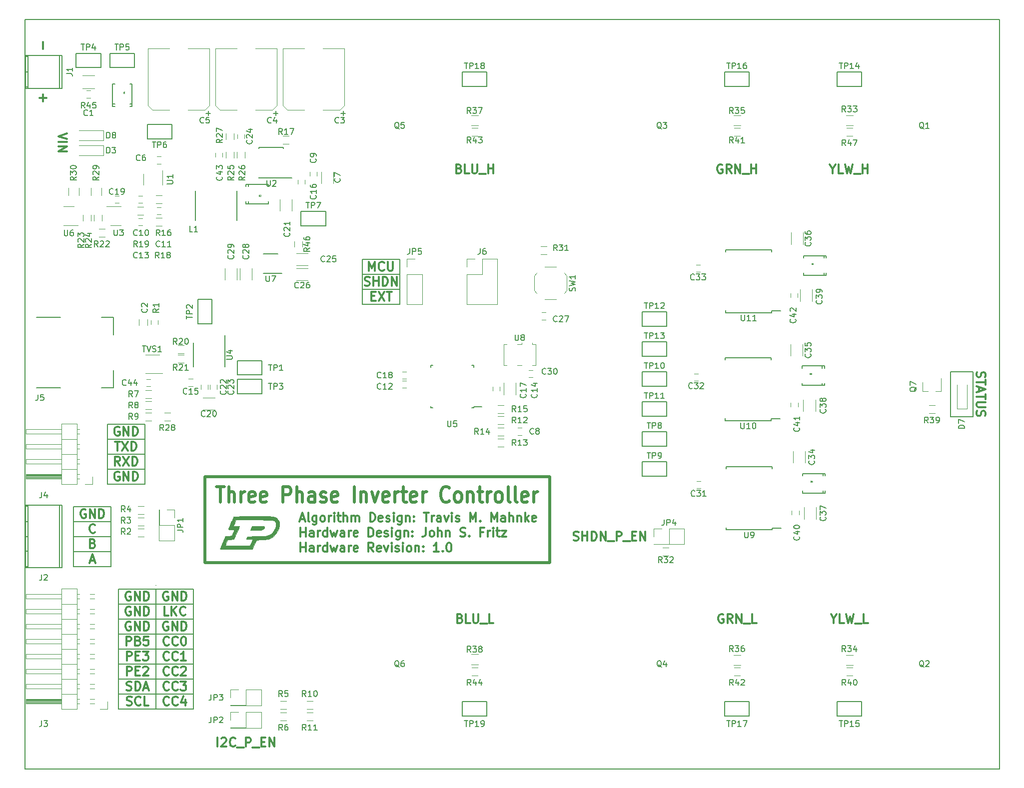
<source format=gbr>
G04 #@! TF.FileFunction,Legend,Top*
%FSLAX46Y46*%
G04 Gerber Fmt 4.6, Leading zero omitted, Abs format (unit mm)*
G04 Created by KiCad (PCBNEW 4.0.6) date 05/15/17 10:50:15*
%MOMM*%
%LPD*%
G01*
G04 APERTURE LIST*
%ADD10C,0.100000*%
%ADD11C,0.500000*%
%ADD12C,0.300000*%
%ADD13C,0.200000*%
%ADD14C,0.150000*%
%ADD15C,0.120000*%
%ADD16C,0.010000*%
%ADD17C,0.050000*%
G04 APERTURE END LIST*
D10*
D11*
X68580000Y-102870000D02*
X127000000Y-102870000D01*
X127000000Y-102870000D02*
X127000000Y-117475000D01*
X68580000Y-117475000D02*
X127000000Y-117475000D01*
X68580000Y-102870000D02*
X68580000Y-117475000D01*
D12*
X84740714Y-110095000D02*
X85455000Y-110095000D01*
X84597857Y-110523571D02*
X85097857Y-109023571D01*
X85597857Y-110523571D01*
X86312143Y-110523571D02*
X86169285Y-110452143D01*
X86097857Y-110309286D01*
X86097857Y-109023571D01*
X87526428Y-109523571D02*
X87526428Y-110737857D01*
X87454999Y-110880714D01*
X87383571Y-110952143D01*
X87240714Y-111023571D01*
X87026428Y-111023571D01*
X86883571Y-110952143D01*
X87526428Y-110452143D02*
X87383571Y-110523571D01*
X87097857Y-110523571D01*
X86954999Y-110452143D01*
X86883571Y-110380714D01*
X86812142Y-110237857D01*
X86812142Y-109809286D01*
X86883571Y-109666429D01*
X86954999Y-109595000D01*
X87097857Y-109523571D01*
X87383571Y-109523571D01*
X87526428Y-109595000D01*
X88455000Y-110523571D02*
X88312142Y-110452143D01*
X88240714Y-110380714D01*
X88169285Y-110237857D01*
X88169285Y-109809286D01*
X88240714Y-109666429D01*
X88312142Y-109595000D01*
X88455000Y-109523571D01*
X88669285Y-109523571D01*
X88812142Y-109595000D01*
X88883571Y-109666429D01*
X88955000Y-109809286D01*
X88955000Y-110237857D01*
X88883571Y-110380714D01*
X88812142Y-110452143D01*
X88669285Y-110523571D01*
X88455000Y-110523571D01*
X89597857Y-110523571D02*
X89597857Y-109523571D01*
X89597857Y-109809286D02*
X89669285Y-109666429D01*
X89740714Y-109595000D01*
X89883571Y-109523571D01*
X90026428Y-109523571D01*
X90526428Y-110523571D02*
X90526428Y-109523571D01*
X90526428Y-109023571D02*
X90454999Y-109095000D01*
X90526428Y-109166429D01*
X90597856Y-109095000D01*
X90526428Y-109023571D01*
X90526428Y-109166429D01*
X91026428Y-109523571D02*
X91597857Y-109523571D01*
X91240714Y-109023571D02*
X91240714Y-110309286D01*
X91312142Y-110452143D01*
X91455000Y-110523571D01*
X91597857Y-110523571D01*
X92097857Y-110523571D02*
X92097857Y-109023571D01*
X92740714Y-110523571D02*
X92740714Y-109737857D01*
X92669285Y-109595000D01*
X92526428Y-109523571D01*
X92312143Y-109523571D01*
X92169285Y-109595000D01*
X92097857Y-109666429D01*
X93455000Y-110523571D02*
X93455000Y-109523571D01*
X93455000Y-109666429D02*
X93526428Y-109595000D01*
X93669286Y-109523571D01*
X93883571Y-109523571D01*
X94026428Y-109595000D01*
X94097857Y-109737857D01*
X94097857Y-110523571D01*
X94097857Y-109737857D02*
X94169286Y-109595000D01*
X94312143Y-109523571D01*
X94526428Y-109523571D01*
X94669286Y-109595000D01*
X94740714Y-109737857D01*
X94740714Y-110523571D01*
X96597857Y-110523571D02*
X96597857Y-109023571D01*
X96955000Y-109023571D01*
X97169285Y-109095000D01*
X97312143Y-109237857D01*
X97383571Y-109380714D01*
X97455000Y-109666429D01*
X97455000Y-109880714D01*
X97383571Y-110166429D01*
X97312143Y-110309286D01*
X97169285Y-110452143D01*
X96955000Y-110523571D01*
X96597857Y-110523571D01*
X98669285Y-110452143D02*
X98526428Y-110523571D01*
X98240714Y-110523571D01*
X98097857Y-110452143D01*
X98026428Y-110309286D01*
X98026428Y-109737857D01*
X98097857Y-109595000D01*
X98240714Y-109523571D01*
X98526428Y-109523571D01*
X98669285Y-109595000D01*
X98740714Y-109737857D01*
X98740714Y-109880714D01*
X98026428Y-110023571D01*
X99312142Y-110452143D02*
X99454999Y-110523571D01*
X99740714Y-110523571D01*
X99883571Y-110452143D01*
X99954999Y-110309286D01*
X99954999Y-110237857D01*
X99883571Y-110095000D01*
X99740714Y-110023571D01*
X99526428Y-110023571D01*
X99383571Y-109952143D01*
X99312142Y-109809286D01*
X99312142Y-109737857D01*
X99383571Y-109595000D01*
X99526428Y-109523571D01*
X99740714Y-109523571D01*
X99883571Y-109595000D01*
X100597857Y-110523571D02*
X100597857Y-109523571D01*
X100597857Y-109023571D02*
X100526428Y-109095000D01*
X100597857Y-109166429D01*
X100669285Y-109095000D01*
X100597857Y-109023571D01*
X100597857Y-109166429D01*
X101955000Y-109523571D02*
X101955000Y-110737857D01*
X101883571Y-110880714D01*
X101812143Y-110952143D01*
X101669286Y-111023571D01*
X101455000Y-111023571D01*
X101312143Y-110952143D01*
X101955000Y-110452143D02*
X101812143Y-110523571D01*
X101526429Y-110523571D01*
X101383571Y-110452143D01*
X101312143Y-110380714D01*
X101240714Y-110237857D01*
X101240714Y-109809286D01*
X101312143Y-109666429D01*
X101383571Y-109595000D01*
X101526429Y-109523571D01*
X101812143Y-109523571D01*
X101955000Y-109595000D01*
X102669286Y-109523571D02*
X102669286Y-110523571D01*
X102669286Y-109666429D02*
X102740714Y-109595000D01*
X102883572Y-109523571D01*
X103097857Y-109523571D01*
X103240714Y-109595000D01*
X103312143Y-109737857D01*
X103312143Y-110523571D01*
X104026429Y-110380714D02*
X104097857Y-110452143D01*
X104026429Y-110523571D01*
X103955000Y-110452143D01*
X104026429Y-110380714D01*
X104026429Y-110523571D01*
X104026429Y-109595000D02*
X104097857Y-109666429D01*
X104026429Y-109737857D01*
X103955000Y-109666429D01*
X104026429Y-109595000D01*
X104026429Y-109737857D01*
X105669286Y-109023571D02*
X106526429Y-109023571D01*
X106097858Y-110523571D02*
X106097858Y-109023571D01*
X107026429Y-110523571D02*
X107026429Y-109523571D01*
X107026429Y-109809286D02*
X107097857Y-109666429D01*
X107169286Y-109595000D01*
X107312143Y-109523571D01*
X107455000Y-109523571D01*
X108597857Y-110523571D02*
X108597857Y-109737857D01*
X108526428Y-109595000D01*
X108383571Y-109523571D01*
X108097857Y-109523571D01*
X107955000Y-109595000D01*
X108597857Y-110452143D02*
X108455000Y-110523571D01*
X108097857Y-110523571D01*
X107955000Y-110452143D01*
X107883571Y-110309286D01*
X107883571Y-110166429D01*
X107955000Y-110023571D01*
X108097857Y-109952143D01*
X108455000Y-109952143D01*
X108597857Y-109880714D01*
X109169286Y-109523571D02*
X109526429Y-110523571D01*
X109883571Y-109523571D01*
X110455000Y-110523571D02*
X110455000Y-109523571D01*
X110455000Y-109023571D02*
X110383571Y-109095000D01*
X110455000Y-109166429D01*
X110526428Y-109095000D01*
X110455000Y-109023571D01*
X110455000Y-109166429D01*
X111097857Y-110452143D02*
X111240714Y-110523571D01*
X111526429Y-110523571D01*
X111669286Y-110452143D01*
X111740714Y-110309286D01*
X111740714Y-110237857D01*
X111669286Y-110095000D01*
X111526429Y-110023571D01*
X111312143Y-110023571D01*
X111169286Y-109952143D01*
X111097857Y-109809286D01*
X111097857Y-109737857D01*
X111169286Y-109595000D01*
X111312143Y-109523571D01*
X111526429Y-109523571D01*
X111669286Y-109595000D01*
X113526429Y-110523571D02*
X113526429Y-109023571D01*
X114026429Y-110095000D01*
X114526429Y-109023571D01*
X114526429Y-110523571D01*
X115240715Y-110380714D02*
X115312143Y-110452143D01*
X115240715Y-110523571D01*
X115169286Y-110452143D01*
X115240715Y-110380714D01*
X115240715Y-110523571D01*
X117097858Y-110523571D02*
X117097858Y-109023571D01*
X117597858Y-110095000D01*
X118097858Y-109023571D01*
X118097858Y-110523571D01*
X119455001Y-110523571D02*
X119455001Y-109737857D01*
X119383572Y-109595000D01*
X119240715Y-109523571D01*
X118955001Y-109523571D01*
X118812144Y-109595000D01*
X119455001Y-110452143D02*
X119312144Y-110523571D01*
X118955001Y-110523571D01*
X118812144Y-110452143D01*
X118740715Y-110309286D01*
X118740715Y-110166429D01*
X118812144Y-110023571D01*
X118955001Y-109952143D01*
X119312144Y-109952143D01*
X119455001Y-109880714D01*
X120169287Y-110523571D02*
X120169287Y-109023571D01*
X120812144Y-110523571D02*
X120812144Y-109737857D01*
X120740715Y-109595000D01*
X120597858Y-109523571D01*
X120383573Y-109523571D01*
X120240715Y-109595000D01*
X120169287Y-109666429D01*
X121526430Y-109523571D02*
X121526430Y-110523571D01*
X121526430Y-109666429D02*
X121597858Y-109595000D01*
X121740716Y-109523571D01*
X121955001Y-109523571D01*
X122097858Y-109595000D01*
X122169287Y-109737857D01*
X122169287Y-110523571D01*
X122883573Y-110523571D02*
X122883573Y-109023571D01*
X123026430Y-109952143D02*
X123455001Y-110523571D01*
X123455001Y-109523571D02*
X122883573Y-110095000D01*
X124669287Y-110452143D02*
X124526430Y-110523571D01*
X124240716Y-110523571D01*
X124097859Y-110452143D01*
X124026430Y-110309286D01*
X124026430Y-109737857D01*
X124097859Y-109595000D01*
X124240716Y-109523571D01*
X124526430Y-109523571D01*
X124669287Y-109595000D01*
X124740716Y-109737857D01*
X124740716Y-109880714D01*
X124026430Y-110023571D01*
X84812143Y-113073571D02*
X84812143Y-111573571D01*
X84812143Y-112287857D02*
X85669286Y-112287857D01*
X85669286Y-113073571D02*
X85669286Y-111573571D01*
X87026429Y-113073571D02*
X87026429Y-112287857D01*
X86955000Y-112145000D01*
X86812143Y-112073571D01*
X86526429Y-112073571D01*
X86383572Y-112145000D01*
X87026429Y-113002143D02*
X86883572Y-113073571D01*
X86526429Y-113073571D01*
X86383572Y-113002143D01*
X86312143Y-112859286D01*
X86312143Y-112716429D01*
X86383572Y-112573571D01*
X86526429Y-112502143D01*
X86883572Y-112502143D01*
X87026429Y-112430714D01*
X87740715Y-113073571D02*
X87740715Y-112073571D01*
X87740715Y-112359286D02*
X87812143Y-112216429D01*
X87883572Y-112145000D01*
X88026429Y-112073571D01*
X88169286Y-112073571D01*
X89312143Y-113073571D02*
X89312143Y-111573571D01*
X89312143Y-113002143D02*
X89169286Y-113073571D01*
X88883572Y-113073571D01*
X88740714Y-113002143D01*
X88669286Y-112930714D01*
X88597857Y-112787857D01*
X88597857Y-112359286D01*
X88669286Y-112216429D01*
X88740714Y-112145000D01*
X88883572Y-112073571D01*
X89169286Y-112073571D01*
X89312143Y-112145000D01*
X89883572Y-112073571D02*
X90169286Y-113073571D01*
X90455000Y-112359286D01*
X90740715Y-113073571D01*
X91026429Y-112073571D01*
X92240715Y-113073571D02*
X92240715Y-112287857D01*
X92169286Y-112145000D01*
X92026429Y-112073571D01*
X91740715Y-112073571D01*
X91597858Y-112145000D01*
X92240715Y-113002143D02*
X92097858Y-113073571D01*
X91740715Y-113073571D01*
X91597858Y-113002143D01*
X91526429Y-112859286D01*
X91526429Y-112716429D01*
X91597858Y-112573571D01*
X91740715Y-112502143D01*
X92097858Y-112502143D01*
X92240715Y-112430714D01*
X92955001Y-113073571D02*
X92955001Y-112073571D01*
X92955001Y-112359286D02*
X93026429Y-112216429D01*
X93097858Y-112145000D01*
X93240715Y-112073571D01*
X93383572Y-112073571D01*
X94455000Y-113002143D02*
X94312143Y-113073571D01*
X94026429Y-113073571D01*
X93883572Y-113002143D01*
X93812143Y-112859286D01*
X93812143Y-112287857D01*
X93883572Y-112145000D01*
X94026429Y-112073571D01*
X94312143Y-112073571D01*
X94455000Y-112145000D01*
X94526429Y-112287857D01*
X94526429Y-112430714D01*
X93812143Y-112573571D01*
X96312143Y-113073571D02*
X96312143Y-111573571D01*
X96669286Y-111573571D01*
X96883571Y-111645000D01*
X97026429Y-111787857D01*
X97097857Y-111930714D01*
X97169286Y-112216429D01*
X97169286Y-112430714D01*
X97097857Y-112716429D01*
X97026429Y-112859286D01*
X96883571Y-113002143D01*
X96669286Y-113073571D01*
X96312143Y-113073571D01*
X98383571Y-113002143D02*
X98240714Y-113073571D01*
X97955000Y-113073571D01*
X97812143Y-113002143D01*
X97740714Y-112859286D01*
X97740714Y-112287857D01*
X97812143Y-112145000D01*
X97955000Y-112073571D01*
X98240714Y-112073571D01*
X98383571Y-112145000D01*
X98455000Y-112287857D01*
X98455000Y-112430714D01*
X97740714Y-112573571D01*
X99026428Y-113002143D02*
X99169285Y-113073571D01*
X99455000Y-113073571D01*
X99597857Y-113002143D01*
X99669285Y-112859286D01*
X99669285Y-112787857D01*
X99597857Y-112645000D01*
X99455000Y-112573571D01*
X99240714Y-112573571D01*
X99097857Y-112502143D01*
X99026428Y-112359286D01*
X99026428Y-112287857D01*
X99097857Y-112145000D01*
X99240714Y-112073571D01*
X99455000Y-112073571D01*
X99597857Y-112145000D01*
X100312143Y-113073571D02*
X100312143Y-112073571D01*
X100312143Y-111573571D02*
X100240714Y-111645000D01*
X100312143Y-111716429D01*
X100383571Y-111645000D01*
X100312143Y-111573571D01*
X100312143Y-111716429D01*
X101669286Y-112073571D02*
X101669286Y-113287857D01*
X101597857Y-113430714D01*
X101526429Y-113502143D01*
X101383572Y-113573571D01*
X101169286Y-113573571D01*
X101026429Y-113502143D01*
X101669286Y-113002143D02*
X101526429Y-113073571D01*
X101240715Y-113073571D01*
X101097857Y-113002143D01*
X101026429Y-112930714D01*
X100955000Y-112787857D01*
X100955000Y-112359286D01*
X101026429Y-112216429D01*
X101097857Y-112145000D01*
X101240715Y-112073571D01*
X101526429Y-112073571D01*
X101669286Y-112145000D01*
X102383572Y-112073571D02*
X102383572Y-113073571D01*
X102383572Y-112216429D02*
X102455000Y-112145000D01*
X102597858Y-112073571D01*
X102812143Y-112073571D01*
X102955000Y-112145000D01*
X103026429Y-112287857D01*
X103026429Y-113073571D01*
X103740715Y-112930714D02*
X103812143Y-113002143D01*
X103740715Y-113073571D01*
X103669286Y-113002143D01*
X103740715Y-112930714D01*
X103740715Y-113073571D01*
X103740715Y-112145000D02*
X103812143Y-112216429D01*
X103740715Y-112287857D01*
X103669286Y-112216429D01*
X103740715Y-112145000D01*
X103740715Y-112287857D01*
X106026429Y-111573571D02*
X106026429Y-112645000D01*
X105955001Y-112859286D01*
X105812144Y-113002143D01*
X105597858Y-113073571D01*
X105455001Y-113073571D01*
X106955001Y-113073571D02*
X106812143Y-113002143D01*
X106740715Y-112930714D01*
X106669286Y-112787857D01*
X106669286Y-112359286D01*
X106740715Y-112216429D01*
X106812143Y-112145000D01*
X106955001Y-112073571D01*
X107169286Y-112073571D01*
X107312143Y-112145000D01*
X107383572Y-112216429D01*
X107455001Y-112359286D01*
X107455001Y-112787857D01*
X107383572Y-112930714D01*
X107312143Y-113002143D01*
X107169286Y-113073571D01*
X106955001Y-113073571D01*
X108097858Y-113073571D02*
X108097858Y-111573571D01*
X108740715Y-113073571D02*
X108740715Y-112287857D01*
X108669286Y-112145000D01*
X108526429Y-112073571D01*
X108312144Y-112073571D01*
X108169286Y-112145000D01*
X108097858Y-112216429D01*
X109455001Y-112073571D02*
X109455001Y-113073571D01*
X109455001Y-112216429D02*
X109526429Y-112145000D01*
X109669287Y-112073571D01*
X109883572Y-112073571D01*
X110026429Y-112145000D01*
X110097858Y-112287857D01*
X110097858Y-113073571D01*
X111883572Y-113002143D02*
X112097858Y-113073571D01*
X112455001Y-113073571D01*
X112597858Y-113002143D01*
X112669287Y-112930714D01*
X112740715Y-112787857D01*
X112740715Y-112645000D01*
X112669287Y-112502143D01*
X112597858Y-112430714D01*
X112455001Y-112359286D01*
X112169287Y-112287857D01*
X112026429Y-112216429D01*
X111955001Y-112145000D01*
X111883572Y-112002143D01*
X111883572Y-111859286D01*
X111955001Y-111716429D01*
X112026429Y-111645000D01*
X112169287Y-111573571D01*
X112526429Y-111573571D01*
X112740715Y-111645000D01*
X113383572Y-112930714D02*
X113455000Y-113002143D01*
X113383572Y-113073571D01*
X113312143Y-113002143D01*
X113383572Y-112930714D01*
X113383572Y-113073571D01*
X115740715Y-112287857D02*
X115240715Y-112287857D01*
X115240715Y-113073571D02*
X115240715Y-111573571D01*
X115955001Y-111573571D01*
X116526429Y-113073571D02*
X116526429Y-112073571D01*
X116526429Y-112359286D02*
X116597857Y-112216429D01*
X116669286Y-112145000D01*
X116812143Y-112073571D01*
X116955000Y-112073571D01*
X117455000Y-113073571D02*
X117455000Y-112073571D01*
X117455000Y-111573571D02*
X117383571Y-111645000D01*
X117455000Y-111716429D01*
X117526428Y-111645000D01*
X117455000Y-111573571D01*
X117455000Y-111716429D01*
X117955000Y-112073571D02*
X118526429Y-112073571D01*
X118169286Y-111573571D02*
X118169286Y-112859286D01*
X118240714Y-113002143D01*
X118383572Y-113073571D01*
X118526429Y-113073571D01*
X118883572Y-112073571D02*
X119669286Y-112073571D01*
X118883572Y-113073571D01*
X119669286Y-113073571D01*
X84812143Y-115623571D02*
X84812143Y-114123571D01*
X84812143Y-114837857D02*
X85669286Y-114837857D01*
X85669286Y-115623571D02*
X85669286Y-114123571D01*
X87026429Y-115623571D02*
X87026429Y-114837857D01*
X86955000Y-114695000D01*
X86812143Y-114623571D01*
X86526429Y-114623571D01*
X86383572Y-114695000D01*
X87026429Y-115552143D02*
X86883572Y-115623571D01*
X86526429Y-115623571D01*
X86383572Y-115552143D01*
X86312143Y-115409286D01*
X86312143Y-115266429D01*
X86383572Y-115123571D01*
X86526429Y-115052143D01*
X86883572Y-115052143D01*
X87026429Y-114980714D01*
X87740715Y-115623571D02*
X87740715Y-114623571D01*
X87740715Y-114909286D02*
X87812143Y-114766429D01*
X87883572Y-114695000D01*
X88026429Y-114623571D01*
X88169286Y-114623571D01*
X89312143Y-115623571D02*
X89312143Y-114123571D01*
X89312143Y-115552143D02*
X89169286Y-115623571D01*
X88883572Y-115623571D01*
X88740714Y-115552143D01*
X88669286Y-115480714D01*
X88597857Y-115337857D01*
X88597857Y-114909286D01*
X88669286Y-114766429D01*
X88740714Y-114695000D01*
X88883572Y-114623571D01*
X89169286Y-114623571D01*
X89312143Y-114695000D01*
X89883572Y-114623571D02*
X90169286Y-115623571D01*
X90455000Y-114909286D01*
X90740715Y-115623571D01*
X91026429Y-114623571D01*
X92240715Y-115623571D02*
X92240715Y-114837857D01*
X92169286Y-114695000D01*
X92026429Y-114623571D01*
X91740715Y-114623571D01*
X91597858Y-114695000D01*
X92240715Y-115552143D02*
X92097858Y-115623571D01*
X91740715Y-115623571D01*
X91597858Y-115552143D01*
X91526429Y-115409286D01*
X91526429Y-115266429D01*
X91597858Y-115123571D01*
X91740715Y-115052143D01*
X92097858Y-115052143D01*
X92240715Y-114980714D01*
X92955001Y-115623571D02*
X92955001Y-114623571D01*
X92955001Y-114909286D02*
X93026429Y-114766429D01*
X93097858Y-114695000D01*
X93240715Y-114623571D01*
X93383572Y-114623571D01*
X94455000Y-115552143D02*
X94312143Y-115623571D01*
X94026429Y-115623571D01*
X93883572Y-115552143D01*
X93812143Y-115409286D01*
X93812143Y-114837857D01*
X93883572Y-114695000D01*
X94026429Y-114623571D01*
X94312143Y-114623571D01*
X94455000Y-114695000D01*
X94526429Y-114837857D01*
X94526429Y-114980714D01*
X93812143Y-115123571D01*
X97169286Y-115623571D02*
X96669286Y-114909286D01*
X96312143Y-115623571D02*
X96312143Y-114123571D01*
X96883571Y-114123571D01*
X97026429Y-114195000D01*
X97097857Y-114266429D01*
X97169286Y-114409286D01*
X97169286Y-114623571D01*
X97097857Y-114766429D01*
X97026429Y-114837857D01*
X96883571Y-114909286D01*
X96312143Y-114909286D01*
X98383571Y-115552143D02*
X98240714Y-115623571D01*
X97955000Y-115623571D01*
X97812143Y-115552143D01*
X97740714Y-115409286D01*
X97740714Y-114837857D01*
X97812143Y-114695000D01*
X97955000Y-114623571D01*
X98240714Y-114623571D01*
X98383571Y-114695000D01*
X98455000Y-114837857D01*
X98455000Y-114980714D01*
X97740714Y-115123571D01*
X98955000Y-114623571D02*
X99312143Y-115623571D01*
X99669285Y-114623571D01*
X100240714Y-115623571D02*
X100240714Y-114623571D01*
X100240714Y-114123571D02*
X100169285Y-114195000D01*
X100240714Y-114266429D01*
X100312142Y-114195000D01*
X100240714Y-114123571D01*
X100240714Y-114266429D01*
X100883571Y-115552143D02*
X101026428Y-115623571D01*
X101312143Y-115623571D01*
X101455000Y-115552143D01*
X101526428Y-115409286D01*
X101526428Y-115337857D01*
X101455000Y-115195000D01*
X101312143Y-115123571D01*
X101097857Y-115123571D01*
X100955000Y-115052143D01*
X100883571Y-114909286D01*
X100883571Y-114837857D01*
X100955000Y-114695000D01*
X101097857Y-114623571D01*
X101312143Y-114623571D01*
X101455000Y-114695000D01*
X102169286Y-115623571D02*
X102169286Y-114623571D01*
X102169286Y-114123571D02*
X102097857Y-114195000D01*
X102169286Y-114266429D01*
X102240714Y-114195000D01*
X102169286Y-114123571D01*
X102169286Y-114266429D01*
X103097858Y-115623571D02*
X102955000Y-115552143D01*
X102883572Y-115480714D01*
X102812143Y-115337857D01*
X102812143Y-114909286D01*
X102883572Y-114766429D01*
X102955000Y-114695000D01*
X103097858Y-114623571D01*
X103312143Y-114623571D01*
X103455000Y-114695000D01*
X103526429Y-114766429D01*
X103597858Y-114909286D01*
X103597858Y-115337857D01*
X103526429Y-115480714D01*
X103455000Y-115552143D01*
X103312143Y-115623571D01*
X103097858Y-115623571D01*
X104240715Y-114623571D02*
X104240715Y-115623571D01*
X104240715Y-114766429D02*
X104312143Y-114695000D01*
X104455001Y-114623571D01*
X104669286Y-114623571D01*
X104812143Y-114695000D01*
X104883572Y-114837857D01*
X104883572Y-115623571D01*
X105597858Y-115480714D02*
X105669286Y-115552143D01*
X105597858Y-115623571D01*
X105526429Y-115552143D01*
X105597858Y-115480714D01*
X105597858Y-115623571D01*
X105597858Y-114695000D02*
X105669286Y-114766429D01*
X105597858Y-114837857D01*
X105526429Y-114766429D01*
X105597858Y-114695000D01*
X105597858Y-114837857D01*
X108240715Y-115623571D02*
X107383572Y-115623571D01*
X107812144Y-115623571D02*
X107812144Y-114123571D01*
X107669287Y-114337857D01*
X107526429Y-114480714D01*
X107383572Y-114552143D01*
X108883572Y-115480714D02*
X108955000Y-115552143D01*
X108883572Y-115623571D01*
X108812143Y-115552143D01*
X108883572Y-115480714D01*
X108883572Y-115623571D01*
X109883572Y-114123571D02*
X110026429Y-114123571D01*
X110169286Y-114195000D01*
X110240715Y-114266429D01*
X110312144Y-114409286D01*
X110383572Y-114695000D01*
X110383572Y-115052143D01*
X110312144Y-115337857D01*
X110240715Y-115480714D01*
X110169286Y-115552143D01*
X110026429Y-115623571D01*
X109883572Y-115623571D01*
X109740715Y-115552143D01*
X109669286Y-115480714D01*
X109597858Y-115337857D01*
X109526429Y-115052143D01*
X109526429Y-114695000D01*
X109597858Y-114409286D01*
X109669286Y-114266429D01*
X109740715Y-114195000D01*
X109883572Y-114123571D01*
X199417857Y-85185715D02*
X199346429Y-85400001D01*
X199346429Y-85757144D01*
X199417857Y-85900001D01*
X199489286Y-85971430D01*
X199632143Y-86042858D01*
X199775000Y-86042858D01*
X199917857Y-85971430D01*
X199989286Y-85900001D01*
X200060714Y-85757144D01*
X200132143Y-85471430D01*
X200203571Y-85328572D01*
X200275000Y-85257144D01*
X200417857Y-85185715D01*
X200560714Y-85185715D01*
X200703571Y-85257144D01*
X200775000Y-85328572D01*
X200846429Y-85471430D01*
X200846429Y-85828572D01*
X200775000Y-86042858D01*
X200846429Y-86471429D02*
X200846429Y-87328572D01*
X199346429Y-86900001D02*
X200846429Y-86900001D01*
X199775000Y-87757143D02*
X199775000Y-88471429D01*
X199346429Y-87614286D02*
X200846429Y-88114286D01*
X199346429Y-88614286D01*
X200846429Y-88900000D02*
X200846429Y-89757143D01*
X199346429Y-89328572D02*
X200846429Y-89328572D01*
X200846429Y-90257143D02*
X199632143Y-90257143D01*
X199489286Y-90328571D01*
X199417857Y-90400000D01*
X199346429Y-90542857D01*
X199346429Y-90828571D01*
X199417857Y-90971429D01*
X199489286Y-91042857D01*
X199632143Y-91114286D01*
X200846429Y-91114286D01*
X199417857Y-91757143D02*
X199346429Y-91971429D01*
X199346429Y-92328572D01*
X199417857Y-92471429D01*
X199489286Y-92542858D01*
X199632143Y-92614286D01*
X199775000Y-92614286D01*
X199917857Y-92542858D01*
X199989286Y-92471429D01*
X200060714Y-92328572D01*
X200132143Y-92042858D01*
X200203571Y-91900000D01*
X200275000Y-91828572D01*
X200417857Y-91757143D01*
X200560714Y-91757143D01*
X200703571Y-91828572D01*
X200775000Y-91900000D01*
X200846429Y-92042858D01*
X200846429Y-92400000D01*
X200775000Y-92614286D01*
X45271429Y-44712143D02*
X43771429Y-45212143D01*
X45271429Y-45712143D01*
X43771429Y-46212143D02*
X45271429Y-46212143D01*
X43771429Y-46926429D02*
X45271429Y-46926429D01*
X43771429Y-47783572D01*
X45271429Y-47783572D01*
D13*
X101600000Y-66040000D02*
X101600000Y-73660000D01*
X95250000Y-73660000D02*
X95250000Y-66040000D01*
X95250000Y-73660000D02*
X101600000Y-73660000D01*
D12*
X96389286Y-67988571D02*
X96389286Y-66488571D01*
X96889286Y-67560000D01*
X97389286Y-66488571D01*
X97389286Y-67988571D01*
X98960715Y-67845714D02*
X98889286Y-67917143D01*
X98675000Y-67988571D01*
X98532143Y-67988571D01*
X98317858Y-67917143D01*
X98175000Y-67774286D01*
X98103572Y-67631429D01*
X98032143Y-67345714D01*
X98032143Y-67131429D01*
X98103572Y-66845714D01*
X98175000Y-66702857D01*
X98317858Y-66560000D01*
X98532143Y-66488571D01*
X98675000Y-66488571D01*
X98889286Y-66560000D01*
X98960715Y-66631429D01*
X99603572Y-66488571D02*
X99603572Y-67702857D01*
X99675000Y-67845714D01*
X99746429Y-67917143D01*
X99889286Y-67988571D01*
X100175000Y-67988571D01*
X100317858Y-67917143D01*
X100389286Y-67845714D01*
X100460715Y-67702857D01*
X100460715Y-66488571D01*
D13*
X95250000Y-71120000D02*
X101600000Y-71120000D01*
D12*
X95675000Y-70457143D02*
X95889286Y-70528571D01*
X96246429Y-70528571D01*
X96389286Y-70457143D01*
X96460715Y-70385714D01*
X96532143Y-70242857D01*
X96532143Y-70100000D01*
X96460715Y-69957143D01*
X96389286Y-69885714D01*
X96246429Y-69814286D01*
X95960715Y-69742857D01*
X95817857Y-69671429D01*
X95746429Y-69600000D01*
X95675000Y-69457143D01*
X95675000Y-69314286D01*
X95746429Y-69171429D01*
X95817857Y-69100000D01*
X95960715Y-69028571D01*
X96317857Y-69028571D01*
X96532143Y-69100000D01*
X97175000Y-70528571D02*
X97175000Y-69028571D01*
X97175000Y-69742857D02*
X98032143Y-69742857D01*
X98032143Y-70528571D02*
X98032143Y-69028571D01*
X98746429Y-70528571D02*
X98746429Y-69028571D01*
X99103572Y-69028571D01*
X99317857Y-69100000D01*
X99460715Y-69242857D01*
X99532143Y-69385714D01*
X99603572Y-69671429D01*
X99603572Y-69885714D01*
X99532143Y-70171429D01*
X99460715Y-70314286D01*
X99317857Y-70457143D01*
X99103572Y-70528571D01*
X98746429Y-70528571D01*
X100246429Y-70528571D02*
X100246429Y-69028571D01*
X101103572Y-70528571D01*
X101103572Y-69028571D01*
X96817858Y-72282857D02*
X97317858Y-72282857D01*
X97532144Y-73068571D02*
X96817858Y-73068571D01*
X96817858Y-71568571D01*
X97532144Y-71568571D01*
X98032144Y-71568571D02*
X99032144Y-73068571D01*
X99032144Y-71568571D02*
X98032144Y-73068571D01*
X99389286Y-71568571D02*
X100246429Y-71568571D01*
X99817858Y-73068571D02*
X99817858Y-71568571D01*
D13*
X95250000Y-68580000D02*
X101600000Y-68580000D01*
X95250000Y-66040000D02*
X101600000Y-66040000D01*
D11*
X70573332Y-104566429D02*
X71887617Y-104566429D01*
X71230474Y-107266429D02*
X71230474Y-104566429D01*
X72654284Y-107266429D02*
X72654284Y-104566429D01*
X73639998Y-107266429D02*
X73639998Y-105852143D01*
X73530475Y-105595000D01*
X73311427Y-105466429D01*
X72982855Y-105466429D01*
X72763808Y-105595000D01*
X72654284Y-105723571D01*
X74735236Y-107266429D02*
X74735236Y-105466429D01*
X74735236Y-105980714D02*
X74844760Y-105723571D01*
X74954284Y-105595000D01*
X75173331Y-105466429D01*
X75392379Y-105466429D01*
X77035237Y-107137857D02*
X76816189Y-107266429D01*
X76378094Y-107266429D01*
X76159046Y-107137857D01*
X76049522Y-106880714D01*
X76049522Y-105852143D01*
X76159046Y-105595000D01*
X76378094Y-105466429D01*
X76816189Y-105466429D01*
X77035237Y-105595000D01*
X77144760Y-105852143D01*
X77144760Y-106109286D01*
X76049522Y-106366429D01*
X79006666Y-107137857D02*
X78787618Y-107266429D01*
X78349523Y-107266429D01*
X78130475Y-107137857D01*
X78020951Y-106880714D01*
X78020951Y-105852143D01*
X78130475Y-105595000D01*
X78349523Y-105466429D01*
X78787618Y-105466429D01*
X79006666Y-105595000D01*
X79116189Y-105852143D01*
X79116189Y-106109286D01*
X78020951Y-106366429D01*
X81854285Y-107266429D02*
X81854285Y-104566429D01*
X82730476Y-104566429D01*
X82949523Y-104695000D01*
X83059047Y-104823571D01*
X83168571Y-105080714D01*
X83168571Y-105466429D01*
X83059047Y-105723571D01*
X82949523Y-105852143D01*
X82730476Y-105980714D01*
X81854285Y-105980714D01*
X84154285Y-107266429D02*
X84154285Y-104566429D01*
X85139999Y-107266429D02*
X85139999Y-105852143D01*
X85030476Y-105595000D01*
X84811428Y-105466429D01*
X84482856Y-105466429D01*
X84263809Y-105595000D01*
X84154285Y-105723571D01*
X87220951Y-107266429D02*
X87220951Y-105852143D01*
X87111428Y-105595000D01*
X86892380Y-105466429D01*
X86454285Y-105466429D01*
X86235237Y-105595000D01*
X87220951Y-107137857D02*
X87001904Y-107266429D01*
X86454285Y-107266429D01*
X86235237Y-107137857D01*
X86125713Y-106880714D01*
X86125713Y-106623571D01*
X86235237Y-106366429D01*
X86454285Y-106237857D01*
X87001904Y-106237857D01*
X87220951Y-106109286D01*
X88206665Y-107137857D02*
X88425713Y-107266429D01*
X88863808Y-107266429D01*
X89082856Y-107137857D01*
X89192380Y-106880714D01*
X89192380Y-106752143D01*
X89082856Y-106495000D01*
X88863808Y-106366429D01*
X88535237Y-106366429D01*
X88316189Y-106237857D01*
X88206665Y-105980714D01*
X88206665Y-105852143D01*
X88316189Y-105595000D01*
X88535237Y-105466429D01*
X88863808Y-105466429D01*
X89082856Y-105595000D01*
X91054285Y-107137857D02*
X90835237Y-107266429D01*
X90397142Y-107266429D01*
X90178094Y-107137857D01*
X90068570Y-106880714D01*
X90068570Y-105852143D01*
X90178094Y-105595000D01*
X90397142Y-105466429D01*
X90835237Y-105466429D01*
X91054285Y-105595000D01*
X91163808Y-105852143D01*
X91163808Y-106109286D01*
X90068570Y-106366429D01*
X93901904Y-107266429D02*
X93901904Y-104566429D01*
X94997142Y-105466429D02*
X94997142Y-107266429D01*
X94997142Y-105723571D02*
X95106666Y-105595000D01*
X95325713Y-105466429D01*
X95654285Y-105466429D01*
X95873333Y-105595000D01*
X95982856Y-105852143D01*
X95982856Y-107266429D01*
X96859046Y-105466429D02*
X97406665Y-107266429D01*
X97954285Y-105466429D01*
X99706666Y-107137857D02*
X99487618Y-107266429D01*
X99049523Y-107266429D01*
X98830475Y-107137857D01*
X98720951Y-106880714D01*
X98720951Y-105852143D01*
X98830475Y-105595000D01*
X99049523Y-105466429D01*
X99487618Y-105466429D01*
X99706666Y-105595000D01*
X99816189Y-105852143D01*
X99816189Y-106109286D01*
X98720951Y-106366429D01*
X100801904Y-107266429D02*
X100801904Y-105466429D01*
X100801904Y-105980714D02*
X100911428Y-105723571D01*
X101020952Y-105595000D01*
X101239999Y-105466429D01*
X101459047Y-105466429D01*
X101897143Y-105466429D02*
X102773333Y-105466429D01*
X102225714Y-104566429D02*
X102225714Y-106880714D01*
X102335238Y-107137857D01*
X102554285Y-107266429D01*
X102773333Y-107266429D01*
X104416191Y-107137857D02*
X104197143Y-107266429D01*
X103759048Y-107266429D01*
X103540000Y-107137857D01*
X103430476Y-106880714D01*
X103430476Y-105852143D01*
X103540000Y-105595000D01*
X103759048Y-105466429D01*
X104197143Y-105466429D01*
X104416191Y-105595000D01*
X104525714Y-105852143D01*
X104525714Y-106109286D01*
X103430476Y-106366429D01*
X105511429Y-107266429D02*
X105511429Y-105466429D01*
X105511429Y-105980714D02*
X105620953Y-105723571D01*
X105730477Y-105595000D01*
X105949524Y-105466429D01*
X106168572Y-105466429D01*
X110001906Y-107009286D02*
X109892382Y-107137857D01*
X109563811Y-107266429D01*
X109344763Y-107266429D01*
X109016191Y-107137857D01*
X108797144Y-106880714D01*
X108687620Y-106623571D01*
X108578096Y-106109286D01*
X108578096Y-105723571D01*
X108687620Y-105209286D01*
X108797144Y-104952143D01*
X109016191Y-104695000D01*
X109344763Y-104566429D01*
X109563811Y-104566429D01*
X109892382Y-104695000D01*
X110001906Y-104823571D01*
X111316191Y-107266429D02*
X111097144Y-107137857D01*
X110987620Y-107009286D01*
X110878096Y-106752143D01*
X110878096Y-105980714D01*
X110987620Y-105723571D01*
X111097144Y-105595000D01*
X111316191Y-105466429D01*
X111644763Y-105466429D01*
X111863811Y-105595000D01*
X111973334Y-105723571D01*
X112082858Y-105980714D01*
X112082858Y-106752143D01*
X111973334Y-107009286D01*
X111863811Y-107137857D01*
X111644763Y-107266429D01*
X111316191Y-107266429D01*
X113068572Y-105466429D02*
X113068572Y-107266429D01*
X113068572Y-105723571D02*
X113178096Y-105595000D01*
X113397143Y-105466429D01*
X113725715Y-105466429D01*
X113944763Y-105595000D01*
X114054286Y-105852143D01*
X114054286Y-107266429D01*
X114820953Y-105466429D02*
X115697143Y-105466429D01*
X115149524Y-104566429D02*
X115149524Y-106880714D01*
X115259048Y-107137857D01*
X115478095Y-107266429D01*
X115697143Y-107266429D01*
X116463810Y-107266429D02*
X116463810Y-105466429D01*
X116463810Y-105980714D02*
X116573334Y-105723571D01*
X116682858Y-105595000D01*
X116901905Y-105466429D01*
X117120953Y-105466429D01*
X118216191Y-107266429D02*
X117997144Y-107137857D01*
X117887620Y-107009286D01*
X117778096Y-106752143D01*
X117778096Y-105980714D01*
X117887620Y-105723571D01*
X117997144Y-105595000D01*
X118216191Y-105466429D01*
X118544763Y-105466429D01*
X118763811Y-105595000D01*
X118873334Y-105723571D01*
X118982858Y-105980714D01*
X118982858Y-106752143D01*
X118873334Y-107009286D01*
X118763811Y-107137857D01*
X118544763Y-107266429D01*
X118216191Y-107266429D01*
X120297143Y-107266429D02*
X120078096Y-107137857D01*
X119968572Y-106880714D01*
X119968572Y-104566429D01*
X121501905Y-107266429D02*
X121282858Y-107137857D01*
X121173334Y-106880714D01*
X121173334Y-104566429D01*
X123254287Y-107137857D02*
X123035239Y-107266429D01*
X122597144Y-107266429D01*
X122378096Y-107137857D01*
X122268572Y-106880714D01*
X122268572Y-105852143D01*
X122378096Y-105595000D01*
X122597144Y-105466429D01*
X123035239Y-105466429D01*
X123254287Y-105595000D01*
X123363810Y-105852143D01*
X123363810Y-106109286D01*
X122268572Y-106366429D01*
X124349525Y-107266429D02*
X124349525Y-105466429D01*
X124349525Y-105980714D02*
X124459049Y-105723571D01*
X124568573Y-105595000D01*
X124787620Y-105466429D01*
X125006668Y-105466429D01*
D12*
X41167857Y-29273572D02*
X41167857Y-30416429D01*
X41167857Y-38163572D02*
X41167857Y-39306429D01*
X40596429Y-38735000D02*
X41739286Y-38735000D01*
X131052857Y-113637143D02*
X131267143Y-113708571D01*
X131624286Y-113708571D01*
X131767143Y-113637143D01*
X131838572Y-113565714D01*
X131910000Y-113422857D01*
X131910000Y-113280000D01*
X131838572Y-113137143D01*
X131767143Y-113065714D01*
X131624286Y-112994286D01*
X131338572Y-112922857D01*
X131195714Y-112851429D01*
X131124286Y-112780000D01*
X131052857Y-112637143D01*
X131052857Y-112494286D01*
X131124286Y-112351429D01*
X131195714Y-112280000D01*
X131338572Y-112208571D01*
X131695714Y-112208571D01*
X131910000Y-112280000D01*
X132552857Y-113708571D02*
X132552857Y-112208571D01*
X132552857Y-112922857D02*
X133410000Y-112922857D01*
X133410000Y-113708571D02*
X133410000Y-112208571D01*
X134124286Y-113708571D02*
X134124286Y-112208571D01*
X134481429Y-112208571D01*
X134695714Y-112280000D01*
X134838572Y-112422857D01*
X134910000Y-112565714D01*
X134981429Y-112851429D01*
X134981429Y-113065714D01*
X134910000Y-113351429D01*
X134838572Y-113494286D01*
X134695714Y-113637143D01*
X134481429Y-113708571D01*
X134124286Y-113708571D01*
X135624286Y-113708571D02*
X135624286Y-112208571D01*
X136481429Y-113708571D01*
X136481429Y-112208571D01*
X136838572Y-113851429D02*
X137981429Y-113851429D01*
X138338572Y-113708571D02*
X138338572Y-112208571D01*
X138910000Y-112208571D01*
X139052858Y-112280000D01*
X139124286Y-112351429D01*
X139195715Y-112494286D01*
X139195715Y-112708571D01*
X139124286Y-112851429D01*
X139052858Y-112922857D01*
X138910000Y-112994286D01*
X138338572Y-112994286D01*
X139481429Y-113851429D02*
X140624286Y-113851429D01*
X140981429Y-112922857D02*
X141481429Y-112922857D01*
X141695715Y-113708571D02*
X140981429Y-113708571D01*
X140981429Y-112208571D01*
X141695715Y-112208571D01*
X142338572Y-113708571D02*
X142338572Y-112208571D01*
X143195715Y-113708571D01*
X143195715Y-112208571D01*
X70743572Y-148633571D02*
X70743572Y-147133571D01*
X71386429Y-147276429D02*
X71457858Y-147205000D01*
X71600715Y-147133571D01*
X71957858Y-147133571D01*
X72100715Y-147205000D01*
X72172144Y-147276429D01*
X72243572Y-147419286D01*
X72243572Y-147562143D01*
X72172144Y-147776429D01*
X71315001Y-148633571D01*
X72243572Y-148633571D01*
X73743572Y-148490714D02*
X73672143Y-148562143D01*
X73457857Y-148633571D01*
X73315000Y-148633571D01*
X73100715Y-148562143D01*
X72957857Y-148419286D01*
X72886429Y-148276429D01*
X72815000Y-147990714D01*
X72815000Y-147776429D01*
X72886429Y-147490714D01*
X72957857Y-147347857D01*
X73100715Y-147205000D01*
X73315000Y-147133571D01*
X73457857Y-147133571D01*
X73672143Y-147205000D01*
X73743572Y-147276429D01*
X74029286Y-148776429D02*
X75172143Y-148776429D01*
X75529286Y-148633571D02*
X75529286Y-147133571D01*
X76100714Y-147133571D01*
X76243572Y-147205000D01*
X76315000Y-147276429D01*
X76386429Y-147419286D01*
X76386429Y-147633571D01*
X76315000Y-147776429D01*
X76243572Y-147847857D01*
X76100714Y-147919286D01*
X75529286Y-147919286D01*
X76672143Y-148776429D02*
X77815000Y-148776429D01*
X78172143Y-147847857D02*
X78672143Y-147847857D01*
X78886429Y-148633571D02*
X78172143Y-148633571D01*
X78172143Y-147133571D01*
X78886429Y-147133571D01*
X79529286Y-148633571D02*
X79529286Y-147133571D01*
X80386429Y-148633571D01*
X80386429Y-147133571D01*
X175157143Y-126964286D02*
X175157143Y-127678571D01*
X174657143Y-126178571D02*
X175157143Y-126964286D01*
X175657143Y-126178571D01*
X176871429Y-127678571D02*
X176157143Y-127678571D01*
X176157143Y-126178571D01*
X177228572Y-126178571D02*
X177585715Y-127678571D01*
X177871429Y-126607143D01*
X178157143Y-127678571D01*
X178514286Y-126178571D01*
X178728572Y-127821429D02*
X179871429Y-127821429D01*
X180942858Y-127678571D02*
X180228572Y-127678571D01*
X180228572Y-126178571D01*
X156428571Y-126250000D02*
X156285714Y-126178571D01*
X156071428Y-126178571D01*
X155857143Y-126250000D01*
X155714285Y-126392857D01*
X155642857Y-126535714D01*
X155571428Y-126821429D01*
X155571428Y-127035714D01*
X155642857Y-127321429D01*
X155714285Y-127464286D01*
X155857143Y-127607143D01*
X156071428Y-127678571D01*
X156214285Y-127678571D01*
X156428571Y-127607143D01*
X156500000Y-127535714D01*
X156500000Y-127035714D01*
X156214285Y-127035714D01*
X158000000Y-127678571D02*
X157500000Y-126964286D01*
X157142857Y-127678571D02*
X157142857Y-126178571D01*
X157714285Y-126178571D01*
X157857143Y-126250000D01*
X157928571Y-126321429D01*
X158000000Y-126464286D01*
X158000000Y-126678571D01*
X157928571Y-126821429D01*
X157857143Y-126892857D01*
X157714285Y-126964286D01*
X157142857Y-126964286D01*
X158642857Y-127678571D02*
X158642857Y-126178571D01*
X159500000Y-127678571D01*
X159500000Y-126178571D01*
X159857143Y-127821429D02*
X161000000Y-127821429D01*
X162071429Y-127678571D02*
X161357143Y-127678571D01*
X161357143Y-126178571D01*
X111835714Y-126892857D02*
X112050000Y-126964286D01*
X112121428Y-127035714D01*
X112192857Y-127178571D01*
X112192857Y-127392857D01*
X112121428Y-127535714D01*
X112050000Y-127607143D01*
X111907142Y-127678571D01*
X111335714Y-127678571D01*
X111335714Y-126178571D01*
X111835714Y-126178571D01*
X111978571Y-126250000D01*
X112050000Y-126321429D01*
X112121428Y-126464286D01*
X112121428Y-126607143D01*
X112050000Y-126750000D01*
X111978571Y-126821429D01*
X111835714Y-126892857D01*
X111335714Y-126892857D01*
X113550000Y-127678571D02*
X112835714Y-127678571D01*
X112835714Y-126178571D01*
X114050000Y-126178571D02*
X114050000Y-127392857D01*
X114121428Y-127535714D01*
X114192857Y-127607143D01*
X114335714Y-127678571D01*
X114621428Y-127678571D01*
X114764286Y-127607143D01*
X114835714Y-127535714D01*
X114907143Y-127392857D01*
X114907143Y-126178571D01*
X115264286Y-127821429D02*
X116407143Y-127821429D01*
X117478572Y-127678571D02*
X116764286Y-127678571D01*
X116764286Y-126178571D01*
X174978571Y-50764286D02*
X174978571Y-51478571D01*
X174478571Y-49978571D02*
X174978571Y-50764286D01*
X175478571Y-49978571D01*
X176692857Y-51478571D02*
X175978571Y-51478571D01*
X175978571Y-49978571D01*
X177050000Y-49978571D02*
X177407143Y-51478571D01*
X177692857Y-50407143D01*
X177978571Y-51478571D01*
X178335714Y-49978571D01*
X178550000Y-51621429D02*
X179692857Y-51621429D01*
X180050000Y-51478571D02*
X180050000Y-49978571D01*
X180050000Y-50692857D02*
X180907143Y-50692857D01*
X180907143Y-51478571D02*
X180907143Y-49978571D01*
X156250000Y-50050000D02*
X156107143Y-49978571D01*
X155892857Y-49978571D01*
X155678572Y-50050000D01*
X155535714Y-50192857D01*
X155464286Y-50335714D01*
X155392857Y-50621429D01*
X155392857Y-50835714D01*
X155464286Y-51121429D01*
X155535714Y-51264286D01*
X155678572Y-51407143D01*
X155892857Y-51478571D01*
X156035714Y-51478571D01*
X156250000Y-51407143D01*
X156321429Y-51335714D01*
X156321429Y-50835714D01*
X156035714Y-50835714D01*
X157821429Y-51478571D02*
X157321429Y-50764286D01*
X156964286Y-51478571D02*
X156964286Y-49978571D01*
X157535714Y-49978571D01*
X157678572Y-50050000D01*
X157750000Y-50121429D01*
X157821429Y-50264286D01*
X157821429Y-50478571D01*
X157750000Y-50621429D01*
X157678572Y-50692857D01*
X157535714Y-50764286D01*
X156964286Y-50764286D01*
X158464286Y-51478571D02*
X158464286Y-49978571D01*
X159321429Y-51478571D01*
X159321429Y-49978571D01*
X159678572Y-51621429D02*
X160821429Y-51621429D01*
X161178572Y-51478571D02*
X161178572Y-49978571D01*
X161178572Y-50692857D02*
X162035715Y-50692857D01*
X162035715Y-51478571D02*
X162035715Y-49978571D01*
X111657143Y-50692857D02*
X111871429Y-50764286D01*
X111942857Y-50835714D01*
X112014286Y-50978571D01*
X112014286Y-51192857D01*
X111942857Y-51335714D01*
X111871429Y-51407143D01*
X111728571Y-51478571D01*
X111157143Y-51478571D01*
X111157143Y-49978571D01*
X111657143Y-49978571D01*
X111800000Y-50050000D01*
X111871429Y-50121429D01*
X111942857Y-50264286D01*
X111942857Y-50407143D01*
X111871429Y-50550000D01*
X111800000Y-50621429D01*
X111657143Y-50692857D01*
X111157143Y-50692857D01*
X113371429Y-51478571D02*
X112657143Y-51478571D01*
X112657143Y-49978571D01*
X113871429Y-49978571D02*
X113871429Y-51192857D01*
X113942857Y-51335714D01*
X114014286Y-51407143D01*
X114157143Y-51478571D01*
X114442857Y-51478571D01*
X114585715Y-51407143D01*
X114657143Y-51335714D01*
X114728572Y-51192857D01*
X114728572Y-49978571D01*
X115085715Y-51621429D02*
X116228572Y-51621429D01*
X116585715Y-51478571D02*
X116585715Y-49978571D01*
X116585715Y-50692857D02*
X117442858Y-50692857D01*
X117442858Y-51478571D02*
X117442858Y-49978571D01*
D13*
X198755000Y-85090000D02*
X194945000Y-85090000D01*
X198755000Y-92710000D02*
X198755000Y-85090000D01*
X194945000Y-92710000D02*
X198755000Y-92710000D01*
X194945000Y-85090000D02*
X194945000Y-92710000D01*
D12*
X54102143Y-94500000D02*
X53959286Y-94428571D01*
X53745000Y-94428571D01*
X53530715Y-94500000D01*
X53387857Y-94642857D01*
X53316429Y-94785714D01*
X53245000Y-95071429D01*
X53245000Y-95285714D01*
X53316429Y-95571429D01*
X53387857Y-95714286D01*
X53530715Y-95857143D01*
X53745000Y-95928571D01*
X53887857Y-95928571D01*
X54102143Y-95857143D01*
X54173572Y-95785714D01*
X54173572Y-95285714D01*
X53887857Y-95285714D01*
X54816429Y-95928571D02*
X54816429Y-94428571D01*
X55673572Y-95928571D01*
X55673572Y-94428571D01*
X56387858Y-95928571D02*
X56387858Y-94428571D01*
X56745001Y-94428571D01*
X56959286Y-94500000D01*
X57102144Y-94642857D01*
X57173572Y-94785714D01*
X57245001Y-95071429D01*
X57245001Y-95285714D01*
X57173572Y-95571429D01*
X57102144Y-95714286D01*
X56959286Y-95857143D01*
X56745001Y-95928571D01*
X56387858Y-95928571D01*
X54102143Y-102120000D02*
X53959286Y-102048571D01*
X53745000Y-102048571D01*
X53530715Y-102120000D01*
X53387857Y-102262857D01*
X53316429Y-102405714D01*
X53245000Y-102691429D01*
X53245000Y-102905714D01*
X53316429Y-103191429D01*
X53387857Y-103334286D01*
X53530715Y-103477143D01*
X53745000Y-103548571D01*
X53887857Y-103548571D01*
X54102143Y-103477143D01*
X54173572Y-103405714D01*
X54173572Y-102905714D01*
X53887857Y-102905714D01*
X54816429Y-103548571D02*
X54816429Y-102048571D01*
X55673572Y-103548571D01*
X55673572Y-102048571D01*
X56387858Y-103548571D02*
X56387858Y-102048571D01*
X56745001Y-102048571D01*
X56959286Y-102120000D01*
X57102144Y-102262857D01*
X57173572Y-102405714D01*
X57245001Y-102691429D01*
X57245001Y-102905714D01*
X57173572Y-103191429D01*
X57102144Y-103334286D01*
X56959286Y-103477143D01*
X56745001Y-103548571D01*
X56387858Y-103548571D01*
X54245001Y-101008571D02*
X53745001Y-100294286D01*
X53387858Y-101008571D02*
X53387858Y-99508571D01*
X53959286Y-99508571D01*
X54102144Y-99580000D01*
X54173572Y-99651429D01*
X54245001Y-99794286D01*
X54245001Y-100008571D01*
X54173572Y-100151429D01*
X54102144Y-100222857D01*
X53959286Y-100294286D01*
X53387858Y-100294286D01*
X54745001Y-99508571D02*
X55745001Y-101008571D01*
X55745001Y-99508571D02*
X54745001Y-101008571D01*
X56316429Y-101008571D02*
X56316429Y-99508571D01*
X56673572Y-99508571D01*
X56887857Y-99580000D01*
X57030715Y-99722857D01*
X57102143Y-99865714D01*
X57173572Y-100151429D01*
X57173572Y-100365714D01*
X57102143Y-100651429D01*
X57030715Y-100794286D01*
X56887857Y-100937143D01*
X56673572Y-101008571D01*
X56316429Y-101008571D01*
X53352143Y-96968571D02*
X54209286Y-96968571D01*
X53780715Y-98468571D02*
X53780715Y-96968571D01*
X54566429Y-96968571D02*
X55566429Y-98468571D01*
X55566429Y-96968571D02*
X54566429Y-98468571D01*
X56137857Y-98468571D02*
X56137857Y-96968571D01*
X56495000Y-96968571D01*
X56709285Y-97040000D01*
X56852143Y-97182857D01*
X56923571Y-97325714D01*
X56995000Y-97611429D01*
X56995000Y-97825714D01*
X56923571Y-98111429D01*
X56852143Y-98254286D01*
X56709285Y-98397143D01*
X56495000Y-98468571D01*
X56137857Y-98468571D01*
D13*
X58420000Y-93980000D02*
X58420000Y-104140000D01*
X52070000Y-93980000D02*
X52070000Y-93980000D01*
X52070000Y-93980000D02*
X58420000Y-93980000D01*
X52070000Y-96520000D02*
X58420000Y-96520000D01*
X52070000Y-104140000D02*
X58420000Y-104140000D01*
X58420000Y-104140000D02*
X58420000Y-104140000D01*
X52070000Y-101600000D02*
X58420000Y-101600000D01*
X52070000Y-99060000D02*
X58420000Y-99060000D01*
X52070000Y-104140000D02*
X52070000Y-93980000D01*
X46355000Y-107950000D02*
X46355000Y-107950000D01*
X46355000Y-118110000D02*
X46355000Y-107950000D01*
X52705000Y-118110000D02*
X52705000Y-118110000D01*
X52705000Y-107950000D02*
X52705000Y-118110000D01*
X46355000Y-107950000D02*
X52705000Y-107950000D01*
D12*
X48387143Y-108470000D02*
X48244286Y-108398571D01*
X48030000Y-108398571D01*
X47815715Y-108470000D01*
X47672857Y-108612857D01*
X47601429Y-108755714D01*
X47530000Y-109041429D01*
X47530000Y-109255714D01*
X47601429Y-109541429D01*
X47672857Y-109684286D01*
X47815715Y-109827143D01*
X48030000Y-109898571D01*
X48172857Y-109898571D01*
X48387143Y-109827143D01*
X48458572Y-109755714D01*
X48458572Y-109255714D01*
X48172857Y-109255714D01*
X49101429Y-109898571D02*
X49101429Y-108398571D01*
X49958572Y-109898571D01*
X49958572Y-108398571D01*
X50672858Y-109898571D02*
X50672858Y-108398571D01*
X51030001Y-108398571D01*
X51244286Y-108470000D01*
X51387144Y-108612857D01*
X51458572Y-108755714D01*
X51530001Y-109041429D01*
X51530001Y-109255714D01*
X51458572Y-109541429D01*
X51387144Y-109684286D01*
X51244286Y-109827143D01*
X51030001Y-109898571D01*
X50672858Y-109898571D01*
D13*
X46355000Y-110490000D02*
X52705000Y-110490000D01*
X46355000Y-113030000D02*
X52705000Y-113030000D01*
X46355000Y-115570000D02*
X52705000Y-115570000D01*
X60325000Y-121285000D02*
X60325000Y-121285000D01*
X46355000Y-118110000D02*
X52705000Y-118110000D01*
X66040000Y-124460000D02*
X66040000Y-124460000D01*
X53975000Y-124460000D02*
X66675000Y-124460000D01*
X53975000Y-127000000D02*
X54610000Y-127000000D01*
X66675000Y-127000000D02*
X54610000Y-127000000D01*
X66040000Y-129540000D02*
X66040000Y-129540000D01*
X53975000Y-129540000D02*
X66675000Y-129540000D01*
X54610000Y-132080000D02*
X54610000Y-132080000D01*
X66675000Y-132080000D02*
X53975000Y-132080000D01*
X66040000Y-134620000D02*
X66040000Y-134620000D01*
X53975000Y-134620000D02*
X66675000Y-134620000D01*
X66040000Y-137160000D02*
X66040000Y-137160000D01*
X53975000Y-137160000D02*
X66675000Y-137160000D01*
X66040000Y-139700000D02*
X66040000Y-139700000D01*
X53975000Y-139700000D02*
X66675000Y-139700000D01*
X60325000Y-142240000D02*
X60325000Y-142240000D01*
X66675000Y-142240000D02*
X60325000Y-142240000D01*
X66675000Y-121920000D02*
X66675000Y-142240000D01*
X53975000Y-121920000D02*
X66675000Y-121920000D01*
X53975000Y-142240000D02*
X53975000Y-121920000D01*
X60325000Y-142240000D02*
X53975000Y-142240000D01*
X60325000Y-121920000D02*
X60325000Y-142240000D01*
D12*
X56007143Y-122440000D02*
X55864286Y-122368571D01*
X55650000Y-122368571D01*
X55435715Y-122440000D01*
X55292857Y-122582857D01*
X55221429Y-122725714D01*
X55150000Y-123011429D01*
X55150000Y-123225714D01*
X55221429Y-123511429D01*
X55292857Y-123654286D01*
X55435715Y-123797143D01*
X55650000Y-123868571D01*
X55792857Y-123868571D01*
X56007143Y-123797143D01*
X56078572Y-123725714D01*
X56078572Y-123225714D01*
X55792857Y-123225714D01*
X56721429Y-123868571D02*
X56721429Y-122368571D01*
X57578572Y-123868571D01*
X57578572Y-122368571D01*
X58292858Y-123868571D02*
X58292858Y-122368571D01*
X58650001Y-122368571D01*
X58864286Y-122440000D01*
X59007144Y-122582857D01*
X59078572Y-122725714D01*
X59150001Y-123011429D01*
X59150001Y-123225714D01*
X59078572Y-123511429D01*
X59007144Y-123654286D01*
X58864286Y-123797143D01*
X58650001Y-123868571D01*
X58292858Y-123868571D01*
X62357143Y-122440000D02*
X62214286Y-122368571D01*
X62000000Y-122368571D01*
X61785715Y-122440000D01*
X61642857Y-122582857D01*
X61571429Y-122725714D01*
X61500000Y-123011429D01*
X61500000Y-123225714D01*
X61571429Y-123511429D01*
X61642857Y-123654286D01*
X61785715Y-123797143D01*
X62000000Y-123868571D01*
X62142857Y-123868571D01*
X62357143Y-123797143D01*
X62428572Y-123725714D01*
X62428572Y-123225714D01*
X62142857Y-123225714D01*
X63071429Y-123868571D02*
X63071429Y-122368571D01*
X63928572Y-123868571D01*
X63928572Y-122368571D01*
X64642858Y-123868571D02*
X64642858Y-122368571D01*
X65000001Y-122368571D01*
X65214286Y-122440000D01*
X65357144Y-122582857D01*
X65428572Y-122725714D01*
X65500001Y-123011429D01*
X65500001Y-123225714D01*
X65428572Y-123511429D01*
X65357144Y-123654286D01*
X65214286Y-123797143D01*
X65000001Y-123868571D01*
X64642858Y-123868571D01*
X62464286Y-126408571D02*
X61750000Y-126408571D01*
X61750000Y-124908571D01*
X62964286Y-126408571D02*
X62964286Y-124908571D01*
X63821429Y-126408571D02*
X63178572Y-125551429D01*
X63821429Y-124908571D02*
X62964286Y-125765714D01*
X65321429Y-126265714D02*
X65250000Y-126337143D01*
X65035714Y-126408571D01*
X64892857Y-126408571D01*
X64678572Y-126337143D01*
X64535714Y-126194286D01*
X64464286Y-126051429D01*
X64392857Y-125765714D01*
X64392857Y-125551429D01*
X64464286Y-125265714D01*
X64535714Y-125122857D01*
X64678572Y-124980000D01*
X64892857Y-124908571D01*
X65035714Y-124908571D01*
X65250000Y-124980000D01*
X65321429Y-125051429D01*
X56007143Y-124980000D02*
X55864286Y-124908571D01*
X55650000Y-124908571D01*
X55435715Y-124980000D01*
X55292857Y-125122857D01*
X55221429Y-125265714D01*
X55150000Y-125551429D01*
X55150000Y-125765714D01*
X55221429Y-126051429D01*
X55292857Y-126194286D01*
X55435715Y-126337143D01*
X55650000Y-126408571D01*
X55792857Y-126408571D01*
X56007143Y-126337143D01*
X56078572Y-126265714D01*
X56078572Y-125765714D01*
X55792857Y-125765714D01*
X56721429Y-126408571D02*
X56721429Y-124908571D01*
X57578572Y-126408571D01*
X57578572Y-124908571D01*
X58292858Y-126408571D02*
X58292858Y-124908571D01*
X58650001Y-124908571D01*
X58864286Y-124980000D01*
X59007144Y-125122857D01*
X59078572Y-125265714D01*
X59150001Y-125551429D01*
X59150001Y-125765714D01*
X59078572Y-126051429D01*
X59007144Y-126194286D01*
X58864286Y-126337143D01*
X58650001Y-126408571D01*
X58292858Y-126408571D01*
X62357143Y-127520000D02*
X62214286Y-127448571D01*
X62000000Y-127448571D01*
X61785715Y-127520000D01*
X61642857Y-127662857D01*
X61571429Y-127805714D01*
X61500000Y-128091429D01*
X61500000Y-128305714D01*
X61571429Y-128591429D01*
X61642857Y-128734286D01*
X61785715Y-128877143D01*
X62000000Y-128948571D01*
X62142857Y-128948571D01*
X62357143Y-128877143D01*
X62428572Y-128805714D01*
X62428572Y-128305714D01*
X62142857Y-128305714D01*
X63071429Y-128948571D02*
X63071429Y-127448571D01*
X63928572Y-128948571D01*
X63928572Y-127448571D01*
X64642858Y-128948571D02*
X64642858Y-127448571D01*
X65000001Y-127448571D01*
X65214286Y-127520000D01*
X65357144Y-127662857D01*
X65428572Y-127805714D01*
X65500001Y-128091429D01*
X65500001Y-128305714D01*
X65428572Y-128591429D01*
X65357144Y-128734286D01*
X65214286Y-128877143D01*
X65000001Y-128948571D01*
X64642858Y-128948571D01*
X56007143Y-127520000D02*
X55864286Y-127448571D01*
X55650000Y-127448571D01*
X55435715Y-127520000D01*
X55292857Y-127662857D01*
X55221429Y-127805714D01*
X55150000Y-128091429D01*
X55150000Y-128305714D01*
X55221429Y-128591429D01*
X55292857Y-128734286D01*
X55435715Y-128877143D01*
X55650000Y-128948571D01*
X55792857Y-128948571D01*
X56007143Y-128877143D01*
X56078572Y-128805714D01*
X56078572Y-128305714D01*
X55792857Y-128305714D01*
X56721429Y-128948571D02*
X56721429Y-127448571D01*
X57578572Y-128948571D01*
X57578572Y-127448571D01*
X58292858Y-128948571D02*
X58292858Y-127448571D01*
X58650001Y-127448571D01*
X58864286Y-127520000D01*
X59007144Y-127662857D01*
X59078572Y-127805714D01*
X59150001Y-128091429D01*
X59150001Y-128305714D01*
X59078572Y-128591429D01*
X59007144Y-128734286D01*
X58864286Y-128877143D01*
X58650001Y-128948571D01*
X58292858Y-128948571D01*
X62500001Y-131345714D02*
X62428572Y-131417143D01*
X62214286Y-131488571D01*
X62071429Y-131488571D01*
X61857144Y-131417143D01*
X61714286Y-131274286D01*
X61642858Y-131131429D01*
X61571429Y-130845714D01*
X61571429Y-130631429D01*
X61642858Y-130345714D01*
X61714286Y-130202857D01*
X61857144Y-130060000D01*
X62071429Y-129988571D01*
X62214286Y-129988571D01*
X62428572Y-130060000D01*
X62500001Y-130131429D01*
X64000001Y-131345714D02*
X63928572Y-131417143D01*
X63714286Y-131488571D01*
X63571429Y-131488571D01*
X63357144Y-131417143D01*
X63214286Y-131274286D01*
X63142858Y-131131429D01*
X63071429Y-130845714D01*
X63071429Y-130631429D01*
X63142858Y-130345714D01*
X63214286Y-130202857D01*
X63357144Y-130060000D01*
X63571429Y-129988571D01*
X63714286Y-129988571D01*
X63928572Y-130060000D01*
X64000001Y-130131429D01*
X64928572Y-129988571D02*
X65071429Y-129988571D01*
X65214286Y-130060000D01*
X65285715Y-130131429D01*
X65357144Y-130274286D01*
X65428572Y-130560000D01*
X65428572Y-130917143D01*
X65357144Y-131202857D01*
X65285715Y-131345714D01*
X65214286Y-131417143D01*
X65071429Y-131488571D01*
X64928572Y-131488571D01*
X64785715Y-131417143D01*
X64714286Y-131345714D01*
X64642858Y-131202857D01*
X64571429Y-130917143D01*
X64571429Y-130560000D01*
X64642858Y-130274286D01*
X64714286Y-130131429D01*
X64785715Y-130060000D01*
X64928572Y-129988571D01*
X55292858Y-131488571D02*
X55292858Y-129988571D01*
X55864286Y-129988571D01*
X56007144Y-130060000D01*
X56078572Y-130131429D01*
X56150001Y-130274286D01*
X56150001Y-130488571D01*
X56078572Y-130631429D01*
X56007144Y-130702857D01*
X55864286Y-130774286D01*
X55292858Y-130774286D01*
X57292858Y-130702857D02*
X57507144Y-130774286D01*
X57578572Y-130845714D01*
X57650001Y-130988571D01*
X57650001Y-131202857D01*
X57578572Y-131345714D01*
X57507144Y-131417143D01*
X57364286Y-131488571D01*
X56792858Y-131488571D01*
X56792858Y-129988571D01*
X57292858Y-129988571D01*
X57435715Y-130060000D01*
X57507144Y-130131429D01*
X57578572Y-130274286D01*
X57578572Y-130417143D01*
X57507144Y-130560000D01*
X57435715Y-130631429D01*
X57292858Y-130702857D01*
X56792858Y-130702857D01*
X59007144Y-129988571D02*
X58292858Y-129988571D01*
X58221429Y-130702857D01*
X58292858Y-130631429D01*
X58435715Y-130560000D01*
X58792858Y-130560000D01*
X58935715Y-130631429D01*
X59007144Y-130702857D01*
X59078572Y-130845714D01*
X59078572Y-131202857D01*
X59007144Y-131345714D01*
X58935715Y-131417143D01*
X58792858Y-131488571D01*
X58435715Y-131488571D01*
X58292858Y-131417143D01*
X58221429Y-131345714D01*
X55364286Y-134028571D02*
X55364286Y-132528571D01*
X55935714Y-132528571D01*
X56078572Y-132600000D01*
X56150000Y-132671429D01*
X56221429Y-132814286D01*
X56221429Y-133028571D01*
X56150000Y-133171429D01*
X56078572Y-133242857D01*
X55935714Y-133314286D01*
X55364286Y-133314286D01*
X56864286Y-133242857D02*
X57364286Y-133242857D01*
X57578572Y-134028571D02*
X56864286Y-134028571D01*
X56864286Y-132528571D01*
X57578572Y-132528571D01*
X58078572Y-132528571D02*
X59007143Y-132528571D01*
X58507143Y-133100000D01*
X58721429Y-133100000D01*
X58864286Y-133171429D01*
X58935715Y-133242857D01*
X59007143Y-133385714D01*
X59007143Y-133742857D01*
X58935715Y-133885714D01*
X58864286Y-133957143D01*
X58721429Y-134028571D01*
X58292857Y-134028571D01*
X58150000Y-133957143D01*
X58078572Y-133885714D01*
X62500001Y-133885714D02*
X62428572Y-133957143D01*
X62214286Y-134028571D01*
X62071429Y-134028571D01*
X61857144Y-133957143D01*
X61714286Y-133814286D01*
X61642858Y-133671429D01*
X61571429Y-133385714D01*
X61571429Y-133171429D01*
X61642858Y-132885714D01*
X61714286Y-132742857D01*
X61857144Y-132600000D01*
X62071429Y-132528571D01*
X62214286Y-132528571D01*
X62428572Y-132600000D01*
X62500001Y-132671429D01*
X64000001Y-133885714D02*
X63928572Y-133957143D01*
X63714286Y-134028571D01*
X63571429Y-134028571D01*
X63357144Y-133957143D01*
X63214286Y-133814286D01*
X63142858Y-133671429D01*
X63071429Y-133385714D01*
X63071429Y-133171429D01*
X63142858Y-132885714D01*
X63214286Y-132742857D01*
X63357144Y-132600000D01*
X63571429Y-132528571D01*
X63714286Y-132528571D01*
X63928572Y-132600000D01*
X64000001Y-132671429D01*
X65428572Y-134028571D02*
X64571429Y-134028571D01*
X65000001Y-134028571D02*
X65000001Y-132528571D01*
X64857144Y-132742857D01*
X64714286Y-132885714D01*
X64571429Y-132957143D01*
X55364286Y-136568571D02*
X55364286Y-135068571D01*
X55935714Y-135068571D01*
X56078572Y-135140000D01*
X56150000Y-135211429D01*
X56221429Y-135354286D01*
X56221429Y-135568571D01*
X56150000Y-135711429D01*
X56078572Y-135782857D01*
X55935714Y-135854286D01*
X55364286Y-135854286D01*
X56864286Y-135782857D02*
X57364286Y-135782857D01*
X57578572Y-136568571D02*
X56864286Y-136568571D01*
X56864286Y-135068571D01*
X57578572Y-135068571D01*
X58150000Y-135211429D02*
X58221429Y-135140000D01*
X58364286Y-135068571D01*
X58721429Y-135068571D01*
X58864286Y-135140000D01*
X58935715Y-135211429D01*
X59007143Y-135354286D01*
X59007143Y-135497143D01*
X58935715Y-135711429D01*
X58078572Y-136568571D01*
X59007143Y-136568571D01*
X62500001Y-136425714D02*
X62428572Y-136497143D01*
X62214286Y-136568571D01*
X62071429Y-136568571D01*
X61857144Y-136497143D01*
X61714286Y-136354286D01*
X61642858Y-136211429D01*
X61571429Y-135925714D01*
X61571429Y-135711429D01*
X61642858Y-135425714D01*
X61714286Y-135282857D01*
X61857144Y-135140000D01*
X62071429Y-135068571D01*
X62214286Y-135068571D01*
X62428572Y-135140000D01*
X62500001Y-135211429D01*
X64000001Y-136425714D02*
X63928572Y-136497143D01*
X63714286Y-136568571D01*
X63571429Y-136568571D01*
X63357144Y-136497143D01*
X63214286Y-136354286D01*
X63142858Y-136211429D01*
X63071429Y-135925714D01*
X63071429Y-135711429D01*
X63142858Y-135425714D01*
X63214286Y-135282857D01*
X63357144Y-135140000D01*
X63571429Y-135068571D01*
X63714286Y-135068571D01*
X63928572Y-135140000D01*
X64000001Y-135211429D01*
X64571429Y-135211429D02*
X64642858Y-135140000D01*
X64785715Y-135068571D01*
X65142858Y-135068571D01*
X65285715Y-135140000D01*
X65357144Y-135211429D01*
X65428572Y-135354286D01*
X65428572Y-135497143D01*
X65357144Y-135711429D01*
X64500001Y-136568571D01*
X65428572Y-136568571D01*
X62500001Y-138965714D02*
X62428572Y-139037143D01*
X62214286Y-139108571D01*
X62071429Y-139108571D01*
X61857144Y-139037143D01*
X61714286Y-138894286D01*
X61642858Y-138751429D01*
X61571429Y-138465714D01*
X61571429Y-138251429D01*
X61642858Y-137965714D01*
X61714286Y-137822857D01*
X61857144Y-137680000D01*
X62071429Y-137608571D01*
X62214286Y-137608571D01*
X62428572Y-137680000D01*
X62500001Y-137751429D01*
X64000001Y-138965714D02*
X63928572Y-139037143D01*
X63714286Y-139108571D01*
X63571429Y-139108571D01*
X63357144Y-139037143D01*
X63214286Y-138894286D01*
X63142858Y-138751429D01*
X63071429Y-138465714D01*
X63071429Y-138251429D01*
X63142858Y-137965714D01*
X63214286Y-137822857D01*
X63357144Y-137680000D01*
X63571429Y-137608571D01*
X63714286Y-137608571D01*
X63928572Y-137680000D01*
X64000001Y-137751429D01*
X64500001Y-137608571D02*
X65428572Y-137608571D01*
X64928572Y-138180000D01*
X65142858Y-138180000D01*
X65285715Y-138251429D01*
X65357144Y-138322857D01*
X65428572Y-138465714D01*
X65428572Y-138822857D01*
X65357144Y-138965714D01*
X65285715Y-139037143D01*
X65142858Y-139108571D01*
X64714286Y-139108571D01*
X64571429Y-139037143D01*
X64500001Y-138965714D01*
X55328572Y-139037143D02*
X55542858Y-139108571D01*
X55900001Y-139108571D01*
X56042858Y-139037143D01*
X56114287Y-138965714D01*
X56185715Y-138822857D01*
X56185715Y-138680000D01*
X56114287Y-138537143D01*
X56042858Y-138465714D01*
X55900001Y-138394286D01*
X55614287Y-138322857D01*
X55471429Y-138251429D01*
X55400001Y-138180000D01*
X55328572Y-138037143D01*
X55328572Y-137894286D01*
X55400001Y-137751429D01*
X55471429Y-137680000D01*
X55614287Y-137608571D01*
X55971429Y-137608571D01*
X56185715Y-137680000D01*
X56828572Y-139108571D02*
X56828572Y-137608571D01*
X57185715Y-137608571D01*
X57400000Y-137680000D01*
X57542858Y-137822857D01*
X57614286Y-137965714D01*
X57685715Y-138251429D01*
X57685715Y-138465714D01*
X57614286Y-138751429D01*
X57542858Y-138894286D01*
X57400000Y-139037143D01*
X57185715Y-139108571D01*
X56828572Y-139108571D01*
X58257143Y-138680000D02*
X58971429Y-138680000D01*
X58114286Y-139108571D02*
X58614286Y-137608571D01*
X59114286Y-139108571D01*
X62500001Y-141505714D02*
X62428572Y-141577143D01*
X62214286Y-141648571D01*
X62071429Y-141648571D01*
X61857144Y-141577143D01*
X61714286Y-141434286D01*
X61642858Y-141291429D01*
X61571429Y-141005714D01*
X61571429Y-140791429D01*
X61642858Y-140505714D01*
X61714286Y-140362857D01*
X61857144Y-140220000D01*
X62071429Y-140148571D01*
X62214286Y-140148571D01*
X62428572Y-140220000D01*
X62500001Y-140291429D01*
X64000001Y-141505714D02*
X63928572Y-141577143D01*
X63714286Y-141648571D01*
X63571429Y-141648571D01*
X63357144Y-141577143D01*
X63214286Y-141434286D01*
X63142858Y-141291429D01*
X63071429Y-141005714D01*
X63071429Y-140791429D01*
X63142858Y-140505714D01*
X63214286Y-140362857D01*
X63357144Y-140220000D01*
X63571429Y-140148571D01*
X63714286Y-140148571D01*
X63928572Y-140220000D01*
X64000001Y-140291429D01*
X65285715Y-140648571D02*
X65285715Y-141648571D01*
X64928572Y-140077143D02*
X64571429Y-141148571D01*
X65500001Y-141148571D01*
X55364286Y-141577143D02*
X55578572Y-141648571D01*
X55935715Y-141648571D01*
X56078572Y-141577143D01*
X56150001Y-141505714D01*
X56221429Y-141362857D01*
X56221429Y-141220000D01*
X56150001Y-141077143D01*
X56078572Y-141005714D01*
X55935715Y-140934286D01*
X55650001Y-140862857D01*
X55507143Y-140791429D01*
X55435715Y-140720000D01*
X55364286Y-140577143D01*
X55364286Y-140434286D01*
X55435715Y-140291429D01*
X55507143Y-140220000D01*
X55650001Y-140148571D01*
X56007143Y-140148571D01*
X56221429Y-140220000D01*
X57721429Y-141505714D02*
X57650000Y-141577143D01*
X57435714Y-141648571D01*
X57292857Y-141648571D01*
X57078572Y-141577143D01*
X56935714Y-141434286D01*
X56864286Y-141291429D01*
X56792857Y-141005714D01*
X56792857Y-140791429D01*
X56864286Y-140505714D01*
X56935714Y-140362857D01*
X57078572Y-140220000D01*
X57292857Y-140148571D01*
X57435714Y-140148571D01*
X57650000Y-140220000D01*
X57721429Y-140291429D01*
X59078572Y-141648571D02*
X58364286Y-141648571D01*
X58364286Y-140148571D01*
X49994286Y-112295714D02*
X49922857Y-112367143D01*
X49708571Y-112438571D01*
X49565714Y-112438571D01*
X49351429Y-112367143D01*
X49208571Y-112224286D01*
X49137143Y-112081429D01*
X49065714Y-111795714D01*
X49065714Y-111581429D01*
X49137143Y-111295714D01*
X49208571Y-111152857D01*
X49351429Y-111010000D01*
X49565714Y-110938571D01*
X49708571Y-110938571D01*
X49922857Y-111010000D01*
X49994286Y-111081429D01*
X49637143Y-114192857D02*
X49851429Y-114264286D01*
X49922857Y-114335714D01*
X49994286Y-114478571D01*
X49994286Y-114692857D01*
X49922857Y-114835714D01*
X49851429Y-114907143D01*
X49708571Y-114978571D01*
X49137143Y-114978571D01*
X49137143Y-113478571D01*
X49637143Y-113478571D01*
X49780000Y-113550000D01*
X49851429Y-113621429D01*
X49922857Y-113764286D01*
X49922857Y-113907143D01*
X49851429Y-114050000D01*
X49780000Y-114121429D01*
X49637143Y-114192857D01*
X49137143Y-114192857D01*
X49172857Y-117090000D02*
X49887143Y-117090000D01*
X49030000Y-117518571D02*
X49530000Y-116018571D01*
X50030000Y-117518571D01*
D14*
X38100000Y-25400000D02*
X38100000Y-25400000D01*
X38100000Y-152400000D02*
X38100000Y-25400000D01*
X203200000Y-152400000D02*
X38100000Y-152400000D01*
X203200000Y-25400000D02*
X203200000Y-152400000D01*
X38100000Y-25400000D02*
X203200000Y-25400000D01*
D15*
X81414000Y-140925000D02*
X82414000Y-140925000D01*
X82414000Y-142285000D02*
X81414000Y-142285000D01*
X60865000Y-108525000D02*
X60805000Y-108525000D01*
X60805000Y-108525000D02*
X60805000Y-113725000D01*
X60805000Y-113725000D02*
X63465000Y-113725000D01*
X63465000Y-113725000D02*
X63465000Y-111125000D01*
X63465000Y-111125000D02*
X60865000Y-111125000D01*
X60865000Y-111125000D02*
X60865000Y-108525000D01*
X62135000Y-108525000D02*
X63465000Y-108525000D01*
X63465000Y-108525000D02*
X63465000Y-109855000D01*
X72964000Y-145415000D02*
X72964000Y-145475000D01*
X72964000Y-145475000D02*
X78164000Y-145475000D01*
X78164000Y-145475000D02*
X78164000Y-142815000D01*
X78164000Y-142815000D02*
X75564000Y-142815000D01*
X75564000Y-142815000D02*
X75564000Y-145415000D01*
X75564000Y-145415000D02*
X72964000Y-145415000D01*
X72964000Y-144145000D02*
X72964000Y-142815000D01*
X72964000Y-142815000D02*
X74294000Y-142815000D01*
X72964000Y-141605000D02*
X72964000Y-141665000D01*
X72964000Y-141665000D02*
X78164000Y-141665000D01*
X78164000Y-141665000D02*
X78164000Y-139005000D01*
X78164000Y-139005000D02*
X75564000Y-139005000D01*
X75564000Y-139005000D02*
X75564000Y-141605000D01*
X75564000Y-141605000D02*
X72964000Y-141605000D01*
X72964000Y-140335000D02*
X72964000Y-139005000D01*
X72964000Y-139005000D02*
X74294000Y-139005000D01*
X144625000Y-114300000D02*
X144625000Y-114360000D01*
X144625000Y-114360000D02*
X149825000Y-114360000D01*
X149825000Y-114360000D02*
X149825000Y-111700000D01*
X149825000Y-111700000D02*
X147225000Y-111700000D01*
X147225000Y-111700000D02*
X147225000Y-114300000D01*
X147225000Y-114300000D02*
X144625000Y-114300000D01*
X144625000Y-113030000D02*
X144625000Y-111700000D01*
X144625000Y-111700000D02*
X145955000Y-111700000D01*
D14*
X74100000Y-83231256D02*
X78300000Y-83231256D01*
X78300000Y-83231256D02*
X78300000Y-85631256D01*
X78300000Y-85631256D02*
X74100000Y-85631256D01*
X74100000Y-85631256D02*
X74100000Y-83231256D01*
X67380000Y-77030000D02*
X67380000Y-72830000D01*
X67380000Y-72830000D02*
X69780000Y-72830000D01*
X69780000Y-72830000D02*
X69780000Y-77030000D01*
X69780000Y-77030000D02*
X67380000Y-77030000D01*
X78300000Y-88830000D02*
X74100000Y-88830000D01*
X74100000Y-88830000D02*
X74100000Y-86430000D01*
X74100000Y-86430000D02*
X78300000Y-86430000D01*
X78300000Y-86430000D02*
X78300000Y-88830000D01*
X46795000Y-31185000D02*
X50995000Y-31185000D01*
X50995000Y-31185000D02*
X50995000Y-33585000D01*
X50995000Y-33585000D02*
X46795000Y-33585000D01*
X46795000Y-33585000D02*
X46795000Y-31185000D01*
X52510000Y-31185000D02*
X56710000Y-31185000D01*
X56710000Y-31185000D02*
X56710000Y-33585000D01*
X56710000Y-33585000D02*
X52510000Y-33585000D01*
X52510000Y-33585000D02*
X52510000Y-31185000D01*
X63060000Y-45650000D02*
X58860000Y-45650000D01*
X58860000Y-45650000D02*
X58860000Y-43250000D01*
X58860000Y-43250000D02*
X63060000Y-43250000D01*
X63060000Y-43250000D02*
X63060000Y-45650000D01*
X84895000Y-57982000D02*
X89095000Y-57982000D01*
X89095000Y-57982000D02*
X89095000Y-60382000D01*
X89095000Y-60382000D02*
X84895000Y-60382000D01*
X84895000Y-60382000D02*
X84895000Y-57982000D01*
X142680000Y-95320000D02*
X146880000Y-95320000D01*
X146880000Y-95320000D02*
X146880000Y-97720000D01*
X146880000Y-97720000D02*
X142680000Y-97720000D01*
X142680000Y-97720000D02*
X142680000Y-95320000D01*
X142680000Y-100400000D02*
X146880000Y-100400000D01*
X146880000Y-100400000D02*
X146880000Y-102800000D01*
X146880000Y-102800000D02*
X142680000Y-102800000D01*
X142680000Y-102800000D02*
X142680000Y-100400000D01*
X142680000Y-85160000D02*
X146880000Y-85160000D01*
X146880000Y-85160000D02*
X146880000Y-87560000D01*
X146880000Y-87560000D02*
X142680000Y-87560000D01*
X142680000Y-87560000D02*
X142680000Y-85160000D01*
X142680000Y-90240000D02*
X146880000Y-90240000D01*
X146880000Y-90240000D02*
X146880000Y-92640000D01*
X146880000Y-92640000D02*
X142680000Y-92640000D01*
X142680000Y-92640000D02*
X142680000Y-90240000D01*
X142680000Y-75000000D02*
X146880000Y-75000000D01*
X146880000Y-75000000D02*
X146880000Y-77400000D01*
X146880000Y-77400000D02*
X142680000Y-77400000D01*
X142680000Y-77400000D02*
X142680000Y-75000000D01*
X142680000Y-80080000D02*
X146880000Y-80080000D01*
X146880000Y-80080000D02*
X146880000Y-82480000D01*
X146880000Y-82480000D02*
X142680000Y-82480000D01*
X142680000Y-82480000D02*
X142680000Y-80080000D01*
X175700000Y-34360000D02*
X179900000Y-34360000D01*
X179900000Y-34360000D02*
X179900000Y-36760000D01*
X179900000Y-36760000D02*
X175700000Y-36760000D01*
X175700000Y-36760000D02*
X175700000Y-34360000D01*
X175700000Y-141040000D02*
X179900000Y-141040000D01*
X179900000Y-141040000D02*
X179900000Y-143440000D01*
X179900000Y-143440000D02*
X175700000Y-143440000D01*
X175700000Y-143440000D02*
X175700000Y-141040000D01*
X156650000Y-34360000D02*
X160850000Y-34360000D01*
X160850000Y-34360000D02*
X160850000Y-36760000D01*
X160850000Y-36760000D02*
X156650000Y-36760000D01*
X156650000Y-36760000D02*
X156650000Y-34360000D01*
X156650000Y-141040000D02*
X160850000Y-141040000D01*
X160850000Y-141040000D02*
X160850000Y-143440000D01*
X160850000Y-143440000D02*
X156650000Y-143440000D01*
X156650000Y-143440000D02*
X156650000Y-141040000D01*
X112200000Y-34360000D02*
X116400000Y-34360000D01*
X116400000Y-34360000D02*
X116400000Y-36760000D01*
X116400000Y-36760000D02*
X112200000Y-36760000D01*
X112200000Y-36760000D02*
X112200000Y-34360000D01*
X112200000Y-141040000D02*
X116400000Y-141040000D01*
X116400000Y-141040000D02*
X116400000Y-143440000D01*
X116400000Y-143440000D02*
X112200000Y-143440000D01*
X112200000Y-143440000D02*
X112200000Y-141040000D01*
X164683248Y-111885354D02*
X164683248Y-111610354D01*
X156933248Y-111885354D02*
X156933248Y-111530354D01*
X156933248Y-101235354D02*
X156933248Y-101590354D01*
X164683248Y-101235354D02*
X164683248Y-101590354D01*
X164683248Y-111885354D02*
X156933248Y-111885354D01*
X164683248Y-101235354D02*
X156933248Y-101235354D01*
X164683248Y-111610354D02*
X166208248Y-111610354D01*
X164521408Y-93384838D02*
X164521408Y-93109838D01*
X156771408Y-93384838D02*
X156771408Y-93029838D01*
X156771408Y-82734838D02*
X156771408Y-83089838D01*
X164521408Y-82734838D02*
X164521408Y-83089838D01*
X164521408Y-93384838D02*
X156771408Y-93384838D01*
X164521408Y-82734838D02*
X156771408Y-82734838D01*
X164521408Y-93109838D02*
X166046408Y-93109838D01*
X164588674Y-75103676D02*
X164588674Y-74828676D01*
X156838674Y-75103676D02*
X156838674Y-74748676D01*
X156838674Y-64453676D02*
X156838674Y-64808676D01*
X164588674Y-64453676D02*
X164588674Y-64808676D01*
X164588674Y-75103676D02*
X156838674Y-75103676D01*
X164588674Y-64453676D02*
X156838674Y-64453676D01*
X164588674Y-74828676D02*
X166113674Y-74828676D01*
X173713248Y-105671354D02*
X169903248Y-105671354D01*
X173713248Y-102369354D02*
X169903248Y-102369354D01*
X169903248Y-105671354D02*
X169903248Y-105290354D01*
X169903248Y-105290354D02*
X169903248Y-105290354D01*
X169903248Y-102369354D02*
X169903248Y-102750354D01*
X169903248Y-102750354D02*
X169903248Y-102750354D01*
X173713248Y-102369354D02*
X173713248Y-102750354D01*
X173713248Y-102750354D02*
X173713248Y-102750354D01*
X173713248Y-105671354D02*
X173713248Y-105290354D01*
X173713248Y-105290354D02*
X173713248Y-105290354D01*
X173332248Y-105671354D02*
X173332248Y-105290354D01*
X173332248Y-105290354D02*
X173332248Y-105290354D01*
X173332248Y-102369354D02*
X173332248Y-102750354D01*
X173332248Y-102750354D02*
X173332248Y-102750354D01*
X173551408Y-87424838D02*
X169741408Y-87424838D01*
X173551408Y-84122838D02*
X169741408Y-84122838D01*
X169741408Y-87424838D02*
X169741408Y-87043838D01*
X169741408Y-87043838D02*
X169741408Y-87043838D01*
X169741408Y-84122838D02*
X169741408Y-84503838D01*
X169741408Y-84503838D02*
X169741408Y-84503838D01*
X173551408Y-84122838D02*
X173551408Y-84503838D01*
X173551408Y-84503838D02*
X173551408Y-84503838D01*
X173551408Y-87424838D02*
X173551408Y-87043838D01*
X173551408Y-87043838D02*
X173551408Y-87043838D01*
X173170408Y-87424838D02*
X173170408Y-87043838D01*
X173170408Y-87043838D02*
X173170408Y-87043838D01*
X173170408Y-84122838D02*
X173170408Y-84503838D01*
X173170408Y-84503838D02*
X173170408Y-84503838D01*
X173872674Y-68762676D02*
X170062674Y-68762676D01*
X173872674Y-65460676D02*
X170062674Y-65460676D01*
X170062674Y-68762676D02*
X170062674Y-68381676D01*
X170062674Y-68381676D02*
X170062674Y-68381676D01*
X170062674Y-65460676D02*
X170062674Y-65841676D01*
X170062674Y-65841676D02*
X170062674Y-65841676D01*
X173872674Y-65460676D02*
X173872674Y-65841676D01*
X173872674Y-65841676D02*
X173872674Y-65841676D01*
X173872674Y-68762676D02*
X173872674Y-68381676D01*
X173872674Y-68381676D02*
X173872674Y-68381676D01*
X173491674Y-68762676D02*
X173491674Y-68381676D01*
X173491674Y-68381676D02*
X173491674Y-68381676D01*
X173491674Y-65460676D02*
X173491674Y-65841676D01*
X173491674Y-65841676D02*
X173491674Y-65841676D01*
X75565000Y-53340000D02*
X79375000Y-53340000D01*
X75565000Y-56642000D02*
X79375000Y-56642000D01*
X79375000Y-53340000D02*
X79375000Y-53721000D01*
X79375000Y-53721000D02*
X79375000Y-53721000D01*
X79375000Y-56642000D02*
X79375000Y-56261000D01*
X79375000Y-56261000D02*
X79375000Y-56261000D01*
X75565000Y-56642000D02*
X75565000Y-56261000D01*
X75565000Y-56261000D02*
X75565000Y-56261000D01*
X75565000Y-53340000D02*
X75565000Y-53721000D01*
X75565000Y-53721000D02*
X75565000Y-53721000D01*
X75946000Y-53340000D02*
X75946000Y-53721000D01*
X75946000Y-53721000D02*
X75946000Y-53721000D01*
X75946000Y-56642000D02*
X75946000Y-56261000D01*
X75946000Y-56261000D02*
X75946000Y-56261000D01*
X52959000Y-40132000D02*
X52959000Y-36322000D01*
X56261000Y-40132000D02*
X56261000Y-36322000D01*
X52959000Y-36322000D02*
X53340000Y-36322000D01*
X53340000Y-36322000D02*
X53340000Y-36322000D01*
X56261000Y-36322000D02*
X55880000Y-36322000D01*
X55880000Y-36322000D02*
X55880000Y-36322000D01*
X56261000Y-40132000D02*
X55880000Y-40132000D01*
X55880000Y-40132000D02*
X55880000Y-40132000D01*
X52959000Y-40132000D02*
X53340000Y-40132000D01*
X53340000Y-40132000D02*
X53340000Y-40132000D01*
X52959000Y-39751000D02*
X53340000Y-39751000D01*
X53340000Y-39751000D02*
X53340000Y-39751000D01*
X56261000Y-39751000D02*
X55880000Y-39751000D01*
X55880000Y-39751000D02*
X55880000Y-39751000D01*
X40100000Y-75865000D02*
X40100000Y-75865000D01*
X44100000Y-75865000D02*
X40100000Y-75865000D01*
X40100000Y-87865000D02*
X40100000Y-87865000D01*
X44100000Y-87865000D02*
X40100000Y-87865000D01*
X51100000Y-87865000D02*
X51100000Y-87865000D01*
X53100000Y-87865000D02*
X51100000Y-87865000D01*
X53100000Y-84865000D02*
X53100000Y-87865000D01*
X53100000Y-78865000D02*
X53100000Y-78865000D01*
X53100000Y-75865000D02*
X53100000Y-78865000D01*
X51100000Y-75865000D02*
X53100000Y-75865000D01*
D15*
X48545000Y-37500000D02*
X49245000Y-37500000D01*
X49245000Y-38700000D02*
X48545000Y-38700000D01*
X60656616Y-76412622D02*
X60656616Y-77112622D01*
X59456616Y-77112622D02*
X59456616Y-76412622D01*
X81785000Y-40010000D02*
X81785000Y-30350000D01*
X82545000Y-40770000D02*
X81785000Y-40010000D01*
X92205000Y-40010000D02*
X91445000Y-40770000D01*
X92205000Y-30350000D02*
X92205000Y-40010000D01*
X81785000Y-30350000D02*
X85435000Y-30350000D01*
X92205000Y-30350000D02*
X88555000Y-30350000D01*
X91445000Y-40770000D02*
X88555000Y-40770000D01*
X82545000Y-40770000D02*
X85435000Y-40770000D01*
X71115000Y-40770000D02*
X74005000Y-40770000D01*
X80015000Y-40770000D02*
X77125000Y-40770000D01*
X80775000Y-30350000D02*
X77125000Y-30350000D01*
X70355000Y-30350000D02*
X74005000Y-30350000D01*
X80775000Y-30350000D02*
X80775000Y-40010000D01*
X80775000Y-40010000D02*
X80015000Y-40770000D01*
X71115000Y-40770000D02*
X70355000Y-40010000D01*
X70355000Y-40010000D02*
X70355000Y-30350000D01*
X58925000Y-40010000D02*
X58925000Y-30350000D01*
X59685000Y-40770000D02*
X58925000Y-40010000D01*
X69345000Y-40010000D02*
X68585000Y-40770000D01*
X69345000Y-30350000D02*
X69345000Y-40010000D01*
X58925000Y-30350000D02*
X62575000Y-30350000D01*
X69345000Y-30350000D02*
X65695000Y-30350000D01*
X68585000Y-40770000D02*
X65695000Y-40770000D01*
X59685000Y-40770000D02*
X62575000Y-40770000D01*
X60480664Y-48676000D02*
X61180664Y-48676000D01*
X61180664Y-49876000D02*
X60480664Y-49876000D01*
X90353714Y-53218614D02*
X90353714Y-51218614D01*
X88313714Y-51218614D02*
X88313714Y-53218614D01*
X121570000Y-94650000D02*
X122270000Y-94650000D01*
X122270000Y-95850000D02*
X121570000Y-95850000D01*
X87595000Y-51233614D02*
X87595000Y-51933614D01*
X86395000Y-51933614D02*
X86395000Y-51233614D01*
X58005664Y-56538220D02*
X57305664Y-56538220D01*
X57305664Y-55338220D02*
X58005664Y-55338220D01*
X60480664Y-57243220D02*
X61180664Y-57243220D01*
X61180664Y-58443220D02*
X60480664Y-58443220D01*
X102712000Y-87849000D02*
X102012000Y-87849000D01*
X102012000Y-86649000D02*
X102712000Y-86649000D01*
X58005664Y-60348220D02*
X57305664Y-60348220D01*
X57305664Y-59148220D02*
X58005664Y-59148220D01*
X121289000Y-89011000D02*
X121289000Y-87011000D01*
X119249000Y-87011000D02*
X119249000Y-89011000D01*
X66542727Y-87548423D02*
X65842727Y-87548423D01*
X65842727Y-86348423D02*
X66542727Y-86348423D01*
X85563000Y-52609000D02*
X85563000Y-53309000D01*
X84363000Y-53309000D02*
X84363000Y-52609000D01*
X118583000Y-87661000D02*
X118583000Y-88361000D01*
X117383000Y-88361000D02*
X117383000Y-87661000D01*
X102012000Y-85125000D02*
X102712000Y-85125000D01*
X102712000Y-86325000D02*
X102012000Y-86325000D01*
X53330000Y-55285000D02*
X54030000Y-55285000D01*
X54030000Y-56485000D02*
X53330000Y-56485000D01*
X68259771Y-91528753D02*
X70259771Y-91528753D01*
X70259771Y-89488753D02*
X68259771Y-89488753D01*
X81328714Y-55896000D02*
X81328714Y-57896000D01*
X83368714Y-57896000D02*
X83368714Y-55896000D01*
X67897771Y-88064753D02*
X67897771Y-87364753D01*
X69097771Y-87364753D02*
X69097771Y-88064753D01*
X69421771Y-88064753D02*
X69421771Y-87364753D01*
X70621771Y-87364753D02*
X70621771Y-88064753D01*
X74128714Y-45583614D02*
X74128714Y-44883614D01*
X75328714Y-44883614D02*
X75328714Y-45583614D01*
X84090000Y-67060000D02*
X86090000Y-67060000D01*
X86090000Y-65020000D02*
X84090000Y-65020000D01*
X84090000Y-69600000D02*
X86090000Y-69600000D01*
X86090000Y-67560000D02*
X84090000Y-67560000D01*
X126334000Y-76292000D02*
X125634000Y-76292000D01*
X125634000Y-75092000D02*
X126334000Y-75092000D01*
X76585000Y-69580000D02*
X76585000Y-67580000D01*
X74545000Y-67580000D02*
X74545000Y-69580000D01*
X74045000Y-69580000D02*
X74045000Y-67580000D01*
X72005000Y-67580000D02*
X72005000Y-69580000D01*
X124175000Y-86071000D02*
X123475000Y-86071000D01*
X123475000Y-84871000D02*
X124175000Y-84871000D01*
X152600248Y-104874354D02*
X151900248Y-104874354D01*
X151900248Y-103674354D02*
X152600248Y-103674354D01*
X152172408Y-86627838D02*
X151472408Y-86627838D01*
X151472408Y-85427838D02*
X152172408Y-85427838D01*
X152505674Y-68219676D02*
X151805674Y-68219676D01*
X151805674Y-67019676D02*
X152505674Y-67019676D01*
X168248248Y-98575354D02*
X168248248Y-100575354D01*
X170288248Y-100575354D02*
X170288248Y-98575354D01*
X169872408Y-82455838D02*
X169872408Y-80455838D01*
X167832408Y-80455838D02*
X167832408Y-82455838D01*
X169939674Y-63539676D02*
X169939674Y-61539676D01*
X167899674Y-61539676D02*
X167899674Y-63539676D01*
X170153248Y-108100354D02*
X170153248Y-110100354D01*
X172193248Y-110100354D02*
X172193248Y-108100354D01*
X172031408Y-91853838D02*
X172031408Y-89853838D01*
X169991408Y-89853838D02*
X169991408Y-91853838D01*
X169423674Y-71191676D02*
X169423674Y-73191676D01*
X171463674Y-73191676D02*
X171463674Y-71191676D01*
X169233248Y-108635354D02*
X169233248Y-109335354D01*
X168033248Y-109335354D02*
X168033248Y-108635354D01*
X169071408Y-90388838D02*
X169071408Y-91088838D01*
X167871408Y-91088838D02*
X167871408Y-90388838D01*
X167811674Y-72541676D02*
X167811674Y-71841676D01*
X169011674Y-71841676D02*
X169011674Y-72541676D01*
X71593000Y-48037000D02*
X71593000Y-48737000D01*
X70393000Y-48737000D02*
X70393000Y-48037000D01*
X58705000Y-86395000D02*
X59405000Y-86395000D01*
X59405000Y-87595000D02*
X58705000Y-87595000D01*
X46920000Y-104200000D02*
X46920000Y-101600000D01*
X46920000Y-101600000D02*
X44300000Y-101600000D01*
X44300000Y-101600000D02*
X44300000Y-104200000D01*
X44300000Y-104200000D02*
X46920000Y-104200000D01*
X44300000Y-103250000D02*
X44300000Y-102490000D01*
X44300000Y-102490000D02*
X38300000Y-102490000D01*
X38300000Y-102490000D02*
X38300000Y-103250000D01*
X38300000Y-103250000D02*
X44300000Y-103250000D01*
X47350000Y-103250000D02*
X46920000Y-103250000D01*
X47350000Y-102490000D02*
X46920000Y-102490000D01*
X44300000Y-103130000D02*
X38300000Y-103130000D01*
X44300000Y-103010000D02*
X38300000Y-103010000D01*
X44300000Y-102890000D02*
X38300000Y-102890000D01*
X44300000Y-102770000D02*
X38300000Y-102770000D01*
X44300000Y-102650000D02*
X38300000Y-102650000D01*
X44300000Y-102530000D02*
X38300000Y-102530000D01*
X46920000Y-101600000D02*
X46920000Y-99060000D01*
X46920000Y-99060000D02*
X44300000Y-99060000D01*
X44300000Y-99060000D02*
X44300000Y-101600000D01*
X44300000Y-101600000D02*
X46920000Y-101600000D01*
X44300000Y-100710000D02*
X44300000Y-99950000D01*
X44300000Y-99950000D02*
X38300000Y-99950000D01*
X38300000Y-99950000D02*
X38300000Y-100710000D01*
X38300000Y-100710000D02*
X44300000Y-100710000D01*
X47350000Y-100710000D02*
X46920000Y-100710000D01*
X47350000Y-99950000D02*
X46920000Y-99950000D01*
X46920000Y-99060000D02*
X46920000Y-96520000D01*
X46920000Y-96520000D02*
X44300000Y-96520000D01*
X44300000Y-96520000D02*
X44300000Y-99060000D01*
X44300000Y-99060000D02*
X46920000Y-99060000D01*
X44300000Y-98170000D02*
X44300000Y-97410000D01*
X44300000Y-97410000D02*
X38300000Y-97410000D01*
X38300000Y-97410000D02*
X38300000Y-98170000D01*
X38300000Y-98170000D02*
X44300000Y-98170000D01*
X47350000Y-98170000D02*
X46920000Y-98170000D01*
X47350000Y-97410000D02*
X46920000Y-97410000D01*
X46920000Y-96520000D02*
X46920000Y-93920000D01*
X46920000Y-93920000D02*
X44300000Y-93920000D01*
X44300000Y-93920000D02*
X44300000Y-96520000D01*
X44300000Y-96520000D02*
X46920000Y-96520000D01*
X44300000Y-95630000D02*
X44300000Y-94870000D01*
X44300000Y-94870000D02*
X38300000Y-94870000D01*
X38300000Y-94870000D02*
X38300000Y-95630000D01*
X38300000Y-95630000D02*
X44300000Y-95630000D01*
X47350000Y-95630000D02*
X46920000Y-95630000D01*
X47350000Y-94870000D02*
X46920000Y-94870000D01*
X49530000Y-102870000D02*
X49530000Y-104140000D01*
X49530000Y-104140000D02*
X48260000Y-104140000D01*
X102810000Y-65980000D02*
X104140000Y-65980000D01*
X102810000Y-67310000D02*
X102810000Y-65980000D01*
X105470000Y-68580000D02*
X102810000Y-68580000D01*
X105470000Y-73720000D02*
X105470000Y-68580000D01*
X102810000Y-73720000D02*
X105470000Y-73720000D01*
X102810000Y-68580000D02*
X102810000Y-73720000D01*
X58831616Y-76250622D02*
X58831616Y-77250622D01*
X57471616Y-77250622D02*
X57471616Y-76250622D01*
X57285000Y-111715000D02*
X58285000Y-111715000D01*
X58285000Y-113075000D02*
X57285000Y-113075000D01*
X58285000Y-111170000D02*
X57285000Y-111170000D01*
X57285000Y-109810000D02*
X58285000Y-109810000D01*
X58285000Y-109265000D02*
X57285000Y-109265000D01*
X57285000Y-107905000D02*
X58285000Y-107905000D01*
X81414000Y-142830000D02*
X82414000Y-142830000D01*
X82414000Y-144190000D02*
X81414000Y-144190000D01*
X58555000Y-88220000D02*
X59555000Y-88220000D01*
X59555000Y-89580000D02*
X58555000Y-89580000D01*
X59555000Y-91485000D02*
X58555000Y-91485000D01*
X58555000Y-90125000D02*
X59555000Y-90125000D01*
X59555000Y-93390000D02*
X58555000Y-93390000D01*
X58555000Y-92030000D02*
X59555000Y-92030000D01*
X85859000Y-140925000D02*
X86859000Y-140925000D01*
X86859000Y-142285000D02*
X85859000Y-142285000D01*
X86859000Y-144190000D02*
X85859000Y-144190000D01*
X85859000Y-142830000D02*
X86859000Y-142830000D01*
X118245000Y-92665000D02*
X119245000Y-92665000D01*
X119245000Y-94025000D02*
X118245000Y-94025000D01*
X119245000Y-97835000D02*
X118245000Y-97835000D01*
X118245000Y-96475000D02*
X119245000Y-96475000D01*
X119245000Y-95930000D02*
X118245000Y-95930000D01*
X118245000Y-94570000D02*
X119245000Y-94570000D01*
X118245000Y-90760000D02*
X119245000Y-90760000D01*
X119245000Y-92120000D02*
X118245000Y-92120000D01*
X61330664Y-56618220D02*
X60330664Y-56618220D01*
X60330664Y-55258220D02*
X61330664Y-55258220D01*
X82848714Y-46548614D02*
X81848714Y-46548614D01*
X81848714Y-45188614D02*
X82848714Y-45188614D01*
X61330664Y-60428220D02*
X60330664Y-60428220D01*
X60330664Y-59068220D02*
X61330664Y-59068220D01*
X58155664Y-58523220D02*
X57155664Y-58523220D01*
X57155664Y-57163220D02*
X58155664Y-57163220D01*
X65016000Y-81960000D02*
X64016000Y-81960000D01*
X64016000Y-80600000D02*
X65016000Y-80600000D01*
X64016000Y-82251000D02*
X65016000Y-82251000D01*
X65016000Y-83611000D02*
X64016000Y-83611000D01*
X51640000Y-62280000D02*
X50640000Y-62280000D01*
X50640000Y-60920000D02*
X51640000Y-60920000D01*
X49280000Y-58560000D02*
X49280000Y-59560000D01*
X47920000Y-59560000D02*
X47920000Y-58560000D01*
X49825000Y-59560000D02*
X49825000Y-58560000D01*
X51185000Y-58560000D02*
X51185000Y-59560000D01*
X73503714Y-47908614D02*
X73503714Y-48908614D01*
X72143714Y-48908614D02*
X72143714Y-47908614D01*
X75408714Y-47908614D02*
X75408714Y-48908614D01*
X74048714Y-48908614D02*
X74048714Y-47908614D01*
X73503714Y-44733614D02*
X73503714Y-45733614D01*
X72143714Y-45733614D02*
X72143714Y-44733614D01*
X62730000Y-93390000D02*
X61730000Y-93390000D01*
X61730000Y-92030000D02*
X62730000Y-92030000D01*
X51045000Y-54010000D02*
X51045000Y-55210000D01*
X49285000Y-55210000D02*
X49285000Y-54010000D01*
X45475000Y-55210000D02*
X45475000Y-54010000D01*
X47235000Y-54010000D02*
X47235000Y-55210000D01*
X126484000Y-65196000D02*
X125484000Y-65196000D01*
X125484000Y-63836000D02*
X126484000Y-63836000D01*
X146185000Y-114890000D02*
X147185000Y-114890000D01*
X147185000Y-116250000D02*
X146185000Y-116250000D01*
X178400000Y-43425000D02*
X177200000Y-43425000D01*
X177200000Y-41665000D02*
X178400000Y-41665000D01*
X177200000Y-133105000D02*
X178400000Y-133105000D01*
X178400000Y-134865000D02*
X177200000Y-134865000D01*
X159350000Y-43425000D02*
X158150000Y-43425000D01*
X158150000Y-41665000D02*
X159350000Y-41665000D01*
X158150000Y-133105000D02*
X159350000Y-133105000D01*
X159350000Y-134865000D02*
X158150000Y-134865000D01*
X113700000Y-41665000D02*
X114900000Y-41665000D01*
X114900000Y-43425000D02*
X113700000Y-43425000D01*
X114900000Y-134721256D02*
X113700000Y-134721256D01*
X113700000Y-132961256D02*
X114900000Y-132961256D01*
X178300000Y-136570000D02*
X177300000Y-136570000D01*
X177300000Y-135210000D02*
X178300000Y-135210000D01*
X159250000Y-45130000D02*
X158250000Y-45130000D01*
X158250000Y-43770000D02*
X159250000Y-43770000D01*
X159250000Y-136570000D02*
X158250000Y-136570000D01*
X158250000Y-135210000D02*
X159250000Y-135210000D01*
X113800000Y-43770000D02*
X114800000Y-43770000D01*
X114800000Y-45130000D02*
X113800000Y-45130000D01*
X114800000Y-136570000D02*
X113800000Y-136570000D01*
X113800000Y-135210000D02*
X114800000Y-135210000D01*
X49895000Y-37085000D02*
X47895000Y-37085000D01*
X47895000Y-34945000D02*
X49895000Y-34945000D01*
X83775000Y-64000000D02*
X83775000Y-63000000D01*
X85135000Y-63000000D02*
X85135000Y-64000000D01*
X129897400Y-68854000D02*
X129897400Y-71354000D01*
X128147400Y-67354000D02*
X126147400Y-67354000D01*
X124397400Y-68854000D02*
X124397400Y-71354000D01*
X128147400Y-72854000D02*
X126147400Y-72854000D01*
X129447400Y-68404000D02*
X129897400Y-68854000D01*
X129447400Y-71804000D02*
X129897400Y-71354000D01*
X124847400Y-71804000D02*
X124397400Y-71354000D01*
X124847400Y-68404000D02*
X124397400Y-68854000D01*
X58490000Y-85370000D02*
X61440000Y-85370000D01*
X60890000Y-82270000D02*
X58490000Y-82270000D01*
X61424664Y-53435000D02*
X61424664Y-50985000D01*
X58204664Y-51635000D02*
X58204664Y-53435000D01*
D14*
X81931214Y-52251114D02*
X83331214Y-52251114D01*
X81931214Y-47151114D02*
X77781214Y-47151114D01*
X81931214Y-52301114D02*
X77781214Y-52301114D01*
X81931214Y-47151114D02*
X81931214Y-47296114D01*
X77781214Y-47151114D02*
X77781214Y-47296114D01*
X77781214Y-52301114D02*
X77781214Y-52156114D01*
X81931214Y-52301114D02*
X81931214Y-52251114D01*
D15*
X54410000Y-57130000D02*
X51960000Y-57130000D01*
X52610000Y-60350000D02*
X54410000Y-60350000D01*
D14*
X72030090Y-78978380D02*
X72030090Y-84253380D01*
X66630090Y-80253380D02*
X66630090Y-84253380D01*
X114115000Y-91030000D02*
X115540000Y-91030000D01*
X106865000Y-91255000D02*
X107190000Y-91255000D01*
X106865000Y-84005000D02*
X107190000Y-84005000D01*
X114115000Y-84005000D02*
X113790000Y-84005000D01*
X114115000Y-91255000D02*
X113790000Y-91255000D01*
X114115000Y-84005000D02*
X114115000Y-84330000D01*
X106865000Y-84005000D02*
X106865000Y-84330000D01*
X106865000Y-91255000D02*
X106865000Y-90930000D01*
X114115000Y-91255000D02*
X114115000Y-91030000D01*
D15*
X46450000Y-57130000D02*
X44650000Y-57130000D01*
X44650000Y-60350000D02*
X47100000Y-60350000D01*
X122290000Y-80453000D02*
X122290000Y-80213000D01*
X121550000Y-80453000D02*
X122290000Y-80453000D01*
X124620000Y-84053000D02*
X124090000Y-84053000D01*
X124620000Y-80453000D02*
X124620000Y-84053000D01*
X124090000Y-80453000D02*
X124620000Y-80453000D01*
X124090000Y-80213000D02*
X124090000Y-80453000D01*
X122290000Y-84053000D02*
X121550000Y-84053000D01*
X119220000Y-80453000D02*
X119750000Y-80453000D01*
X119220000Y-84053000D02*
X119220000Y-80453000D01*
X119750000Y-84053000D02*
X119220000Y-84053000D01*
D14*
X44373800Y-31490920D02*
X38176200Y-31490920D01*
X44373800Y-37089080D02*
X44373800Y-31490920D01*
X38176200Y-37089080D02*
X44373800Y-37089080D01*
X38176200Y-31490920D02*
X38176200Y-37089080D01*
X43975020Y-31490920D02*
X43975020Y-37089080D01*
X38176200Y-34290000D02*
X38674040Y-34290000D01*
X38674040Y-36890960D02*
X38176200Y-36890960D01*
X38176200Y-31689040D02*
X38674040Y-31689040D01*
X38674040Y-37089080D02*
X38674040Y-31490920D01*
X44373800Y-107734100D02*
X38176200Y-107734100D01*
X38176200Y-118328440D02*
X44373800Y-118328440D01*
X38176200Y-110533180D02*
X38674040Y-110533180D01*
X38674040Y-118130320D02*
X38176200Y-118130320D01*
X38176200Y-107932220D02*
X38674040Y-107932220D01*
X38674040Y-113030000D02*
X38176200Y-113030000D01*
X38674040Y-115526820D02*
X38176200Y-115526820D01*
X38176200Y-118330980D02*
X38176200Y-107729020D01*
X38674040Y-107729020D02*
X38674040Y-118330980D01*
X43975020Y-107729020D02*
X43975020Y-118330980D01*
X44373800Y-118330980D02*
X44373800Y-107729020D01*
D15*
X52070000Y-142240000D02*
X50800000Y-142240000D01*
X52070000Y-140970000D02*
X52070000Y-142240000D01*
X49890000Y-122810000D02*
X49170000Y-122810000D01*
X49890000Y-123570000D02*
X49170000Y-123570000D01*
X47350000Y-122810000D02*
X46920000Y-122810000D01*
X47350000Y-123570000D02*
X46920000Y-123570000D01*
X38300000Y-123570000D02*
X44300000Y-123570000D01*
X38300000Y-122810000D02*
X38300000Y-123570000D01*
X44300000Y-122810000D02*
X38300000Y-122810000D01*
X44300000Y-123570000D02*
X44300000Y-122810000D01*
X44300000Y-124460000D02*
X46920000Y-124460000D01*
X44300000Y-121860000D02*
X44300000Y-124460000D01*
X46920000Y-121860000D02*
X44300000Y-121860000D01*
X46920000Y-124460000D02*
X46920000Y-121860000D01*
X49890000Y-125350000D02*
X49170000Y-125350000D01*
X49890000Y-126110000D02*
X49170000Y-126110000D01*
X47350000Y-125350000D02*
X46920000Y-125350000D01*
X47350000Y-126110000D02*
X46920000Y-126110000D01*
X38300000Y-126110000D02*
X44300000Y-126110000D01*
X38300000Y-125350000D02*
X38300000Y-126110000D01*
X44300000Y-125350000D02*
X38300000Y-125350000D01*
X44300000Y-126110000D02*
X44300000Y-125350000D01*
X44300000Y-127000000D02*
X46920000Y-127000000D01*
X44300000Y-124460000D02*
X44300000Y-127000000D01*
X46920000Y-124460000D02*
X44300000Y-124460000D01*
X46920000Y-127000000D02*
X46920000Y-124460000D01*
X49890000Y-127890000D02*
X49170000Y-127890000D01*
X49890000Y-128650000D02*
X49170000Y-128650000D01*
X47350000Y-127890000D02*
X46920000Y-127890000D01*
X47350000Y-128650000D02*
X46920000Y-128650000D01*
X38300000Y-128650000D02*
X44300000Y-128650000D01*
X38300000Y-127890000D02*
X38300000Y-128650000D01*
X44300000Y-127890000D02*
X38300000Y-127890000D01*
X44300000Y-128650000D02*
X44300000Y-127890000D01*
X44300000Y-129540000D02*
X46920000Y-129540000D01*
X44300000Y-127000000D02*
X44300000Y-129540000D01*
X46920000Y-127000000D02*
X44300000Y-127000000D01*
X46920000Y-129540000D02*
X46920000Y-127000000D01*
X49890000Y-130430000D02*
X49170000Y-130430000D01*
X49890000Y-131190000D02*
X49170000Y-131190000D01*
X47350000Y-130430000D02*
X46920000Y-130430000D01*
X47350000Y-131190000D02*
X46920000Y-131190000D01*
X38300000Y-131190000D02*
X44300000Y-131190000D01*
X38300000Y-130430000D02*
X38300000Y-131190000D01*
X44300000Y-130430000D02*
X38300000Y-130430000D01*
X44300000Y-131190000D02*
X44300000Y-130430000D01*
X44300000Y-132080000D02*
X46920000Y-132080000D01*
X44300000Y-129540000D02*
X44300000Y-132080000D01*
X46920000Y-129540000D02*
X44300000Y-129540000D01*
X46920000Y-132080000D02*
X46920000Y-129540000D01*
X49890000Y-132970000D02*
X49170000Y-132970000D01*
X49890000Y-133730000D02*
X49170000Y-133730000D01*
X47350000Y-132970000D02*
X46920000Y-132970000D01*
X47350000Y-133730000D02*
X46920000Y-133730000D01*
X38300000Y-133730000D02*
X44300000Y-133730000D01*
X38300000Y-132970000D02*
X38300000Y-133730000D01*
X44300000Y-132970000D02*
X38300000Y-132970000D01*
X44300000Y-133730000D02*
X44300000Y-132970000D01*
X44300000Y-134620000D02*
X46920000Y-134620000D01*
X44300000Y-132080000D02*
X44300000Y-134620000D01*
X46920000Y-132080000D02*
X44300000Y-132080000D01*
X46920000Y-134620000D02*
X46920000Y-132080000D01*
X49890000Y-135510000D02*
X49170000Y-135510000D01*
X49890000Y-136270000D02*
X49170000Y-136270000D01*
X47350000Y-135510000D02*
X46920000Y-135510000D01*
X47350000Y-136270000D02*
X46920000Y-136270000D01*
X38300000Y-136270000D02*
X44300000Y-136270000D01*
X38300000Y-135510000D02*
X38300000Y-136270000D01*
X44300000Y-135510000D02*
X38300000Y-135510000D01*
X44300000Y-136270000D02*
X44300000Y-135510000D01*
X44300000Y-137160000D02*
X46920000Y-137160000D01*
X44300000Y-134620000D02*
X44300000Y-137160000D01*
X46920000Y-134620000D02*
X44300000Y-134620000D01*
X46920000Y-137160000D02*
X46920000Y-134620000D01*
X49890000Y-138050000D02*
X49170000Y-138050000D01*
X49890000Y-138810000D02*
X49170000Y-138810000D01*
X47350000Y-138050000D02*
X46920000Y-138050000D01*
X47350000Y-138810000D02*
X46920000Y-138810000D01*
X38300000Y-138810000D02*
X44300000Y-138810000D01*
X38300000Y-138050000D02*
X38300000Y-138810000D01*
X44300000Y-138050000D02*
X38300000Y-138050000D01*
X44300000Y-138810000D02*
X44300000Y-138050000D01*
X44300000Y-139700000D02*
X46920000Y-139700000D01*
X44300000Y-137160000D02*
X44300000Y-139700000D01*
X46920000Y-137160000D02*
X44300000Y-137160000D01*
X46920000Y-139700000D02*
X46920000Y-137160000D01*
X44300000Y-140630000D02*
X38300000Y-140630000D01*
X44300000Y-140750000D02*
X38300000Y-140750000D01*
X44300000Y-140870000D02*
X38300000Y-140870000D01*
X44300000Y-140990000D02*
X38300000Y-140990000D01*
X44300000Y-141110000D02*
X38300000Y-141110000D01*
X44300000Y-141230000D02*
X38300000Y-141230000D01*
X49890000Y-140590000D02*
X49170000Y-140590000D01*
X49890000Y-141350000D02*
X49170000Y-141350000D01*
X47350000Y-140590000D02*
X46920000Y-140590000D01*
X47350000Y-141350000D02*
X46920000Y-141350000D01*
X38300000Y-141350000D02*
X44300000Y-141350000D01*
X38300000Y-140590000D02*
X38300000Y-141350000D01*
X44300000Y-140590000D02*
X38300000Y-140590000D01*
X44300000Y-141350000D02*
X44300000Y-140590000D01*
X44300000Y-142300000D02*
X46920000Y-142300000D01*
X44300000Y-139700000D02*
X44300000Y-142300000D01*
X46920000Y-139700000D02*
X44300000Y-139700000D01*
X46920000Y-142300000D02*
X46920000Y-139700000D01*
X112970000Y-65980000D02*
X114300000Y-65980000D01*
X112970000Y-67310000D02*
X112970000Y-65980000D01*
X115570000Y-68580000D02*
X112970000Y-68580000D01*
X115570000Y-65980000D02*
X115570000Y-68580000D01*
X118170000Y-65980000D02*
X115570000Y-65980000D01*
X118170000Y-73720000D02*
X118170000Y-65980000D01*
X112970000Y-73720000D02*
X118170000Y-73720000D01*
X112970000Y-68580000D02*
X112970000Y-73720000D01*
X51345000Y-48475000D02*
X47295000Y-48475000D01*
X51345000Y-46775000D02*
X47295000Y-46775000D01*
X51395000Y-48475000D02*
X51395000Y-46775000D01*
X196000000Y-91400000D02*
X197700000Y-91400000D01*
X197700000Y-91350000D02*
X197700000Y-87300000D01*
X196000000Y-91350000D02*
X196000000Y-87300000D01*
X51345000Y-45935000D02*
X47295000Y-45935000D01*
X51345000Y-44235000D02*
X47295000Y-44235000D01*
X51395000Y-45935000D02*
X51395000Y-44235000D01*
X190190000Y-88390000D02*
X190190000Y-86930000D01*
X193350000Y-88390000D02*
X193350000Y-86230000D01*
X193350000Y-88390000D02*
X192420000Y-88390000D01*
X190190000Y-88390000D02*
X191120000Y-88390000D01*
X191270000Y-90760000D02*
X192270000Y-90760000D01*
X192270000Y-92120000D02*
X191270000Y-92120000D01*
D14*
X66985000Y-54491000D02*
X66985000Y-59491000D01*
X66985000Y-59491000D02*
X66985000Y-59491000D01*
X73985000Y-54491000D02*
X73985000Y-59491000D01*
X73985000Y-59491000D02*
X73985000Y-59491000D01*
X81680000Y-68455000D02*
X78505000Y-68455000D01*
X80955000Y-65155000D02*
X78505000Y-65155000D01*
D15*
X177300000Y-43770000D02*
X178300000Y-43770000D01*
X178300000Y-45130000D02*
X177300000Y-45130000D01*
D16*
G36*
X78530677Y-109623876D02*
X78844851Y-109624593D01*
X79110626Y-109625992D01*
X79332836Y-109628159D01*
X79516314Y-109631179D01*
X79665897Y-109635140D01*
X79786417Y-109640126D01*
X79882709Y-109646225D01*
X79959608Y-109653521D01*
X80021947Y-109662101D01*
X80074562Y-109672050D01*
X80122285Y-109683456D01*
X80137000Y-109687342D01*
X80477328Y-109806056D01*
X80758241Y-109963124D01*
X80978484Y-110157667D01*
X81136287Y-110387792D01*
X81178928Y-110481022D01*
X81205566Y-110572111D01*
X81219769Y-110682556D01*
X81225108Y-110833856D01*
X81225571Y-110925428D01*
X81221363Y-111112693D01*
X81205631Y-111275560D01*
X81173715Y-111430601D01*
X81120954Y-111594388D01*
X81042687Y-111783493D01*
X80934254Y-112014488D01*
X80899012Y-112086571D01*
X80702214Y-112442790D01*
X80490693Y-112736580D01*
X80256440Y-112977774D01*
X80033945Y-113148461D01*
X79826924Y-113273998D01*
X79612124Y-113375797D01*
X79378934Y-113456329D01*
X79116744Y-113518063D01*
X78814946Y-113563466D01*
X78462927Y-113595009D01*
X78050080Y-113615160D01*
X78024765Y-113616007D01*
X77291388Y-113640047D01*
X77131403Y-114006309D01*
X77046970Y-114200173D01*
X76948585Y-114426937D01*
X76850896Y-114652804D01*
X76795719Y-114780786D01*
X76620021Y-115189000D01*
X73889292Y-115189000D01*
X73378855Y-115188931D01*
X72936231Y-115188651D01*
X72556660Y-115188047D01*
X72235385Y-115187007D01*
X71967646Y-115185422D01*
X71748684Y-115183177D01*
X71573742Y-115180163D01*
X71438060Y-115176266D01*
X71336879Y-115171377D01*
X71265440Y-115165382D01*
X71218986Y-115158171D01*
X71192757Y-115149631D01*
X71181994Y-115139651D01*
X71181939Y-115128120D01*
X71182839Y-115125500D01*
X71202502Y-115077311D01*
X71246709Y-114970872D01*
X71311846Y-114814820D01*
X71394302Y-114617792D01*
X71424849Y-114544928D01*
X72063387Y-114544928D01*
X72098616Y-114549890D01*
X72200031Y-114554559D01*
X72361247Y-114558855D01*
X72575878Y-114562693D01*
X72837540Y-114565991D01*
X73139847Y-114568667D01*
X73476414Y-114570637D01*
X73840855Y-114571819D01*
X74163884Y-114572143D01*
X76264339Y-114572143D01*
X76468027Y-114077928D01*
X76539926Y-113901409D01*
X76600691Y-113748288D01*
X76645409Y-113631255D01*
X76669166Y-113563002D01*
X76671714Y-113551785D01*
X76637565Y-113540463D01*
X76543648Y-113530907D01*
X76402760Y-113523899D01*
X76227699Y-113520221D01*
X76148957Y-113519857D01*
X75626200Y-113519857D01*
X75729485Y-113274928D01*
X75832770Y-113030000D01*
X77295457Y-113007734D01*
X77729829Y-113000282D01*
X78099046Y-112991496D01*
X78410520Y-112980291D01*
X78671669Y-112965582D01*
X78889905Y-112946285D01*
X79072644Y-112921314D01*
X79227300Y-112889586D01*
X79361289Y-112850015D01*
X79482024Y-112801516D01*
X79596922Y-112743006D01*
X79713396Y-112673399D01*
X79752741Y-112648262D01*
X79936415Y-112501341D01*
X80108906Y-112310712D01*
X80265782Y-112087450D01*
X80402611Y-111842634D01*
X80514960Y-111587341D01*
X80598396Y-111332649D01*
X80648488Y-111089635D01*
X80660803Y-110869377D01*
X80630908Y-110682952D01*
X80581500Y-110577009D01*
X80484435Y-110474512D01*
X80337345Y-110374284D01*
X80282143Y-110344857D01*
X80064429Y-110236000D01*
X76958703Y-110225776D01*
X73852978Y-110215553D01*
X73666264Y-110684175D01*
X73596489Y-110859451D01*
X73535158Y-111013795D01*
X73487907Y-111133002D01*
X73460374Y-111202868D01*
X73457036Y-111211470D01*
X73454882Y-111234716D01*
X73476136Y-111250929D01*
X73531086Y-111261341D01*
X73630022Y-111267188D01*
X73783233Y-111269702D01*
X73946403Y-111270143D01*
X74129718Y-111271948D01*
X74283974Y-111276908D01*
X74396238Y-111284339D01*
X74453579Y-111293557D01*
X74458286Y-111297223D01*
X74444340Y-111342243D01*
X74405284Y-111442840D01*
X74345288Y-111589445D01*
X74268520Y-111772492D01*
X74179152Y-111982414D01*
X74081353Y-112209642D01*
X73979293Y-112444610D01*
X73877143Y-112677750D01*
X73779072Y-112899496D01*
X73689250Y-113100279D01*
X73611848Y-113270533D01*
X73551035Y-113400689D01*
X73510981Y-113481181D01*
X73496714Y-113503379D01*
X73448806Y-113509337D01*
X73342854Y-113517517D01*
X73193316Y-113526948D01*
X73014650Y-113536657D01*
X72965977Y-113539070D01*
X72471525Y-113563098D01*
X72267435Y-114040406D01*
X72194458Y-114212893D01*
X72133027Y-114361551D01*
X72088272Y-114473694D01*
X72065323Y-114536638D01*
X72063387Y-114544928D01*
X71424849Y-114544928D01*
X71490463Y-114388425D01*
X71596718Y-114135356D01*
X71649524Y-114009714D01*
X72091934Y-112957428D01*
X72617459Y-112947413D01*
X73142985Y-112937397D01*
X73344784Y-112457556D01*
X73419122Y-112280408D01*
X73484689Y-112123444D01*
X73535661Y-112000658D01*
X73566217Y-111926040D01*
X73570888Y-111914214D01*
X73575379Y-111889149D01*
X73559450Y-111871688D01*
X73512669Y-111860472D01*
X73424602Y-111854144D01*
X73284816Y-111851345D01*
X73083311Y-111850714D01*
X72899992Y-111849635D01*
X72745734Y-111846670D01*
X72633470Y-111842228D01*
X72576133Y-111836718D01*
X72571429Y-111834527D01*
X72584794Y-111797506D01*
X72621934Y-111704475D01*
X72678414Y-111566290D01*
X72749800Y-111393805D01*
X72827156Y-111208599D01*
X72926331Y-110971811D01*
X73031902Y-110719208D01*
X73134146Y-110474089D01*
X73223339Y-110259755D01*
X73263312Y-110163429D01*
X73333504Y-109995871D01*
X73395829Y-109850474D01*
X73444029Y-109741608D01*
X73471845Y-109683638D01*
X73473669Y-109680539D01*
X73490895Y-109672011D01*
X73533834Y-109664449D01*
X73606472Y-109657786D01*
X73712796Y-109651955D01*
X73856791Y-109646889D01*
X74042441Y-109642520D01*
X74273733Y-109638780D01*
X74554653Y-109635603D01*
X74889186Y-109632920D01*
X75281317Y-109630666D01*
X75735032Y-109628771D01*
X76254316Y-109627169D01*
X76693298Y-109626111D01*
X77249414Y-109624959D01*
X77737792Y-109624145D01*
X78163268Y-109623756D01*
X78530677Y-109623876D01*
X78530677Y-109623876D01*
G37*
X78530677Y-109623876D02*
X78844851Y-109624593D01*
X79110626Y-109625992D01*
X79332836Y-109628159D01*
X79516314Y-109631179D01*
X79665897Y-109635140D01*
X79786417Y-109640126D01*
X79882709Y-109646225D01*
X79959608Y-109653521D01*
X80021947Y-109662101D01*
X80074562Y-109672050D01*
X80122285Y-109683456D01*
X80137000Y-109687342D01*
X80477328Y-109806056D01*
X80758241Y-109963124D01*
X80978484Y-110157667D01*
X81136287Y-110387792D01*
X81178928Y-110481022D01*
X81205566Y-110572111D01*
X81219769Y-110682556D01*
X81225108Y-110833856D01*
X81225571Y-110925428D01*
X81221363Y-111112693D01*
X81205631Y-111275560D01*
X81173715Y-111430601D01*
X81120954Y-111594388D01*
X81042687Y-111783493D01*
X80934254Y-112014488D01*
X80899012Y-112086571D01*
X80702214Y-112442790D01*
X80490693Y-112736580D01*
X80256440Y-112977774D01*
X80033945Y-113148461D01*
X79826924Y-113273998D01*
X79612124Y-113375797D01*
X79378934Y-113456329D01*
X79116744Y-113518063D01*
X78814946Y-113563466D01*
X78462927Y-113595009D01*
X78050080Y-113615160D01*
X78024765Y-113616007D01*
X77291388Y-113640047D01*
X77131403Y-114006309D01*
X77046970Y-114200173D01*
X76948585Y-114426937D01*
X76850896Y-114652804D01*
X76795719Y-114780786D01*
X76620021Y-115189000D01*
X73889292Y-115189000D01*
X73378855Y-115188931D01*
X72936231Y-115188651D01*
X72556660Y-115188047D01*
X72235385Y-115187007D01*
X71967646Y-115185422D01*
X71748684Y-115183177D01*
X71573742Y-115180163D01*
X71438060Y-115176266D01*
X71336879Y-115171377D01*
X71265440Y-115165382D01*
X71218986Y-115158171D01*
X71192757Y-115149631D01*
X71181994Y-115139651D01*
X71181939Y-115128120D01*
X71182839Y-115125500D01*
X71202502Y-115077311D01*
X71246709Y-114970872D01*
X71311846Y-114814820D01*
X71394302Y-114617792D01*
X71424849Y-114544928D01*
X72063387Y-114544928D01*
X72098616Y-114549890D01*
X72200031Y-114554559D01*
X72361247Y-114558855D01*
X72575878Y-114562693D01*
X72837540Y-114565991D01*
X73139847Y-114568667D01*
X73476414Y-114570637D01*
X73840855Y-114571819D01*
X74163884Y-114572143D01*
X76264339Y-114572143D01*
X76468027Y-114077928D01*
X76539926Y-113901409D01*
X76600691Y-113748288D01*
X76645409Y-113631255D01*
X76669166Y-113563002D01*
X76671714Y-113551785D01*
X76637565Y-113540463D01*
X76543648Y-113530907D01*
X76402760Y-113523899D01*
X76227699Y-113520221D01*
X76148957Y-113519857D01*
X75626200Y-113519857D01*
X75729485Y-113274928D01*
X75832770Y-113030000D01*
X77295457Y-113007734D01*
X77729829Y-113000282D01*
X78099046Y-112991496D01*
X78410520Y-112980291D01*
X78671669Y-112965582D01*
X78889905Y-112946285D01*
X79072644Y-112921314D01*
X79227300Y-112889586D01*
X79361289Y-112850015D01*
X79482024Y-112801516D01*
X79596922Y-112743006D01*
X79713396Y-112673399D01*
X79752741Y-112648262D01*
X79936415Y-112501341D01*
X80108906Y-112310712D01*
X80265782Y-112087450D01*
X80402611Y-111842634D01*
X80514960Y-111587341D01*
X80598396Y-111332649D01*
X80648488Y-111089635D01*
X80660803Y-110869377D01*
X80630908Y-110682952D01*
X80581500Y-110577009D01*
X80484435Y-110474512D01*
X80337345Y-110374284D01*
X80282143Y-110344857D01*
X80064429Y-110236000D01*
X76958703Y-110225776D01*
X73852978Y-110215553D01*
X73666264Y-110684175D01*
X73596489Y-110859451D01*
X73535158Y-111013795D01*
X73487907Y-111133002D01*
X73460374Y-111202868D01*
X73457036Y-111211470D01*
X73454882Y-111234716D01*
X73476136Y-111250929D01*
X73531086Y-111261341D01*
X73630022Y-111267188D01*
X73783233Y-111269702D01*
X73946403Y-111270143D01*
X74129718Y-111271948D01*
X74283974Y-111276908D01*
X74396238Y-111284339D01*
X74453579Y-111293557D01*
X74458286Y-111297223D01*
X74444340Y-111342243D01*
X74405284Y-111442840D01*
X74345288Y-111589445D01*
X74268520Y-111772492D01*
X74179152Y-111982414D01*
X74081353Y-112209642D01*
X73979293Y-112444610D01*
X73877143Y-112677750D01*
X73779072Y-112899496D01*
X73689250Y-113100279D01*
X73611848Y-113270533D01*
X73551035Y-113400689D01*
X73510981Y-113481181D01*
X73496714Y-113503379D01*
X73448806Y-113509337D01*
X73342854Y-113517517D01*
X73193316Y-113526948D01*
X73014650Y-113536657D01*
X72965977Y-113539070D01*
X72471525Y-113563098D01*
X72267435Y-114040406D01*
X72194458Y-114212893D01*
X72133027Y-114361551D01*
X72088272Y-114473694D01*
X72065323Y-114536638D01*
X72063387Y-114544928D01*
X71424849Y-114544928D01*
X71490463Y-114388425D01*
X71596718Y-114135356D01*
X71649524Y-114009714D01*
X72091934Y-112957428D01*
X72617459Y-112947413D01*
X73142985Y-112937397D01*
X73344784Y-112457556D01*
X73419122Y-112280408D01*
X73484689Y-112123444D01*
X73535661Y-112000658D01*
X73566217Y-111926040D01*
X73570888Y-111914214D01*
X73575379Y-111889149D01*
X73559450Y-111871688D01*
X73512669Y-111860472D01*
X73424602Y-111854144D01*
X73284816Y-111851345D01*
X73083311Y-111850714D01*
X72899992Y-111849635D01*
X72745734Y-111846670D01*
X72633470Y-111842228D01*
X72576133Y-111836718D01*
X72571429Y-111834527D01*
X72584794Y-111797506D01*
X72621934Y-111704475D01*
X72678414Y-111566290D01*
X72749800Y-111393805D01*
X72827156Y-111208599D01*
X72926331Y-110971811D01*
X73031902Y-110719208D01*
X73134146Y-110474089D01*
X73223339Y-110259755D01*
X73263312Y-110163429D01*
X73333504Y-109995871D01*
X73395829Y-109850474D01*
X73444029Y-109741608D01*
X73471845Y-109683638D01*
X73473669Y-109680539D01*
X73490895Y-109672011D01*
X73533834Y-109664449D01*
X73606472Y-109657786D01*
X73712796Y-109651955D01*
X73856791Y-109646889D01*
X74042441Y-109642520D01*
X74273733Y-109638780D01*
X74554653Y-109635603D01*
X74889186Y-109632920D01*
X75281317Y-109630666D01*
X75735032Y-109628771D01*
X76254316Y-109627169D01*
X76693298Y-109626111D01*
X77249414Y-109624959D01*
X77737792Y-109624145D01*
X78163268Y-109623756D01*
X78530677Y-109623876D01*
G36*
X77864853Y-111270629D02*
X78099786Y-111272385D01*
X78278555Y-111275859D01*
X78409360Y-111281499D01*
X78500405Y-111289752D01*
X78559889Y-111301065D01*
X78596015Y-111315887D01*
X78610408Y-111327163D01*
X78661868Y-111421555D01*
X78645696Y-111535843D01*
X78561541Y-111672174D01*
X78552067Y-111683847D01*
X78484053Y-111761899D01*
X78417040Y-111823583D01*
X78341734Y-111870824D01*
X78248842Y-111905548D01*
X78129069Y-111929679D01*
X77973124Y-111945145D01*
X77771711Y-111953869D01*
X77515537Y-111957778D01*
X77225071Y-111958774D01*
X76975771Y-111957961D01*
X76752222Y-111955257D01*
X76564099Y-111950940D01*
X76421082Y-111945290D01*
X76332847Y-111938585D01*
X76308145Y-111932357D01*
X76321225Y-111889130D01*
X76356934Y-111795461D01*
X76408986Y-111667472D01*
X76442578Y-111587643D01*
X76577723Y-111270143D01*
X77565555Y-111270143D01*
X77864853Y-111270629D01*
X77864853Y-111270629D01*
G37*
X77864853Y-111270629D02*
X78099786Y-111272385D01*
X78278555Y-111275859D01*
X78409360Y-111281499D01*
X78500405Y-111289752D01*
X78559889Y-111301065D01*
X78596015Y-111315887D01*
X78610408Y-111327163D01*
X78661868Y-111421555D01*
X78645696Y-111535843D01*
X78561541Y-111672174D01*
X78552067Y-111683847D01*
X78484053Y-111761899D01*
X78417040Y-111823583D01*
X78341734Y-111870824D01*
X78248842Y-111905548D01*
X78129069Y-111929679D01*
X77973124Y-111945145D01*
X77771711Y-111953869D01*
X77515537Y-111957778D01*
X77225071Y-111958774D01*
X76975771Y-111957961D01*
X76752222Y-111955257D01*
X76564099Y-111950940D01*
X76421082Y-111945290D01*
X76332847Y-111938585D01*
X76308145Y-111932357D01*
X76321225Y-111889130D01*
X76356934Y-111795461D01*
X76408986Y-111667472D01*
X76442578Y-111587643D01*
X76577723Y-111270143D01*
X77565555Y-111270143D01*
X77864853Y-111270629D01*
D14*
X81747334Y-140152381D02*
X81414000Y-139676190D01*
X81175905Y-140152381D02*
X81175905Y-139152381D01*
X81556858Y-139152381D01*
X81652096Y-139200000D01*
X81699715Y-139247619D01*
X81747334Y-139342857D01*
X81747334Y-139485714D01*
X81699715Y-139580952D01*
X81652096Y-139628571D01*
X81556858Y-139676190D01*
X81175905Y-139676190D01*
X82652096Y-139152381D02*
X82175905Y-139152381D01*
X82128286Y-139628571D01*
X82175905Y-139580952D01*
X82271143Y-139533333D01*
X82509239Y-139533333D01*
X82604477Y-139580952D01*
X82652096Y-139628571D01*
X82699715Y-139723810D01*
X82699715Y-139961905D01*
X82652096Y-140057143D01*
X82604477Y-140104762D01*
X82509239Y-140152381D01*
X82271143Y-140152381D01*
X82175905Y-140104762D01*
X82128286Y-140057143D01*
X63917381Y-111958333D02*
X64631667Y-111958333D01*
X64774524Y-112005953D01*
X64869762Y-112101191D01*
X64917381Y-112244048D01*
X64917381Y-112339286D01*
X64917381Y-111482143D02*
X63917381Y-111482143D01*
X63917381Y-111101190D01*
X63965000Y-111005952D01*
X64012619Y-110958333D01*
X64107857Y-110910714D01*
X64250714Y-110910714D01*
X64345952Y-110958333D01*
X64393571Y-111005952D01*
X64441190Y-111101190D01*
X64441190Y-111482143D01*
X64917381Y-109958333D02*
X64917381Y-110529762D01*
X64917381Y-110244048D02*
X63917381Y-110244048D01*
X64060238Y-110339286D01*
X64155476Y-110434524D01*
X64203095Y-110529762D01*
X69651667Y-143597381D02*
X69651667Y-144311667D01*
X69604047Y-144454524D01*
X69508809Y-144549762D01*
X69365952Y-144597381D01*
X69270714Y-144597381D01*
X70127857Y-144597381D02*
X70127857Y-143597381D01*
X70508810Y-143597381D01*
X70604048Y-143645000D01*
X70651667Y-143692619D01*
X70699286Y-143787857D01*
X70699286Y-143930714D01*
X70651667Y-144025952D01*
X70604048Y-144073571D01*
X70508810Y-144121190D01*
X70127857Y-144121190D01*
X71080238Y-143692619D02*
X71127857Y-143645000D01*
X71223095Y-143597381D01*
X71461191Y-143597381D01*
X71556429Y-143645000D01*
X71604048Y-143692619D01*
X71651667Y-143787857D01*
X71651667Y-143883095D01*
X71604048Y-144025952D01*
X71032619Y-144597381D01*
X71651667Y-144597381D01*
X69651667Y-139787381D02*
X69651667Y-140501667D01*
X69604047Y-140644524D01*
X69508809Y-140739762D01*
X69365952Y-140787381D01*
X69270714Y-140787381D01*
X70127857Y-140787381D02*
X70127857Y-139787381D01*
X70508810Y-139787381D01*
X70604048Y-139835000D01*
X70651667Y-139882619D01*
X70699286Y-139977857D01*
X70699286Y-140120714D01*
X70651667Y-140215952D01*
X70604048Y-140263571D01*
X70508810Y-140311190D01*
X70127857Y-140311190D01*
X71032619Y-139787381D02*
X71651667Y-139787381D01*
X71318333Y-140168333D01*
X71461191Y-140168333D01*
X71556429Y-140215952D01*
X71604048Y-140263571D01*
X71651667Y-140358810D01*
X71651667Y-140596905D01*
X71604048Y-140692143D01*
X71556429Y-140739762D01*
X71461191Y-140787381D01*
X71175476Y-140787381D01*
X71080238Y-140739762D01*
X71032619Y-140692143D01*
X146391667Y-110152381D02*
X146391667Y-110866667D01*
X146344047Y-111009524D01*
X146248809Y-111104762D01*
X146105952Y-111152381D01*
X146010714Y-111152381D01*
X146867857Y-111152381D02*
X146867857Y-110152381D01*
X147248810Y-110152381D01*
X147344048Y-110200000D01*
X147391667Y-110247619D01*
X147439286Y-110342857D01*
X147439286Y-110485714D01*
X147391667Y-110580952D01*
X147344048Y-110628571D01*
X147248810Y-110676190D01*
X146867857Y-110676190D01*
X148296429Y-110485714D02*
X148296429Y-111152381D01*
X148058333Y-110104762D02*
X147820238Y-110819048D01*
X148439286Y-110819048D01*
X79383095Y-83907381D02*
X79954524Y-83907381D01*
X79668809Y-84907381D02*
X79668809Y-83907381D01*
X80287857Y-84907381D02*
X80287857Y-83907381D01*
X80668810Y-83907381D01*
X80764048Y-83955000D01*
X80811667Y-84002619D01*
X80859286Y-84097857D01*
X80859286Y-84240714D01*
X80811667Y-84335952D01*
X80764048Y-84383571D01*
X80668810Y-84431190D01*
X80287857Y-84431190D01*
X81811667Y-84907381D02*
X81240238Y-84907381D01*
X81525952Y-84907381D02*
X81525952Y-83907381D01*
X81430714Y-84050238D01*
X81335476Y-84145476D01*
X81240238Y-84193095D01*
X65492381Y-76191905D02*
X65492381Y-75620476D01*
X66492381Y-75906191D02*
X65492381Y-75906191D01*
X66492381Y-75287143D02*
X65492381Y-75287143D01*
X65492381Y-74906190D01*
X65540000Y-74810952D01*
X65587619Y-74763333D01*
X65682857Y-74715714D01*
X65825714Y-74715714D01*
X65920952Y-74763333D01*
X65968571Y-74810952D01*
X66016190Y-74906190D01*
X66016190Y-75287143D01*
X65587619Y-74334762D02*
X65540000Y-74287143D01*
X65492381Y-74191905D01*
X65492381Y-73953809D01*
X65540000Y-73858571D01*
X65587619Y-73810952D01*
X65682857Y-73763333D01*
X65778095Y-73763333D01*
X65920952Y-73810952D01*
X66492381Y-74382381D01*
X66492381Y-73763333D01*
X79383095Y-87082381D02*
X79954524Y-87082381D01*
X79668809Y-88082381D02*
X79668809Y-87082381D01*
X80287857Y-88082381D02*
X80287857Y-87082381D01*
X80668810Y-87082381D01*
X80764048Y-87130000D01*
X80811667Y-87177619D01*
X80859286Y-87272857D01*
X80859286Y-87415714D01*
X80811667Y-87510952D01*
X80764048Y-87558571D01*
X80668810Y-87606190D01*
X80287857Y-87606190D01*
X81192619Y-87082381D02*
X81811667Y-87082381D01*
X81478333Y-87463333D01*
X81621191Y-87463333D01*
X81716429Y-87510952D01*
X81764048Y-87558571D01*
X81811667Y-87653810D01*
X81811667Y-87891905D01*
X81764048Y-87987143D01*
X81716429Y-88034762D01*
X81621191Y-88082381D01*
X81335476Y-88082381D01*
X81240238Y-88034762D01*
X81192619Y-87987143D01*
X47633095Y-29587381D02*
X48204524Y-29587381D01*
X47918809Y-30587381D02*
X47918809Y-29587381D01*
X48537857Y-30587381D02*
X48537857Y-29587381D01*
X48918810Y-29587381D01*
X49014048Y-29635000D01*
X49061667Y-29682619D01*
X49109286Y-29777857D01*
X49109286Y-29920714D01*
X49061667Y-30015952D01*
X49014048Y-30063571D01*
X48918810Y-30111190D01*
X48537857Y-30111190D01*
X49966429Y-29920714D02*
X49966429Y-30587381D01*
X49728333Y-29539762D02*
X49490238Y-30254048D01*
X50109286Y-30254048D01*
X53348095Y-29587381D02*
X53919524Y-29587381D01*
X53633809Y-30587381D02*
X53633809Y-29587381D01*
X54252857Y-30587381D02*
X54252857Y-29587381D01*
X54633810Y-29587381D01*
X54729048Y-29635000D01*
X54776667Y-29682619D01*
X54824286Y-29777857D01*
X54824286Y-29920714D01*
X54776667Y-30015952D01*
X54729048Y-30063571D01*
X54633810Y-30111190D01*
X54252857Y-30111190D01*
X55729048Y-29587381D02*
X55252857Y-29587381D01*
X55205238Y-30063571D01*
X55252857Y-30015952D01*
X55348095Y-29968333D01*
X55586191Y-29968333D01*
X55681429Y-30015952D01*
X55729048Y-30063571D01*
X55776667Y-30158810D01*
X55776667Y-30396905D01*
X55729048Y-30492143D01*
X55681429Y-30539762D01*
X55586191Y-30587381D01*
X55348095Y-30587381D01*
X55252857Y-30539762D01*
X55205238Y-30492143D01*
X59698095Y-46152381D02*
X60269524Y-46152381D01*
X59983809Y-47152381D02*
X59983809Y-46152381D01*
X60602857Y-47152381D02*
X60602857Y-46152381D01*
X60983810Y-46152381D01*
X61079048Y-46200000D01*
X61126667Y-46247619D01*
X61174286Y-46342857D01*
X61174286Y-46485714D01*
X61126667Y-46580952D01*
X61079048Y-46628571D01*
X60983810Y-46676190D01*
X60602857Y-46676190D01*
X62031429Y-46152381D02*
X61840952Y-46152381D01*
X61745714Y-46200000D01*
X61698095Y-46247619D01*
X61602857Y-46390476D01*
X61555238Y-46580952D01*
X61555238Y-46961905D01*
X61602857Y-47057143D01*
X61650476Y-47104762D01*
X61745714Y-47152381D01*
X61936191Y-47152381D01*
X62031429Y-47104762D01*
X62079048Y-47057143D01*
X62126667Y-46961905D01*
X62126667Y-46723810D01*
X62079048Y-46628571D01*
X62031429Y-46580952D01*
X61936191Y-46533333D01*
X61745714Y-46533333D01*
X61650476Y-46580952D01*
X61602857Y-46628571D01*
X61555238Y-46723810D01*
X85733095Y-56384381D02*
X86304524Y-56384381D01*
X86018809Y-57384381D02*
X86018809Y-56384381D01*
X86637857Y-57384381D02*
X86637857Y-56384381D01*
X87018810Y-56384381D01*
X87114048Y-56432000D01*
X87161667Y-56479619D01*
X87209286Y-56574857D01*
X87209286Y-56717714D01*
X87161667Y-56812952D01*
X87114048Y-56860571D01*
X87018810Y-56908190D01*
X86637857Y-56908190D01*
X87542619Y-56384381D02*
X88209286Y-56384381D01*
X87780714Y-57384381D01*
X143518095Y-93722381D02*
X144089524Y-93722381D01*
X143803809Y-94722381D02*
X143803809Y-93722381D01*
X144422857Y-94722381D02*
X144422857Y-93722381D01*
X144803810Y-93722381D01*
X144899048Y-93770000D01*
X144946667Y-93817619D01*
X144994286Y-93912857D01*
X144994286Y-94055714D01*
X144946667Y-94150952D01*
X144899048Y-94198571D01*
X144803810Y-94246190D01*
X144422857Y-94246190D01*
X145565714Y-94150952D02*
X145470476Y-94103333D01*
X145422857Y-94055714D01*
X145375238Y-93960476D01*
X145375238Y-93912857D01*
X145422857Y-93817619D01*
X145470476Y-93770000D01*
X145565714Y-93722381D01*
X145756191Y-93722381D01*
X145851429Y-93770000D01*
X145899048Y-93817619D01*
X145946667Y-93912857D01*
X145946667Y-93960476D01*
X145899048Y-94055714D01*
X145851429Y-94103333D01*
X145756191Y-94150952D01*
X145565714Y-94150952D01*
X145470476Y-94198571D01*
X145422857Y-94246190D01*
X145375238Y-94341429D01*
X145375238Y-94531905D01*
X145422857Y-94627143D01*
X145470476Y-94674762D01*
X145565714Y-94722381D01*
X145756191Y-94722381D01*
X145851429Y-94674762D01*
X145899048Y-94627143D01*
X145946667Y-94531905D01*
X145946667Y-94341429D01*
X145899048Y-94246190D01*
X145851429Y-94198571D01*
X145756191Y-94150952D01*
X143518095Y-98802381D02*
X144089524Y-98802381D01*
X143803809Y-99802381D02*
X143803809Y-98802381D01*
X144422857Y-99802381D02*
X144422857Y-98802381D01*
X144803810Y-98802381D01*
X144899048Y-98850000D01*
X144946667Y-98897619D01*
X144994286Y-98992857D01*
X144994286Y-99135714D01*
X144946667Y-99230952D01*
X144899048Y-99278571D01*
X144803810Y-99326190D01*
X144422857Y-99326190D01*
X145470476Y-99802381D02*
X145660952Y-99802381D01*
X145756191Y-99754762D01*
X145803810Y-99707143D01*
X145899048Y-99564286D01*
X145946667Y-99373810D01*
X145946667Y-98992857D01*
X145899048Y-98897619D01*
X145851429Y-98850000D01*
X145756191Y-98802381D01*
X145565714Y-98802381D01*
X145470476Y-98850000D01*
X145422857Y-98897619D01*
X145375238Y-98992857D01*
X145375238Y-99230952D01*
X145422857Y-99326190D01*
X145470476Y-99373810D01*
X145565714Y-99421429D01*
X145756191Y-99421429D01*
X145851429Y-99373810D01*
X145899048Y-99326190D01*
X145946667Y-99230952D01*
X143041905Y-83562381D02*
X143613334Y-83562381D01*
X143327619Y-84562381D02*
X143327619Y-83562381D01*
X143946667Y-84562381D02*
X143946667Y-83562381D01*
X144327620Y-83562381D01*
X144422858Y-83610000D01*
X144470477Y-83657619D01*
X144518096Y-83752857D01*
X144518096Y-83895714D01*
X144470477Y-83990952D01*
X144422858Y-84038571D01*
X144327620Y-84086190D01*
X143946667Y-84086190D01*
X145470477Y-84562381D02*
X144899048Y-84562381D01*
X145184762Y-84562381D02*
X145184762Y-83562381D01*
X145089524Y-83705238D01*
X144994286Y-83800476D01*
X144899048Y-83848095D01*
X146089524Y-83562381D02*
X146184763Y-83562381D01*
X146280001Y-83610000D01*
X146327620Y-83657619D01*
X146375239Y-83752857D01*
X146422858Y-83943333D01*
X146422858Y-84181429D01*
X146375239Y-84371905D01*
X146327620Y-84467143D01*
X146280001Y-84514762D01*
X146184763Y-84562381D01*
X146089524Y-84562381D01*
X145994286Y-84514762D01*
X145946667Y-84467143D01*
X145899048Y-84371905D01*
X145851429Y-84181429D01*
X145851429Y-83943333D01*
X145899048Y-83752857D01*
X145946667Y-83657619D01*
X145994286Y-83610000D01*
X146089524Y-83562381D01*
X143041905Y-88642381D02*
X143613334Y-88642381D01*
X143327619Y-89642381D02*
X143327619Y-88642381D01*
X143946667Y-89642381D02*
X143946667Y-88642381D01*
X144327620Y-88642381D01*
X144422858Y-88690000D01*
X144470477Y-88737619D01*
X144518096Y-88832857D01*
X144518096Y-88975714D01*
X144470477Y-89070952D01*
X144422858Y-89118571D01*
X144327620Y-89166190D01*
X143946667Y-89166190D01*
X145470477Y-89642381D02*
X144899048Y-89642381D01*
X145184762Y-89642381D02*
X145184762Y-88642381D01*
X145089524Y-88785238D01*
X144994286Y-88880476D01*
X144899048Y-88928095D01*
X146422858Y-89642381D02*
X145851429Y-89642381D01*
X146137143Y-89642381D02*
X146137143Y-88642381D01*
X146041905Y-88785238D01*
X145946667Y-88880476D01*
X145851429Y-88928095D01*
X143041905Y-73402381D02*
X143613334Y-73402381D01*
X143327619Y-74402381D02*
X143327619Y-73402381D01*
X143946667Y-74402381D02*
X143946667Y-73402381D01*
X144327620Y-73402381D01*
X144422858Y-73450000D01*
X144470477Y-73497619D01*
X144518096Y-73592857D01*
X144518096Y-73735714D01*
X144470477Y-73830952D01*
X144422858Y-73878571D01*
X144327620Y-73926190D01*
X143946667Y-73926190D01*
X145470477Y-74402381D02*
X144899048Y-74402381D01*
X145184762Y-74402381D02*
X145184762Y-73402381D01*
X145089524Y-73545238D01*
X144994286Y-73640476D01*
X144899048Y-73688095D01*
X145851429Y-73497619D02*
X145899048Y-73450000D01*
X145994286Y-73402381D01*
X146232382Y-73402381D01*
X146327620Y-73450000D01*
X146375239Y-73497619D01*
X146422858Y-73592857D01*
X146422858Y-73688095D01*
X146375239Y-73830952D01*
X145803810Y-74402381D01*
X146422858Y-74402381D01*
X143041905Y-78482381D02*
X143613334Y-78482381D01*
X143327619Y-79482381D02*
X143327619Y-78482381D01*
X143946667Y-79482381D02*
X143946667Y-78482381D01*
X144327620Y-78482381D01*
X144422858Y-78530000D01*
X144470477Y-78577619D01*
X144518096Y-78672857D01*
X144518096Y-78815714D01*
X144470477Y-78910952D01*
X144422858Y-78958571D01*
X144327620Y-79006190D01*
X143946667Y-79006190D01*
X145470477Y-79482381D02*
X144899048Y-79482381D01*
X145184762Y-79482381D02*
X145184762Y-78482381D01*
X145089524Y-78625238D01*
X144994286Y-78720476D01*
X144899048Y-78768095D01*
X145803810Y-78482381D02*
X146422858Y-78482381D01*
X146089524Y-78863333D01*
X146232382Y-78863333D01*
X146327620Y-78910952D01*
X146375239Y-78958571D01*
X146422858Y-79053810D01*
X146422858Y-79291905D01*
X146375239Y-79387143D01*
X146327620Y-79434762D01*
X146232382Y-79482381D01*
X145946667Y-79482381D01*
X145851429Y-79434762D01*
X145803810Y-79387143D01*
X176061905Y-32762381D02*
X176633334Y-32762381D01*
X176347619Y-33762381D02*
X176347619Y-32762381D01*
X176966667Y-33762381D02*
X176966667Y-32762381D01*
X177347620Y-32762381D01*
X177442858Y-32810000D01*
X177490477Y-32857619D01*
X177538096Y-32952857D01*
X177538096Y-33095714D01*
X177490477Y-33190952D01*
X177442858Y-33238571D01*
X177347620Y-33286190D01*
X176966667Y-33286190D01*
X178490477Y-33762381D02*
X177919048Y-33762381D01*
X178204762Y-33762381D02*
X178204762Y-32762381D01*
X178109524Y-32905238D01*
X178014286Y-33000476D01*
X177919048Y-33048095D01*
X179347620Y-33095714D02*
X179347620Y-33762381D01*
X179109524Y-32714762D02*
X178871429Y-33429048D01*
X179490477Y-33429048D01*
X176061905Y-144232381D02*
X176633334Y-144232381D01*
X176347619Y-145232381D02*
X176347619Y-144232381D01*
X176966667Y-145232381D02*
X176966667Y-144232381D01*
X177347620Y-144232381D01*
X177442858Y-144280000D01*
X177490477Y-144327619D01*
X177538096Y-144422857D01*
X177538096Y-144565714D01*
X177490477Y-144660952D01*
X177442858Y-144708571D01*
X177347620Y-144756190D01*
X176966667Y-144756190D01*
X178490477Y-145232381D02*
X177919048Y-145232381D01*
X178204762Y-145232381D02*
X178204762Y-144232381D01*
X178109524Y-144375238D01*
X178014286Y-144470476D01*
X177919048Y-144518095D01*
X179395239Y-144232381D02*
X178919048Y-144232381D01*
X178871429Y-144708571D01*
X178919048Y-144660952D01*
X179014286Y-144613333D01*
X179252382Y-144613333D01*
X179347620Y-144660952D01*
X179395239Y-144708571D01*
X179442858Y-144803810D01*
X179442858Y-145041905D01*
X179395239Y-145137143D01*
X179347620Y-145184762D01*
X179252382Y-145232381D01*
X179014286Y-145232381D01*
X178919048Y-145184762D01*
X178871429Y-145137143D01*
X157011905Y-32762381D02*
X157583334Y-32762381D01*
X157297619Y-33762381D02*
X157297619Y-32762381D01*
X157916667Y-33762381D02*
X157916667Y-32762381D01*
X158297620Y-32762381D01*
X158392858Y-32810000D01*
X158440477Y-32857619D01*
X158488096Y-32952857D01*
X158488096Y-33095714D01*
X158440477Y-33190952D01*
X158392858Y-33238571D01*
X158297620Y-33286190D01*
X157916667Y-33286190D01*
X159440477Y-33762381D02*
X158869048Y-33762381D01*
X159154762Y-33762381D02*
X159154762Y-32762381D01*
X159059524Y-32905238D01*
X158964286Y-33000476D01*
X158869048Y-33048095D01*
X160297620Y-32762381D02*
X160107143Y-32762381D01*
X160011905Y-32810000D01*
X159964286Y-32857619D01*
X159869048Y-33000476D01*
X159821429Y-33190952D01*
X159821429Y-33571905D01*
X159869048Y-33667143D01*
X159916667Y-33714762D01*
X160011905Y-33762381D01*
X160202382Y-33762381D01*
X160297620Y-33714762D01*
X160345239Y-33667143D01*
X160392858Y-33571905D01*
X160392858Y-33333810D01*
X160345239Y-33238571D01*
X160297620Y-33190952D01*
X160202382Y-33143333D01*
X160011905Y-33143333D01*
X159916667Y-33190952D01*
X159869048Y-33238571D01*
X159821429Y-33333810D01*
X157011905Y-144232381D02*
X157583334Y-144232381D01*
X157297619Y-145232381D02*
X157297619Y-144232381D01*
X157916667Y-145232381D02*
X157916667Y-144232381D01*
X158297620Y-144232381D01*
X158392858Y-144280000D01*
X158440477Y-144327619D01*
X158488096Y-144422857D01*
X158488096Y-144565714D01*
X158440477Y-144660952D01*
X158392858Y-144708571D01*
X158297620Y-144756190D01*
X157916667Y-144756190D01*
X159440477Y-145232381D02*
X158869048Y-145232381D01*
X159154762Y-145232381D02*
X159154762Y-144232381D01*
X159059524Y-144375238D01*
X158964286Y-144470476D01*
X158869048Y-144518095D01*
X159773810Y-144232381D02*
X160440477Y-144232381D01*
X160011905Y-145232381D01*
X112561905Y-32762381D02*
X113133334Y-32762381D01*
X112847619Y-33762381D02*
X112847619Y-32762381D01*
X113466667Y-33762381D02*
X113466667Y-32762381D01*
X113847620Y-32762381D01*
X113942858Y-32810000D01*
X113990477Y-32857619D01*
X114038096Y-32952857D01*
X114038096Y-33095714D01*
X113990477Y-33190952D01*
X113942858Y-33238571D01*
X113847620Y-33286190D01*
X113466667Y-33286190D01*
X114990477Y-33762381D02*
X114419048Y-33762381D01*
X114704762Y-33762381D02*
X114704762Y-32762381D01*
X114609524Y-32905238D01*
X114514286Y-33000476D01*
X114419048Y-33048095D01*
X115561905Y-33190952D02*
X115466667Y-33143333D01*
X115419048Y-33095714D01*
X115371429Y-33000476D01*
X115371429Y-32952857D01*
X115419048Y-32857619D01*
X115466667Y-32810000D01*
X115561905Y-32762381D01*
X115752382Y-32762381D01*
X115847620Y-32810000D01*
X115895239Y-32857619D01*
X115942858Y-32952857D01*
X115942858Y-33000476D01*
X115895239Y-33095714D01*
X115847620Y-33143333D01*
X115752382Y-33190952D01*
X115561905Y-33190952D01*
X115466667Y-33238571D01*
X115419048Y-33286190D01*
X115371429Y-33381429D01*
X115371429Y-33571905D01*
X115419048Y-33667143D01*
X115466667Y-33714762D01*
X115561905Y-33762381D01*
X115752382Y-33762381D01*
X115847620Y-33714762D01*
X115895239Y-33667143D01*
X115942858Y-33571905D01*
X115942858Y-33381429D01*
X115895239Y-33286190D01*
X115847620Y-33238571D01*
X115752382Y-33190952D01*
X112561905Y-144232381D02*
X113133334Y-144232381D01*
X112847619Y-145232381D02*
X112847619Y-144232381D01*
X113466667Y-145232381D02*
X113466667Y-144232381D01*
X113847620Y-144232381D01*
X113942858Y-144280000D01*
X113990477Y-144327619D01*
X114038096Y-144422857D01*
X114038096Y-144565714D01*
X113990477Y-144660952D01*
X113942858Y-144708571D01*
X113847620Y-144756190D01*
X113466667Y-144756190D01*
X114990477Y-145232381D02*
X114419048Y-145232381D01*
X114704762Y-145232381D02*
X114704762Y-144232381D01*
X114609524Y-144375238D01*
X114514286Y-144470476D01*
X114419048Y-144518095D01*
X115466667Y-145232381D02*
X115657143Y-145232381D01*
X115752382Y-145184762D01*
X115800001Y-145137143D01*
X115895239Y-144994286D01*
X115942858Y-144803810D01*
X115942858Y-144422857D01*
X115895239Y-144327619D01*
X115847620Y-144280000D01*
X115752382Y-144232381D01*
X115561905Y-144232381D01*
X115466667Y-144280000D01*
X115419048Y-144327619D01*
X115371429Y-144422857D01*
X115371429Y-144660952D01*
X115419048Y-144756190D01*
X115466667Y-144803810D01*
X115561905Y-144851429D01*
X115752382Y-144851429D01*
X115847620Y-144803810D01*
X115895239Y-144756190D01*
X115942858Y-144660952D01*
X160046343Y-112262735D02*
X160046343Y-113072259D01*
X160093962Y-113167497D01*
X160141581Y-113215116D01*
X160236819Y-113262735D01*
X160427296Y-113262735D01*
X160522534Y-113215116D01*
X160570153Y-113167497D01*
X160617772Y-113072259D01*
X160617772Y-112262735D01*
X161141581Y-113262735D02*
X161332057Y-113262735D01*
X161427296Y-113215116D01*
X161474915Y-113167497D01*
X161570153Y-113024640D01*
X161617772Y-112834164D01*
X161617772Y-112453211D01*
X161570153Y-112357973D01*
X161522534Y-112310354D01*
X161427296Y-112262735D01*
X161236819Y-112262735D01*
X161141581Y-112310354D01*
X161093962Y-112357973D01*
X161046343Y-112453211D01*
X161046343Y-112691306D01*
X161093962Y-112786544D01*
X161141581Y-112834164D01*
X161236819Y-112881783D01*
X161427296Y-112881783D01*
X161522534Y-112834164D01*
X161570153Y-112786544D01*
X161617772Y-112691306D01*
X159408313Y-93762219D02*
X159408313Y-94571743D01*
X159455932Y-94666981D01*
X159503551Y-94714600D01*
X159598789Y-94762219D01*
X159789266Y-94762219D01*
X159884504Y-94714600D01*
X159932123Y-94666981D01*
X159979742Y-94571743D01*
X159979742Y-93762219D01*
X160979742Y-94762219D02*
X160408313Y-94762219D01*
X160694027Y-94762219D02*
X160694027Y-93762219D01*
X160598789Y-93905076D01*
X160503551Y-94000314D01*
X160408313Y-94047933D01*
X161598789Y-93762219D02*
X161694028Y-93762219D01*
X161789266Y-93809838D01*
X161836885Y-93857457D01*
X161884504Y-93952695D01*
X161932123Y-94143171D01*
X161932123Y-94381267D01*
X161884504Y-94571743D01*
X161836885Y-94666981D01*
X161789266Y-94714600D01*
X161694028Y-94762219D01*
X161598789Y-94762219D01*
X161503551Y-94714600D01*
X161455932Y-94666981D01*
X161408313Y-94571743D01*
X161360694Y-94381267D01*
X161360694Y-94143171D01*
X161408313Y-93952695D01*
X161455932Y-93857457D01*
X161503551Y-93809838D01*
X161598789Y-93762219D01*
X159475579Y-75481057D02*
X159475579Y-76290581D01*
X159523198Y-76385819D01*
X159570817Y-76433438D01*
X159666055Y-76481057D01*
X159856532Y-76481057D01*
X159951770Y-76433438D01*
X159999389Y-76385819D01*
X160047008Y-76290581D01*
X160047008Y-75481057D01*
X161047008Y-76481057D02*
X160475579Y-76481057D01*
X160761293Y-76481057D02*
X160761293Y-75481057D01*
X160666055Y-75623914D01*
X160570817Y-75719152D01*
X160475579Y-75766771D01*
X161999389Y-76481057D02*
X161427960Y-76481057D01*
X161713674Y-76481057D02*
X161713674Y-75481057D01*
X161618436Y-75623914D01*
X161523198Y-75719152D01*
X161427960Y-75766771D01*
D17*
X171220629Y-103820830D02*
X171220629Y-103620830D01*
X171268248Y-103620830D01*
X171296820Y-103630354D01*
X171315867Y-103649402D01*
X171325391Y-103668449D01*
X171334915Y-103706544D01*
X171334915Y-103735116D01*
X171325391Y-103773211D01*
X171315867Y-103792259D01*
X171296820Y-103811306D01*
X171268248Y-103820830D01*
X171220629Y-103820830D01*
X171506343Y-103687497D02*
X171506343Y-103820830D01*
X171458724Y-103611306D02*
X171411105Y-103754164D01*
X171534915Y-103754164D01*
X171058789Y-85574314D02*
X171058789Y-85374314D01*
X171106408Y-85374314D01*
X171134980Y-85383838D01*
X171154027Y-85402886D01*
X171163551Y-85421933D01*
X171173075Y-85460028D01*
X171173075Y-85488600D01*
X171163551Y-85526695D01*
X171154027Y-85545743D01*
X171134980Y-85564790D01*
X171106408Y-85574314D01*
X171058789Y-85574314D01*
X171354027Y-85374314D02*
X171258789Y-85374314D01*
X171249265Y-85469552D01*
X171258789Y-85460028D01*
X171277837Y-85450505D01*
X171325456Y-85450505D01*
X171344503Y-85460028D01*
X171354027Y-85469552D01*
X171363551Y-85488600D01*
X171363551Y-85536219D01*
X171354027Y-85555267D01*
X171344503Y-85564790D01*
X171325456Y-85574314D01*
X171277837Y-85574314D01*
X171258789Y-85564790D01*
X171249265Y-85555267D01*
X171380055Y-66912152D02*
X171380055Y-66712152D01*
X171427674Y-66712152D01*
X171456246Y-66721676D01*
X171475293Y-66740724D01*
X171484817Y-66759771D01*
X171494341Y-66797866D01*
X171494341Y-66826438D01*
X171484817Y-66864533D01*
X171475293Y-66883581D01*
X171456246Y-66902628D01*
X171427674Y-66912152D01*
X171380055Y-66912152D01*
X171665769Y-66712152D02*
X171627674Y-66712152D01*
X171608626Y-66721676D01*
X171599103Y-66731200D01*
X171580055Y-66759771D01*
X171570531Y-66797866D01*
X171570531Y-66874057D01*
X171580055Y-66893105D01*
X171589579Y-66902628D01*
X171608626Y-66912152D01*
X171646722Y-66912152D01*
X171665769Y-66902628D01*
X171675293Y-66893105D01*
X171684817Y-66874057D01*
X171684817Y-66826438D01*
X171675293Y-66807390D01*
X171665769Y-66797866D01*
X171646722Y-66788343D01*
X171608626Y-66788343D01*
X171589579Y-66797866D01*
X171580055Y-66807390D01*
X171570531Y-66826438D01*
X77762381Y-55371476D02*
X77762381Y-55171476D01*
X77810000Y-55171476D01*
X77838572Y-55181000D01*
X77857619Y-55200048D01*
X77867143Y-55219095D01*
X77876667Y-55257190D01*
X77876667Y-55285762D01*
X77867143Y-55323857D01*
X77857619Y-55342905D01*
X77838572Y-55361952D01*
X77810000Y-55371476D01*
X77762381Y-55371476D01*
X77952857Y-55190524D02*
X77962381Y-55181000D01*
X77981429Y-55171476D01*
X78029048Y-55171476D01*
X78048095Y-55181000D01*
X78057619Y-55190524D01*
X78067143Y-55209571D01*
X78067143Y-55228619D01*
X78057619Y-55257190D01*
X77943333Y-55371476D01*
X78067143Y-55371476D01*
X54990476Y-37934619D02*
X54790476Y-37934619D01*
X54790476Y-37887000D01*
X54800000Y-37858428D01*
X54819048Y-37839381D01*
X54838095Y-37829857D01*
X54876190Y-37820333D01*
X54904762Y-37820333D01*
X54942857Y-37829857D01*
X54961905Y-37839381D01*
X54980952Y-37858428D01*
X54990476Y-37887000D01*
X54990476Y-37934619D01*
X54990476Y-37629857D02*
X54990476Y-37744143D01*
X54990476Y-37687000D02*
X54790476Y-37687000D01*
X54819048Y-37706048D01*
X54838095Y-37725095D01*
X54847619Y-37744143D01*
D14*
X40306667Y-88987381D02*
X40306667Y-89701667D01*
X40259047Y-89844524D01*
X40163809Y-89939762D01*
X40020952Y-89987381D01*
X39925714Y-89987381D01*
X41259048Y-88987381D02*
X40782857Y-88987381D01*
X40735238Y-89463571D01*
X40782857Y-89415952D01*
X40878095Y-89368333D01*
X41116191Y-89368333D01*
X41211429Y-89415952D01*
X41259048Y-89463571D01*
X41306667Y-89558810D01*
X41306667Y-89796905D01*
X41259048Y-89892143D01*
X41211429Y-89939762D01*
X41116191Y-89987381D01*
X40878095Y-89987381D01*
X40782857Y-89939762D01*
X40735238Y-89892143D01*
X48728334Y-41632143D02*
X48680715Y-41679762D01*
X48537858Y-41727381D01*
X48442620Y-41727381D01*
X48299762Y-41679762D01*
X48204524Y-41584524D01*
X48156905Y-41489286D01*
X48109286Y-41298810D01*
X48109286Y-41155952D01*
X48156905Y-40965476D01*
X48204524Y-40870238D01*
X48299762Y-40775000D01*
X48442620Y-40727381D01*
X48537858Y-40727381D01*
X48680715Y-40775000D01*
X48728334Y-40822619D01*
X49680715Y-41727381D02*
X49109286Y-41727381D01*
X49395000Y-41727381D02*
X49395000Y-40727381D01*
X49299762Y-40870238D01*
X49204524Y-40965476D01*
X49109286Y-41013095D01*
X58777143Y-74461666D02*
X58824762Y-74509285D01*
X58872381Y-74652142D01*
X58872381Y-74747380D01*
X58824762Y-74890238D01*
X58729524Y-74985476D01*
X58634286Y-75033095D01*
X58443810Y-75080714D01*
X58300952Y-75080714D01*
X58110476Y-75033095D01*
X58015238Y-74985476D01*
X57920000Y-74890238D01*
X57872381Y-74747380D01*
X57872381Y-74652142D01*
X57920000Y-74509285D01*
X57967619Y-74461666D01*
X57967619Y-74080714D02*
X57920000Y-74033095D01*
X57872381Y-73937857D01*
X57872381Y-73699761D01*
X57920000Y-73604523D01*
X57967619Y-73556904D01*
X58062857Y-73509285D01*
X58158095Y-73509285D01*
X58300952Y-73556904D01*
X58872381Y-74128333D01*
X58872381Y-73509285D01*
X91273334Y-42902143D02*
X91225715Y-42949762D01*
X91082858Y-42997381D01*
X90987620Y-42997381D01*
X90844762Y-42949762D01*
X90749524Y-42854524D01*
X90701905Y-42759286D01*
X90654286Y-42568810D01*
X90654286Y-42425952D01*
X90701905Y-42235476D01*
X90749524Y-42140238D01*
X90844762Y-42045000D01*
X90987620Y-41997381D01*
X91082858Y-41997381D01*
X91225715Y-42045000D01*
X91273334Y-42092619D01*
X91606667Y-41997381D02*
X92225715Y-41997381D01*
X91892381Y-42378333D01*
X92035239Y-42378333D01*
X92130477Y-42425952D01*
X92178096Y-42473571D01*
X92225715Y-42568810D01*
X92225715Y-42806905D01*
X92178096Y-42902143D01*
X92130477Y-42949762D01*
X92035239Y-42997381D01*
X91749524Y-42997381D01*
X91654286Y-42949762D01*
X91606667Y-42902143D01*
X92036429Y-41720952D02*
X92036429Y-40959047D01*
X92417381Y-41339999D02*
X91655476Y-41339999D01*
X79843334Y-42902143D02*
X79795715Y-42949762D01*
X79652858Y-42997381D01*
X79557620Y-42997381D01*
X79414762Y-42949762D01*
X79319524Y-42854524D01*
X79271905Y-42759286D01*
X79224286Y-42568810D01*
X79224286Y-42425952D01*
X79271905Y-42235476D01*
X79319524Y-42140238D01*
X79414762Y-42045000D01*
X79557620Y-41997381D01*
X79652858Y-41997381D01*
X79795715Y-42045000D01*
X79843334Y-42092619D01*
X80700477Y-42330714D02*
X80700477Y-42997381D01*
X80462381Y-41949762D02*
X80224286Y-42664048D01*
X80843334Y-42664048D01*
X80606429Y-41720952D02*
X80606429Y-40959047D01*
X80987381Y-41339999D02*
X80225476Y-41339999D01*
X68413334Y-42902143D02*
X68365715Y-42949762D01*
X68222858Y-42997381D01*
X68127620Y-42997381D01*
X67984762Y-42949762D01*
X67889524Y-42854524D01*
X67841905Y-42759286D01*
X67794286Y-42568810D01*
X67794286Y-42425952D01*
X67841905Y-42235476D01*
X67889524Y-42140238D01*
X67984762Y-42045000D01*
X68127620Y-41997381D01*
X68222858Y-41997381D01*
X68365715Y-42045000D01*
X68413334Y-42092619D01*
X69318096Y-41997381D02*
X68841905Y-41997381D01*
X68794286Y-42473571D01*
X68841905Y-42425952D01*
X68937143Y-42378333D01*
X69175239Y-42378333D01*
X69270477Y-42425952D01*
X69318096Y-42473571D01*
X69365715Y-42568810D01*
X69365715Y-42806905D01*
X69318096Y-42902143D01*
X69270477Y-42949762D01*
X69175239Y-42997381D01*
X68937143Y-42997381D01*
X68841905Y-42949762D01*
X68794286Y-42902143D01*
X69176429Y-41720952D02*
X69176429Y-40959047D01*
X69557381Y-41339999D02*
X68795476Y-41339999D01*
X57618334Y-49252143D02*
X57570715Y-49299762D01*
X57427858Y-49347381D01*
X57332620Y-49347381D01*
X57189762Y-49299762D01*
X57094524Y-49204524D01*
X57046905Y-49109286D01*
X56999286Y-48918810D01*
X56999286Y-48775952D01*
X57046905Y-48585476D01*
X57094524Y-48490238D01*
X57189762Y-48395000D01*
X57332620Y-48347381D01*
X57427858Y-48347381D01*
X57570715Y-48395000D01*
X57618334Y-48442619D01*
X58475477Y-48347381D02*
X58285000Y-48347381D01*
X58189762Y-48395000D01*
X58142143Y-48442619D01*
X58046905Y-48585476D01*
X57999286Y-48775952D01*
X57999286Y-49156905D01*
X58046905Y-49252143D01*
X58094524Y-49299762D01*
X58189762Y-49347381D01*
X58380239Y-49347381D01*
X58475477Y-49299762D01*
X58523096Y-49252143D01*
X58570715Y-49156905D01*
X58570715Y-48918810D01*
X58523096Y-48823571D01*
X58475477Y-48775952D01*
X58380239Y-48728333D01*
X58189762Y-48728333D01*
X58094524Y-48775952D01*
X58046905Y-48823571D01*
X57999286Y-48918810D01*
X91440857Y-52385280D02*
X91488476Y-52432899D01*
X91536095Y-52575756D01*
X91536095Y-52670994D01*
X91488476Y-52813852D01*
X91393238Y-52909090D01*
X91298000Y-52956709D01*
X91107524Y-53004328D01*
X90964666Y-53004328D01*
X90774190Y-52956709D01*
X90678952Y-52909090D01*
X90583714Y-52813852D01*
X90536095Y-52670994D01*
X90536095Y-52575756D01*
X90583714Y-52432899D01*
X90631333Y-52385280D01*
X90536095Y-52051947D02*
X90536095Y-51385280D01*
X91536095Y-51813852D01*
X124293334Y-95607143D02*
X124245715Y-95654762D01*
X124102858Y-95702381D01*
X124007620Y-95702381D01*
X123864762Y-95654762D01*
X123769524Y-95559524D01*
X123721905Y-95464286D01*
X123674286Y-95273810D01*
X123674286Y-95130952D01*
X123721905Y-94940476D01*
X123769524Y-94845238D01*
X123864762Y-94750000D01*
X124007620Y-94702381D01*
X124102858Y-94702381D01*
X124245715Y-94750000D01*
X124293334Y-94797619D01*
X124864762Y-95130952D02*
X124769524Y-95083333D01*
X124721905Y-95035714D01*
X124674286Y-94940476D01*
X124674286Y-94892857D01*
X124721905Y-94797619D01*
X124769524Y-94750000D01*
X124864762Y-94702381D01*
X125055239Y-94702381D01*
X125150477Y-94750000D01*
X125198096Y-94797619D01*
X125245715Y-94892857D01*
X125245715Y-94940476D01*
X125198096Y-95035714D01*
X125150477Y-95083333D01*
X125055239Y-95130952D01*
X124864762Y-95130952D01*
X124769524Y-95178571D01*
X124721905Y-95226190D01*
X124674286Y-95321429D01*
X124674286Y-95511905D01*
X124721905Y-95607143D01*
X124769524Y-95654762D01*
X124864762Y-95702381D01*
X125055239Y-95702381D01*
X125150477Y-95654762D01*
X125198096Y-95607143D01*
X125245715Y-95511905D01*
X125245715Y-95321429D01*
X125198096Y-95226190D01*
X125150477Y-95178571D01*
X125055239Y-95130952D01*
X87352143Y-49061666D02*
X87399762Y-49109285D01*
X87447381Y-49252142D01*
X87447381Y-49347380D01*
X87399762Y-49490238D01*
X87304524Y-49585476D01*
X87209286Y-49633095D01*
X87018810Y-49680714D01*
X86875952Y-49680714D01*
X86685476Y-49633095D01*
X86590238Y-49585476D01*
X86495000Y-49490238D01*
X86447381Y-49347380D01*
X86447381Y-49252142D01*
X86495000Y-49109285D01*
X86542619Y-49061666D01*
X87447381Y-48585476D02*
X87447381Y-48395000D01*
X87399762Y-48299761D01*
X87352143Y-48252142D01*
X87209286Y-48156904D01*
X87018810Y-48109285D01*
X86637857Y-48109285D01*
X86542619Y-48156904D01*
X86495000Y-48204523D01*
X86447381Y-48299761D01*
X86447381Y-48490238D01*
X86495000Y-48585476D01*
X86542619Y-48633095D01*
X86637857Y-48680714D01*
X86875952Y-48680714D01*
X86971190Y-48633095D01*
X87018810Y-48585476D01*
X87066429Y-48490238D01*
X87066429Y-48299761D01*
X87018810Y-48204523D01*
X86971190Y-48156904D01*
X86875952Y-48109285D01*
X57142143Y-61952143D02*
X57094524Y-61999762D01*
X56951667Y-62047381D01*
X56856429Y-62047381D01*
X56713571Y-61999762D01*
X56618333Y-61904524D01*
X56570714Y-61809286D01*
X56523095Y-61618810D01*
X56523095Y-61475952D01*
X56570714Y-61285476D01*
X56618333Y-61190238D01*
X56713571Y-61095000D01*
X56856429Y-61047381D01*
X56951667Y-61047381D01*
X57094524Y-61095000D01*
X57142143Y-61142619D01*
X58094524Y-62047381D02*
X57523095Y-62047381D01*
X57808809Y-62047381D02*
X57808809Y-61047381D01*
X57713571Y-61190238D01*
X57618333Y-61285476D01*
X57523095Y-61333095D01*
X58713571Y-61047381D02*
X58808810Y-61047381D01*
X58904048Y-61095000D01*
X58951667Y-61142619D01*
X58999286Y-61237857D01*
X59046905Y-61428333D01*
X59046905Y-61666429D01*
X58999286Y-61856905D01*
X58951667Y-61952143D01*
X58904048Y-61999762D01*
X58808810Y-62047381D01*
X58713571Y-62047381D01*
X58618333Y-61999762D01*
X58570714Y-61952143D01*
X58523095Y-61856905D01*
X58475476Y-61666429D01*
X58475476Y-61428333D01*
X58523095Y-61237857D01*
X58570714Y-61142619D01*
X58618333Y-61095000D01*
X58713571Y-61047381D01*
X60952143Y-63857143D02*
X60904524Y-63904762D01*
X60761667Y-63952381D01*
X60666429Y-63952381D01*
X60523571Y-63904762D01*
X60428333Y-63809524D01*
X60380714Y-63714286D01*
X60333095Y-63523810D01*
X60333095Y-63380952D01*
X60380714Y-63190476D01*
X60428333Y-63095238D01*
X60523571Y-63000000D01*
X60666429Y-62952381D01*
X60761667Y-62952381D01*
X60904524Y-63000000D01*
X60952143Y-63047619D01*
X61904524Y-63952381D02*
X61333095Y-63952381D01*
X61618809Y-63952381D02*
X61618809Y-62952381D01*
X61523571Y-63095238D01*
X61428333Y-63190476D01*
X61333095Y-63238095D01*
X62856905Y-63952381D02*
X62285476Y-63952381D01*
X62571190Y-63952381D02*
X62571190Y-62952381D01*
X62475952Y-63095238D01*
X62380714Y-63190476D01*
X62285476Y-63238095D01*
X98417143Y-87987143D02*
X98369524Y-88034762D01*
X98226667Y-88082381D01*
X98131429Y-88082381D01*
X97988571Y-88034762D01*
X97893333Y-87939524D01*
X97845714Y-87844286D01*
X97798095Y-87653810D01*
X97798095Y-87510952D01*
X97845714Y-87320476D01*
X97893333Y-87225238D01*
X97988571Y-87130000D01*
X98131429Y-87082381D01*
X98226667Y-87082381D01*
X98369524Y-87130000D01*
X98417143Y-87177619D01*
X99369524Y-88082381D02*
X98798095Y-88082381D01*
X99083809Y-88082381D02*
X99083809Y-87082381D01*
X98988571Y-87225238D01*
X98893333Y-87320476D01*
X98798095Y-87368095D01*
X99750476Y-87177619D02*
X99798095Y-87130000D01*
X99893333Y-87082381D01*
X100131429Y-87082381D01*
X100226667Y-87130000D01*
X100274286Y-87177619D01*
X100321905Y-87272857D01*
X100321905Y-87368095D01*
X100274286Y-87510952D01*
X99702857Y-88082381D01*
X100321905Y-88082381D01*
X57142143Y-65762143D02*
X57094524Y-65809762D01*
X56951667Y-65857381D01*
X56856429Y-65857381D01*
X56713571Y-65809762D01*
X56618333Y-65714524D01*
X56570714Y-65619286D01*
X56523095Y-65428810D01*
X56523095Y-65285952D01*
X56570714Y-65095476D01*
X56618333Y-65000238D01*
X56713571Y-64905000D01*
X56856429Y-64857381D01*
X56951667Y-64857381D01*
X57094524Y-64905000D01*
X57142143Y-64952619D01*
X58094524Y-65857381D02*
X57523095Y-65857381D01*
X57808809Y-65857381D02*
X57808809Y-64857381D01*
X57713571Y-65000238D01*
X57618333Y-65095476D01*
X57523095Y-65143095D01*
X58427857Y-64857381D02*
X59046905Y-64857381D01*
X58713571Y-65238333D01*
X58856429Y-65238333D01*
X58951667Y-65285952D01*
X58999286Y-65333571D01*
X59046905Y-65428810D01*
X59046905Y-65666905D01*
X58999286Y-65762143D01*
X58951667Y-65809762D01*
X58856429Y-65857381D01*
X58570714Y-65857381D01*
X58475476Y-65809762D01*
X58427857Y-65762143D01*
X124817143Y-88907857D02*
X124864762Y-88955476D01*
X124912381Y-89098333D01*
X124912381Y-89193571D01*
X124864762Y-89336429D01*
X124769524Y-89431667D01*
X124674286Y-89479286D01*
X124483810Y-89526905D01*
X124340952Y-89526905D01*
X124150476Y-89479286D01*
X124055238Y-89431667D01*
X123960000Y-89336429D01*
X123912381Y-89193571D01*
X123912381Y-89098333D01*
X123960000Y-88955476D01*
X124007619Y-88907857D01*
X124912381Y-87955476D02*
X124912381Y-88526905D01*
X124912381Y-88241191D02*
X123912381Y-88241191D01*
X124055238Y-88336429D01*
X124150476Y-88431667D01*
X124198095Y-88526905D01*
X124245714Y-87098333D02*
X124912381Y-87098333D01*
X123864762Y-87336429D02*
X124579048Y-87574524D01*
X124579048Y-86955476D01*
X65549870Y-88805566D02*
X65502251Y-88853185D01*
X65359394Y-88900804D01*
X65264156Y-88900804D01*
X65121298Y-88853185D01*
X65026060Y-88757947D01*
X64978441Y-88662709D01*
X64930822Y-88472233D01*
X64930822Y-88329375D01*
X64978441Y-88138899D01*
X65026060Y-88043661D01*
X65121298Y-87948423D01*
X65264156Y-87900804D01*
X65359394Y-87900804D01*
X65502251Y-87948423D01*
X65549870Y-87996042D01*
X66502251Y-88900804D02*
X65930822Y-88900804D01*
X66216536Y-88900804D02*
X66216536Y-87900804D01*
X66121298Y-88043661D01*
X66026060Y-88138899D01*
X65930822Y-88186518D01*
X67407013Y-87900804D02*
X66930822Y-87900804D01*
X66883203Y-88376994D01*
X66930822Y-88329375D01*
X67026060Y-88281756D01*
X67264156Y-88281756D01*
X67359394Y-88329375D01*
X67407013Y-88376994D01*
X67454632Y-88472233D01*
X67454632Y-88710328D01*
X67407013Y-88805566D01*
X67359394Y-88853185D01*
X67264156Y-88900804D01*
X67026060Y-88900804D01*
X66930822Y-88853185D01*
X66883203Y-88805566D01*
X87352143Y-55252857D02*
X87399762Y-55300476D01*
X87447381Y-55443333D01*
X87447381Y-55538571D01*
X87399762Y-55681429D01*
X87304524Y-55776667D01*
X87209286Y-55824286D01*
X87018810Y-55871905D01*
X86875952Y-55871905D01*
X86685476Y-55824286D01*
X86590238Y-55776667D01*
X86495000Y-55681429D01*
X86447381Y-55538571D01*
X86447381Y-55443333D01*
X86495000Y-55300476D01*
X86542619Y-55252857D01*
X87447381Y-54300476D02*
X87447381Y-54871905D01*
X87447381Y-54586191D02*
X86447381Y-54586191D01*
X86590238Y-54681429D01*
X86685476Y-54776667D01*
X86733095Y-54871905D01*
X86447381Y-53443333D02*
X86447381Y-53633810D01*
X86495000Y-53729048D01*
X86542619Y-53776667D01*
X86685476Y-53871905D01*
X86875952Y-53919524D01*
X87256905Y-53919524D01*
X87352143Y-53871905D01*
X87399762Y-53824286D01*
X87447381Y-53729048D01*
X87447381Y-53538571D01*
X87399762Y-53443333D01*
X87352143Y-53395714D01*
X87256905Y-53348095D01*
X87018810Y-53348095D01*
X86923571Y-53395714D01*
X86875952Y-53443333D01*
X86828333Y-53538571D01*
X86828333Y-53729048D01*
X86875952Y-53824286D01*
X86923571Y-53871905D01*
X87018810Y-53919524D01*
X122912143Y-88907857D02*
X122959762Y-88955476D01*
X123007381Y-89098333D01*
X123007381Y-89193571D01*
X122959762Y-89336429D01*
X122864524Y-89431667D01*
X122769286Y-89479286D01*
X122578810Y-89526905D01*
X122435952Y-89526905D01*
X122245476Y-89479286D01*
X122150238Y-89431667D01*
X122055000Y-89336429D01*
X122007381Y-89193571D01*
X122007381Y-89098333D01*
X122055000Y-88955476D01*
X122102619Y-88907857D01*
X123007381Y-87955476D02*
X123007381Y-88526905D01*
X123007381Y-88241191D02*
X122007381Y-88241191D01*
X122150238Y-88336429D01*
X122245476Y-88431667D01*
X122293095Y-88526905D01*
X122007381Y-87622143D02*
X122007381Y-86955476D01*
X123007381Y-87384048D01*
X98417143Y-86082143D02*
X98369524Y-86129762D01*
X98226667Y-86177381D01*
X98131429Y-86177381D01*
X97988571Y-86129762D01*
X97893333Y-86034524D01*
X97845714Y-85939286D01*
X97798095Y-85748810D01*
X97798095Y-85605952D01*
X97845714Y-85415476D01*
X97893333Y-85320238D01*
X97988571Y-85225000D01*
X98131429Y-85177381D01*
X98226667Y-85177381D01*
X98369524Y-85225000D01*
X98417143Y-85272619D01*
X99369524Y-86177381D02*
X98798095Y-86177381D01*
X99083809Y-86177381D02*
X99083809Y-85177381D01*
X98988571Y-85320238D01*
X98893333Y-85415476D01*
X98798095Y-85463095D01*
X99940952Y-85605952D02*
X99845714Y-85558333D01*
X99798095Y-85510714D01*
X99750476Y-85415476D01*
X99750476Y-85367857D01*
X99798095Y-85272619D01*
X99845714Y-85225000D01*
X99940952Y-85177381D01*
X100131429Y-85177381D01*
X100226667Y-85225000D01*
X100274286Y-85272619D01*
X100321905Y-85367857D01*
X100321905Y-85415476D01*
X100274286Y-85510714D01*
X100226667Y-85558333D01*
X100131429Y-85605952D01*
X99940952Y-85605952D01*
X99845714Y-85653571D01*
X99798095Y-85701190D01*
X99750476Y-85796429D01*
X99750476Y-85986905D01*
X99798095Y-86082143D01*
X99845714Y-86129762D01*
X99940952Y-86177381D01*
X100131429Y-86177381D01*
X100226667Y-86129762D01*
X100274286Y-86082143D01*
X100321905Y-85986905D01*
X100321905Y-85796429D01*
X100274286Y-85701190D01*
X100226667Y-85653571D01*
X100131429Y-85605952D01*
X53037143Y-54967143D02*
X52989524Y-55014762D01*
X52846667Y-55062381D01*
X52751429Y-55062381D01*
X52608571Y-55014762D01*
X52513333Y-54919524D01*
X52465714Y-54824286D01*
X52418095Y-54633810D01*
X52418095Y-54490952D01*
X52465714Y-54300476D01*
X52513333Y-54205238D01*
X52608571Y-54110000D01*
X52751429Y-54062381D01*
X52846667Y-54062381D01*
X52989524Y-54110000D01*
X53037143Y-54157619D01*
X53989524Y-55062381D02*
X53418095Y-55062381D01*
X53703809Y-55062381D02*
X53703809Y-54062381D01*
X53608571Y-54205238D01*
X53513333Y-54300476D01*
X53418095Y-54348095D01*
X54465714Y-55062381D02*
X54656190Y-55062381D01*
X54751429Y-55014762D01*
X54799048Y-54967143D01*
X54894286Y-54824286D01*
X54941905Y-54633810D01*
X54941905Y-54252857D01*
X54894286Y-54157619D01*
X54846667Y-54110000D01*
X54751429Y-54062381D01*
X54560952Y-54062381D01*
X54465714Y-54110000D01*
X54418095Y-54157619D01*
X54370476Y-54252857D01*
X54370476Y-54490952D01*
X54418095Y-54586190D01*
X54465714Y-54633810D01*
X54560952Y-54681429D01*
X54751429Y-54681429D01*
X54846667Y-54633810D01*
X54894286Y-54586190D01*
X54941905Y-54490952D01*
X68616914Y-92615896D02*
X68569295Y-92663515D01*
X68426438Y-92711134D01*
X68331200Y-92711134D01*
X68188342Y-92663515D01*
X68093104Y-92568277D01*
X68045485Y-92473039D01*
X67997866Y-92282563D01*
X67997866Y-92139705D01*
X68045485Y-91949229D01*
X68093104Y-91853991D01*
X68188342Y-91758753D01*
X68331200Y-91711134D01*
X68426438Y-91711134D01*
X68569295Y-91758753D01*
X68616914Y-91806372D01*
X68997866Y-91806372D02*
X69045485Y-91758753D01*
X69140723Y-91711134D01*
X69378819Y-91711134D01*
X69474057Y-91758753D01*
X69521676Y-91806372D01*
X69569295Y-91901610D01*
X69569295Y-91996848D01*
X69521676Y-92139705D01*
X68950247Y-92711134D01*
X69569295Y-92711134D01*
X70188342Y-91711134D02*
X70283581Y-91711134D01*
X70378819Y-91758753D01*
X70426438Y-91806372D01*
X70474057Y-91901610D01*
X70521676Y-92092086D01*
X70521676Y-92330182D01*
X70474057Y-92520658D01*
X70426438Y-92615896D01*
X70378819Y-92663515D01*
X70283581Y-92711134D01*
X70188342Y-92711134D01*
X70093104Y-92663515D01*
X70045485Y-92615896D01*
X69997866Y-92520658D01*
X69950247Y-92330182D01*
X69950247Y-92092086D01*
X69997866Y-91901610D01*
X70045485Y-91806372D01*
X70093104Y-91758753D01*
X70188342Y-91711134D01*
X82907143Y-61602857D02*
X82954762Y-61650476D01*
X83002381Y-61793333D01*
X83002381Y-61888571D01*
X82954762Y-62031429D01*
X82859524Y-62126667D01*
X82764286Y-62174286D01*
X82573810Y-62221905D01*
X82430952Y-62221905D01*
X82240476Y-62174286D01*
X82145238Y-62126667D01*
X82050000Y-62031429D01*
X82002381Y-61888571D01*
X82002381Y-61793333D01*
X82050000Y-61650476D01*
X82097619Y-61602857D01*
X82097619Y-61221905D02*
X82050000Y-61174286D01*
X82002381Y-61079048D01*
X82002381Y-60840952D01*
X82050000Y-60745714D01*
X82097619Y-60698095D01*
X82192857Y-60650476D01*
X82288095Y-60650476D01*
X82430952Y-60698095D01*
X83002381Y-61269524D01*
X83002381Y-60650476D01*
X83002381Y-59698095D02*
X83002381Y-60269524D01*
X83002381Y-59983810D02*
X82002381Y-59983810D01*
X82145238Y-60079048D01*
X82240476Y-60174286D01*
X82288095Y-60269524D01*
X72112143Y-88357610D02*
X72159762Y-88405229D01*
X72207381Y-88548086D01*
X72207381Y-88643324D01*
X72159762Y-88786182D01*
X72064524Y-88881420D01*
X71969286Y-88929039D01*
X71778810Y-88976658D01*
X71635952Y-88976658D01*
X71445476Y-88929039D01*
X71350238Y-88881420D01*
X71255000Y-88786182D01*
X71207381Y-88643324D01*
X71207381Y-88548086D01*
X71255000Y-88405229D01*
X71302619Y-88357610D01*
X71302619Y-87976658D02*
X71255000Y-87929039D01*
X71207381Y-87833801D01*
X71207381Y-87595705D01*
X71255000Y-87500467D01*
X71302619Y-87452848D01*
X71397857Y-87405229D01*
X71493095Y-87405229D01*
X71635952Y-87452848D01*
X72207381Y-88024277D01*
X72207381Y-87405229D01*
X71302619Y-87024277D02*
X71255000Y-86976658D01*
X71207381Y-86881420D01*
X71207381Y-86643324D01*
X71255000Y-86548086D01*
X71302619Y-86500467D01*
X71397857Y-86452848D01*
X71493095Y-86452848D01*
X71635952Y-86500467D01*
X72207381Y-87071896D01*
X72207381Y-86452848D01*
X73382143Y-88357610D02*
X73429762Y-88405229D01*
X73477381Y-88548086D01*
X73477381Y-88643324D01*
X73429762Y-88786182D01*
X73334524Y-88881420D01*
X73239286Y-88929039D01*
X73048810Y-88976658D01*
X72905952Y-88976658D01*
X72715476Y-88929039D01*
X72620238Y-88881420D01*
X72525000Y-88786182D01*
X72477381Y-88643324D01*
X72477381Y-88548086D01*
X72525000Y-88405229D01*
X72572619Y-88357610D01*
X72572619Y-87976658D02*
X72525000Y-87929039D01*
X72477381Y-87833801D01*
X72477381Y-87595705D01*
X72525000Y-87500467D01*
X72572619Y-87452848D01*
X72667857Y-87405229D01*
X72763095Y-87405229D01*
X72905952Y-87452848D01*
X73477381Y-88024277D01*
X73477381Y-87405229D01*
X72477381Y-87071896D02*
X72477381Y-86452848D01*
X72858333Y-86786182D01*
X72858333Y-86643324D01*
X72905952Y-86548086D01*
X72953571Y-86500467D01*
X73048810Y-86452848D01*
X73286905Y-86452848D01*
X73382143Y-86500467D01*
X73429762Y-86548086D01*
X73477381Y-86643324D01*
X73477381Y-86929039D01*
X73429762Y-87024277D01*
X73382143Y-87071896D01*
X76557143Y-45876471D02*
X76604762Y-45924090D01*
X76652381Y-46066947D01*
X76652381Y-46162185D01*
X76604762Y-46305043D01*
X76509524Y-46400281D01*
X76414286Y-46447900D01*
X76223810Y-46495519D01*
X76080952Y-46495519D01*
X75890476Y-46447900D01*
X75795238Y-46400281D01*
X75700000Y-46305043D01*
X75652381Y-46162185D01*
X75652381Y-46066947D01*
X75700000Y-45924090D01*
X75747619Y-45876471D01*
X75747619Y-45495519D02*
X75700000Y-45447900D01*
X75652381Y-45352662D01*
X75652381Y-45114566D01*
X75700000Y-45019328D01*
X75747619Y-44971709D01*
X75842857Y-44924090D01*
X75938095Y-44924090D01*
X76080952Y-44971709D01*
X76652381Y-45543138D01*
X76652381Y-44924090D01*
X75985714Y-44066947D02*
X76652381Y-44066947D01*
X75604762Y-44305043D02*
X76319048Y-44543138D01*
X76319048Y-43924090D01*
X88892143Y-66397143D02*
X88844524Y-66444762D01*
X88701667Y-66492381D01*
X88606429Y-66492381D01*
X88463571Y-66444762D01*
X88368333Y-66349524D01*
X88320714Y-66254286D01*
X88273095Y-66063810D01*
X88273095Y-65920952D01*
X88320714Y-65730476D01*
X88368333Y-65635238D01*
X88463571Y-65540000D01*
X88606429Y-65492381D01*
X88701667Y-65492381D01*
X88844524Y-65540000D01*
X88892143Y-65587619D01*
X89273095Y-65587619D02*
X89320714Y-65540000D01*
X89415952Y-65492381D01*
X89654048Y-65492381D01*
X89749286Y-65540000D01*
X89796905Y-65587619D01*
X89844524Y-65682857D01*
X89844524Y-65778095D01*
X89796905Y-65920952D01*
X89225476Y-66492381D01*
X89844524Y-66492381D01*
X90749286Y-65492381D02*
X90273095Y-65492381D01*
X90225476Y-65968571D01*
X90273095Y-65920952D01*
X90368333Y-65873333D01*
X90606429Y-65873333D01*
X90701667Y-65920952D01*
X90749286Y-65968571D01*
X90796905Y-66063810D01*
X90796905Y-66301905D01*
X90749286Y-66397143D01*
X90701667Y-66444762D01*
X90606429Y-66492381D01*
X90368333Y-66492381D01*
X90273095Y-66444762D01*
X90225476Y-66397143D01*
X84447143Y-70842143D02*
X84399524Y-70889762D01*
X84256667Y-70937381D01*
X84161429Y-70937381D01*
X84018571Y-70889762D01*
X83923333Y-70794524D01*
X83875714Y-70699286D01*
X83828095Y-70508810D01*
X83828095Y-70365952D01*
X83875714Y-70175476D01*
X83923333Y-70080238D01*
X84018571Y-69985000D01*
X84161429Y-69937381D01*
X84256667Y-69937381D01*
X84399524Y-69985000D01*
X84447143Y-70032619D01*
X84828095Y-70032619D02*
X84875714Y-69985000D01*
X84970952Y-69937381D01*
X85209048Y-69937381D01*
X85304286Y-69985000D01*
X85351905Y-70032619D01*
X85399524Y-70127857D01*
X85399524Y-70223095D01*
X85351905Y-70365952D01*
X84780476Y-70937381D01*
X85399524Y-70937381D01*
X86256667Y-69937381D02*
X86066190Y-69937381D01*
X85970952Y-69985000D01*
X85923333Y-70032619D01*
X85828095Y-70175476D01*
X85780476Y-70365952D01*
X85780476Y-70746905D01*
X85828095Y-70842143D01*
X85875714Y-70889762D01*
X85970952Y-70937381D01*
X86161429Y-70937381D01*
X86256667Y-70889762D01*
X86304286Y-70842143D01*
X86351905Y-70746905D01*
X86351905Y-70508810D01*
X86304286Y-70413571D01*
X86256667Y-70365952D01*
X86161429Y-70318333D01*
X85970952Y-70318333D01*
X85875714Y-70365952D01*
X85828095Y-70413571D01*
X85780476Y-70508810D01*
X128262143Y-76557143D02*
X128214524Y-76604762D01*
X128071667Y-76652381D01*
X127976429Y-76652381D01*
X127833571Y-76604762D01*
X127738333Y-76509524D01*
X127690714Y-76414286D01*
X127643095Y-76223810D01*
X127643095Y-76080952D01*
X127690714Y-75890476D01*
X127738333Y-75795238D01*
X127833571Y-75700000D01*
X127976429Y-75652381D01*
X128071667Y-75652381D01*
X128214524Y-75700000D01*
X128262143Y-75747619D01*
X128643095Y-75747619D02*
X128690714Y-75700000D01*
X128785952Y-75652381D01*
X129024048Y-75652381D01*
X129119286Y-75700000D01*
X129166905Y-75747619D01*
X129214524Y-75842857D01*
X129214524Y-75938095D01*
X129166905Y-76080952D01*
X128595476Y-76652381D01*
X129214524Y-76652381D01*
X129547857Y-75652381D02*
X130214524Y-75652381D01*
X129785952Y-76652381D01*
X75922143Y-65412857D02*
X75969762Y-65460476D01*
X76017381Y-65603333D01*
X76017381Y-65698571D01*
X75969762Y-65841429D01*
X75874524Y-65936667D01*
X75779286Y-65984286D01*
X75588810Y-66031905D01*
X75445952Y-66031905D01*
X75255476Y-65984286D01*
X75160238Y-65936667D01*
X75065000Y-65841429D01*
X75017381Y-65698571D01*
X75017381Y-65603333D01*
X75065000Y-65460476D01*
X75112619Y-65412857D01*
X75112619Y-65031905D02*
X75065000Y-64984286D01*
X75017381Y-64889048D01*
X75017381Y-64650952D01*
X75065000Y-64555714D01*
X75112619Y-64508095D01*
X75207857Y-64460476D01*
X75303095Y-64460476D01*
X75445952Y-64508095D01*
X76017381Y-65079524D01*
X76017381Y-64460476D01*
X75445952Y-63889048D02*
X75398333Y-63984286D01*
X75350714Y-64031905D01*
X75255476Y-64079524D01*
X75207857Y-64079524D01*
X75112619Y-64031905D01*
X75065000Y-63984286D01*
X75017381Y-63889048D01*
X75017381Y-63698571D01*
X75065000Y-63603333D01*
X75112619Y-63555714D01*
X75207857Y-63508095D01*
X75255476Y-63508095D01*
X75350714Y-63555714D01*
X75398333Y-63603333D01*
X75445952Y-63698571D01*
X75445952Y-63889048D01*
X75493571Y-63984286D01*
X75541190Y-64031905D01*
X75636429Y-64079524D01*
X75826905Y-64079524D01*
X75922143Y-64031905D01*
X75969762Y-63984286D01*
X76017381Y-63889048D01*
X76017381Y-63698571D01*
X75969762Y-63603333D01*
X75922143Y-63555714D01*
X75826905Y-63508095D01*
X75636429Y-63508095D01*
X75541190Y-63555714D01*
X75493571Y-63603333D01*
X75445952Y-63698571D01*
X73382143Y-65412857D02*
X73429762Y-65460476D01*
X73477381Y-65603333D01*
X73477381Y-65698571D01*
X73429762Y-65841429D01*
X73334524Y-65936667D01*
X73239286Y-65984286D01*
X73048810Y-66031905D01*
X72905952Y-66031905D01*
X72715476Y-65984286D01*
X72620238Y-65936667D01*
X72525000Y-65841429D01*
X72477381Y-65698571D01*
X72477381Y-65603333D01*
X72525000Y-65460476D01*
X72572619Y-65412857D01*
X72572619Y-65031905D02*
X72525000Y-64984286D01*
X72477381Y-64889048D01*
X72477381Y-64650952D01*
X72525000Y-64555714D01*
X72572619Y-64508095D01*
X72667857Y-64460476D01*
X72763095Y-64460476D01*
X72905952Y-64508095D01*
X73477381Y-65079524D01*
X73477381Y-64460476D01*
X73477381Y-63984286D02*
X73477381Y-63793810D01*
X73429762Y-63698571D01*
X73382143Y-63650952D01*
X73239286Y-63555714D01*
X73048810Y-63508095D01*
X72667857Y-63508095D01*
X72572619Y-63555714D01*
X72525000Y-63603333D01*
X72477381Y-63698571D01*
X72477381Y-63889048D01*
X72525000Y-63984286D01*
X72572619Y-64031905D01*
X72667857Y-64079524D01*
X72905952Y-64079524D01*
X73001190Y-64031905D01*
X73048810Y-63984286D01*
X73096429Y-63889048D01*
X73096429Y-63698571D01*
X73048810Y-63603333D01*
X73001190Y-63555714D01*
X72905952Y-63508095D01*
X126357143Y-85447143D02*
X126309524Y-85494762D01*
X126166667Y-85542381D01*
X126071429Y-85542381D01*
X125928571Y-85494762D01*
X125833333Y-85399524D01*
X125785714Y-85304286D01*
X125738095Y-85113810D01*
X125738095Y-84970952D01*
X125785714Y-84780476D01*
X125833333Y-84685238D01*
X125928571Y-84590000D01*
X126071429Y-84542381D01*
X126166667Y-84542381D01*
X126309524Y-84590000D01*
X126357143Y-84637619D01*
X126690476Y-84542381D02*
X127309524Y-84542381D01*
X126976190Y-84923333D01*
X127119048Y-84923333D01*
X127214286Y-84970952D01*
X127261905Y-85018571D01*
X127309524Y-85113810D01*
X127309524Y-85351905D01*
X127261905Y-85447143D01*
X127214286Y-85494762D01*
X127119048Y-85542381D01*
X126833333Y-85542381D01*
X126738095Y-85494762D01*
X126690476Y-85447143D01*
X127928571Y-84542381D02*
X128023810Y-84542381D01*
X128119048Y-84590000D01*
X128166667Y-84637619D01*
X128214286Y-84732857D01*
X128261905Y-84923333D01*
X128261905Y-85161429D01*
X128214286Y-85351905D01*
X128166667Y-85447143D01*
X128119048Y-85494762D01*
X128023810Y-85542381D01*
X127928571Y-85542381D01*
X127833333Y-85494762D01*
X127785714Y-85447143D01*
X127738095Y-85351905D01*
X127690476Y-85161429D01*
X127690476Y-84923333D01*
X127738095Y-84732857D01*
X127785714Y-84637619D01*
X127833333Y-84590000D01*
X127928571Y-84542381D01*
X151607391Y-106131497D02*
X151559772Y-106179116D01*
X151416915Y-106226735D01*
X151321677Y-106226735D01*
X151178819Y-106179116D01*
X151083581Y-106083878D01*
X151035962Y-105988640D01*
X150988343Y-105798164D01*
X150988343Y-105655306D01*
X151035962Y-105464830D01*
X151083581Y-105369592D01*
X151178819Y-105274354D01*
X151321677Y-105226735D01*
X151416915Y-105226735D01*
X151559772Y-105274354D01*
X151607391Y-105321973D01*
X151940724Y-105226735D02*
X152559772Y-105226735D01*
X152226438Y-105607687D01*
X152369296Y-105607687D01*
X152464534Y-105655306D01*
X152512153Y-105702925D01*
X152559772Y-105798164D01*
X152559772Y-106036259D01*
X152512153Y-106131497D01*
X152464534Y-106179116D01*
X152369296Y-106226735D01*
X152083581Y-106226735D01*
X151988343Y-106179116D01*
X151940724Y-106131497D01*
X153512153Y-106226735D02*
X152940724Y-106226735D01*
X153226438Y-106226735D02*
X153226438Y-105226735D01*
X153131200Y-105369592D01*
X153035962Y-105464830D01*
X152940724Y-105512449D01*
X151179551Y-87884981D02*
X151131932Y-87932600D01*
X150989075Y-87980219D01*
X150893837Y-87980219D01*
X150750979Y-87932600D01*
X150655741Y-87837362D01*
X150608122Y-87742124D01*
X150560503Y-87551648D01*
X150560503Y-87408790D01*
X150608122Y-87218314D01*
X150655741Y-87123076D01*
X150750979Y-87027838D01*
X150893837Y-86980219D01*
X150989075Y-86980219D01*
X151131932Y-87027838D01*
X151179551Y-87075457D01*
X151512884Y-86980219D02*
X152131932Y-86980219D01*
X151798598Y-87361171D01*
X151941456Y-87361171D01*
X152036694Y-87408790D01*
X152084313Y-87456409D01*
X152131932Y-87551648D01*
X152131932Y-87789743D01*
X152084313Y-87884981D01*
X152036694Y-87932600D01*
X151941456Y-87980219D01*
X151655741Y-87980219D01*
X151560503Y-87932600D01*
X151512884Y-87884981D01*
X152512884Y-87075457D02*
X152560503Y-87027838D01*
X152655741Y-86980219D01*
X152893837Y-86980219D01*
X152989075Y-87027838D01*
X153036694Y-87075457D01*
X153084313Y-87170695D01*
X153084313Y-87265933D01*
X153036694Y-87408790D01*
X152465265Y-87980219D01*
X153084313Y-87980219D01*
X151512817Y-69476819D02*
X151465198Y-69524438D01*
X151322341Y-69572057D01*
X151227103Y-69572057D01*
X151084245Y-69524438D01*
X150989007Y-69429200D01*
X150941388Y-69333962D01*
X150893769Y-69143486D01*
X150893769Y-69000628D01*
X150941388Y-68810152D01*
X150989007Y-68714914D01*
X151084245Y-68619676D01*
X151227103Y-68572057D01*
X151322341Y-68572057D01*
X151465198Y-68619676D01*
X151512817Y-68667295D01*
X151846150Y-68572057D02*
X152465198Y-68572057D01*
X152131864Y-68953009D01*
X152274722Y-68953009D01*
X152369960Y-69000628D01*
X152417579Y-69048247D01*
X152465198Y-69143486D01*
X152465198Y-69381581D01*
X152417579Y-69476819D01*
X152369960Y-69524438D01*
X152274722Y-69572057D01*
X151989007Y-69572057D01*
X151893769Y-69524438D01*
X151846150Y-69476819D01*
X152798531Y-68572057D02*
X153417579Y-68572057D01*
X153084245Y-68953009D01*
X153227103Y-68953009D01*
X153322341Y-69000628D01*
X153369960Y-69048247D01*
X153417579Y-69143486D01*
X153417579Y-69381581D01*
X153369960Y-69476819D01*
X153322341Y-69524438D01*
X153227103Y-69572057D01*
X152941388Y-69572057D01*
X152846150Y-69524438D01*
X152798531Y-69476819D01*
X171807143Y-100218211D02*
X171854762Y-100265830D01*
X171902381Y-100408687D01*
X171902381Y-100503925D01*
X171854762Y-100646783D01*
X171759524Y-100742021D01*
X171664286Y-100789640D01*
X171473810Y-100837259D01*
X171330952Y-100837259D01*
X171140476Y-100789640D01*
X171045238Y-100742021D01*
X170950000Y-100646783D01*
X170902381Y-100503925D01*
X170902381Y-100408687D01*
X170950000Y-100265830D01*
X170997619Y-100218211D01*
X170902381Y-99884878D02*
X170902381Y-99265830D01*
X171283333Y-99599164D01*
X171283333Y-99456306D01*
X171330952Y-99361068D01*
X171378571Y-99313449D01*
X171473810Y-99265830D01*
X171711905Y-99265830D01*
X171807143Y-99313449D01*
X171854762Y-99361068D01*
X171902381Y-99456306D01*
X171902381Y-99742021D01*
X171854762Y-99837259D01*
X171807143Y-99884878D01*
X171235714Y-98408687D02*
X171902381Y-98408687D01*
X170854762Y-98646783D02*
X171569048Y-98884878D01*
X171569048Y-98265830D01*
X171172143Y-82098695D02*
X171219762Y-82146314D01*
X171267381Y-82289171D01*
X171267381Y-82384409D01*
X171219762Y-82527267D01*
X171124524Y-82622505D01*
X171029286Y-82670124D01*
X170838810Y-82717743D01*
X170695952Y-82717743D01*
X170505476Y-82670124D01*
X170410238Y-82622505D01*
X170315000Y-82527267D01*
X170267381Y-82384409D01*
X170267381Y-82289171D01*
X170315000Y-82146314D01*
X170362619Y-82098695D01*
X170267381Y-81765362D02*
X170267381Y-81146314D01*
X170648333Y-81479648D01*
X170648333Y-81336790D01*
X170695952Y-81241552D01*
X170743571Y-81193933D01*
X170838810Y-81146314D01*
X171076905Y-81146314D01*
X171172143Y-81193933D01*
X171219762Y-81241552D01*
X171267381Y-81336790D01*
X171267381Y-81622505D01*
X171219762Y-81717743D01*
X171172143Y-81765362D01*
X170267381Y-80241552D02*
X170267381Y-80717743D01*
X170743571Y-80765362D01*
X170695952Y-80717743D01*
X170648333Y-80622505D01*
X170648333Y-80384409D01*
X170695952Y-80289171D01*
X170743571Y-80241552D01*
X170838810Y-80193933D01*
X171076905Y-80193933D01*
X171172143Y-80241552D01*
X171219762Y-80289171D01*
X171267381Y-80384409D01*
X171267381Y-80622505D01*
X171219762Y-80717743D01*
X171172143Y-80765362D01*
X171172143Y-63182533D02*
X171219762Y-63230152D01*
X171267381Y-63373009D01*
X171267381Y-63468247D01*
X171219762Y-63611105D01*
X171124524Y-63706343D01*
X171029286Y-63753962D01*
X170838810Y-63801581D01*
X170695952Y-63801581D01*
X170505476Y-63753962D01*
X170410238Y-63706343D01*
X170315000Y-63611105D01*
X170267381Y-63468247D01*
X170267381Y-63373009D01*
X170315000Y-63230152D01*
X170362619Y-63182533D01*
X170267381Y-62849200D02*
X170267381Y-62230152D01*
X170648333Y-62563486D01*
X170648333Y-62420628D01*
X170695952Y-62325390D01*
X170743571Y-62277771D01*
X170838810Y-62230152D01*
X171076905Y-62230152D01*
X171172143Y-62277771D01*
X171219762Y-62325390D01*
X171267381Y-62420628D01*
X171267381Y-62706343D01*
X171219762Y-62801581D01*
X171172143Y-62849200D01*
X170267381Y-61373009D02*
X170267381Y-61563486D01*
X170315000Y-61658724D01*
X170362619Y-61706343D01*
X170505476Y-61801581D01*
X170695952Y-61849200D01*
X171076905Y-61849200D01*
X171172143Y-61801581D01*
X171219762Y-61753962D01*
X171267381Y-61658724D01*
X171267381Y-61468247D01*
X171219762Y-61373009D01*
X171172143Y-61325390D01*
X171076905Y-61277771D01*
X170838810Y-61277771D01*
X170743571Y-61325390D01*
X170695952Y-61373009D01*
X170648333Y-61468247D01*
X170648333Y-61658724D01*
X170695952Y-61753962D01*
X170743571Y-61801581D01*
X170838810Y-61849200D01*
X173712143Y-109743211D02*
X173759762Y-109790830D01*
X173807381Y-109933687D01*
X173807381Y-110028925D01*
X173759762Y-110171783D01*
X173664524Y-110267021D01*
X173569286Y-110314640D01*
X173378810Y-110362259D01*
X173235952Y-110362259D01*
X173045476Y-110314640D01*
X172950238Y-110267021D01*
X172855000Y-110171783D01*
X172807381Y-110028925D01*
X172807381Y-109933687D01*
X172855000Y-109790830D01*
X172902619Y-109743211D01*
X172807381Y-109409878D02*
X172807381Y-108790830D01*
X173188333Y-109124164D01*
X173188333Y-108981306D01*
X173235952Y-108886068D01*
X173283571Y-108838449D01*
X173378810Y-108790830D01*
X173616905Y-108790830D01*
X173712143Y-108838449D01*
X173759762Y-108886068D01*
X173807381Y-108981306D01*
X173807381Y-109267021D01*
X173759762Y-109362259D01*
X173712143Y-109409878D01*
X172807381Y-108457497D02*
X172807381Y-107790830D01*
X173807381Y-108219402D01*
X173712143Y-91496695D02*
X173759762Y-91544314D01*
X173807381Y-91687171D01*
X173807381Y-91782409D01*
X173759762Y-91925267D01*
X173664524Y-92020505D01*
X173569286Y-92068124D01*
X173378810Y-92115743D01*
X173235952Y-92115743D01*
X173045476Y-92068124D01*
X172950238Y-92020505D01*
X172855000Y-91925267D01*
X172807381Y-91782409D01*
X172807381Y-91687171D01*
X172855000Y-91544314D01*
X172902619Y-91496695D01*
X172807381Y-91163362D02*
X172807381Y-90544314D01*
X173188333Y-90877648D01*
X173188333Y-90734790D01*
X173235952Y-90639552D01*
X173283571Y-90591933D01*
X173378810Y-90544314D01*
X173616905Y-90544314D01*
X173712143Y-90591933D01*
X173759762Y-90639552D01*
X173807381Y-90734790D01*
X173807381Y-91020505D01*
X173759762Y-91115743D01*
X173712143Y-91163362D01*
X173235952Y-89972886D02*
X173188333Y-90068124D01*
X173140714Y-90115743D01*
X173045476Y-90163362D01*
X172997857Y-90163362D01*
X172902619Y-90115743D01*
X172855000Y-90068124D01*
X172807381Y-89972886D01*
X172807381Y-89782409D01*
X172855000Y-89687171D01*
X172902619Y-89639552D01*
X172997857Y-89591933D01*
X173045476Y-89591933D01*
X173140714Y-89639552D01*
X173188333Y-89687171D01*
X173235952Y-89782409D01*
X173235952Y-89972886D01*
X173283571Y-90068124D01*
X173331190Y-90115743D01*
X173426429Y-90163362D01*
X173616905Y-90163362D01*
X173712143Y-90115743D01*
X173759762Y-90068124D01*
X173807381Y-89972886D01*
X173807381Y-89782409D01*
X173759762Y-89687171D01*
X173712143Y-89639552D01*
X173616905Y-89591933D01*
X173426429Y-89591933D01*
X173331190Y-89639552D01*
X173283571Y-89687171D01*
X173235952Y-89782409D01*
X173077143Y-73032857D02*
X173124762Y-73080476D01*
X173172381Y-73223333D01*
X173172381Y-73318571D01*
X173124762Y-73461429D01*
X173029524Y-73556667D01*
X172934286Y-73604286D01*
X172743810Y-73651905D01*
X172600952Y-73651905D01*
X172410476Y-73604286D01*
X172315238Y-73556667D01*
X172220000Y-73461429D01*
X172172381Y-73318571D01*
X172172381Y-73223333D01*
X172220000Y-73080476D01*
X172267619Y-73032857D01*
X172172381Y-72699524D02*
X172172381Y-72080476D01*
X172553333Y-72413810D01*
X172553333Y-72270952D01*
X172600952Y-72175714D01*
X172648571Y-72128095D01*
X172743810Y-72080476D01*
X172981905Y-72080476D01*
X173077143Y-72128095D01*
X173124762Y-72175714D01*
X173172381Y-72270952D01*
X173172381Y-72556667D01*
X173124762Y-72651905D01*
X173077143Y-72699524D01*
X173172381Y-71604286D02*
X173172381Y-71413810D01*
X173124762Y-71318571D01*
X173077143Y-71270952D01*
X172934286Y-71175714D01*
X172743810Y-71128095D01*
X172362857Y-71128095D01*
X172267619Y-71175714D01*
X172220000Y-71223333D01*
X172172381Y-71318571D01*
X172172381Y-71509048D01*
X172220000Y-71604286D01*
X172267619Y-71651905D01*
X172362857Y-71699524D01*
X172600952Y-71699524D01*
X172696190Y-71651905D01*
X172743810Y-71604286D01*
X172791429Y-71509048D01*
X172791429Y-71318571D01*
X172743810Y-71223333D01*
X172696190Y-71175714D01*
X172600952Y-71128095D01*
X169267143Y-113037857D02*
X169314762Y-113085476D01*
X169362381Y-113228333D01*
X169362381Y-113323571D01*
X169314762Y-113466429D01*
X169219524Y-113561667D01*
X169124286Y-113609286D01*
X168933810Y-113656905D01*
X168790952Y-113656905D01*
X168600476Y-113609286D01*
X168505238Y-113561667D01*
X168410000Y-113466429D01*
X168362381Y-113323571D01*
X168362381Y-113228333D01*
X168410000Y-113085476D01*
X168457619Y-113037857D01*
X168695714Y-112180714D02*
X169362381Y-112180714D01*
X168314762Y-112418810D02*
X169029048Y-112656905D01*
X169029048Y-112037857D01*
X168362381Y-111466429D02*
X168362381Y-111371190D01*
X168410000Y-111275952D01*
X168457619Y-111228333D01*
X168552857Y-111180714D01*
X168743333Y-111133095D01*
X168981429Y-111133095D01*
X169171905Y-111180714D01*
X169267143Y-111228333D01*
X169314762Y-111275952D01*
X169362381Y-111371190D01*
X169362381Y-111466429D01*
X169314762Y-111561667D01*
X169267143Y-111609286D01*
X169171905Y-111656905D01*
X168981429Y-111704524D01*
X168743333Y-111704524D01*
X168552857Y-111656905D01*
X168457619Y-111609286D01*
X168410000Y-111561667D01*
X168362381Y-111466429D01*
X169267143Y-94622857D02*
X169314762Y-94670476D01*
X169362381Y-94813333D01*
X169362381Y-94908571D01*
X169314762Y-95051429D01*
X169219524Y-95146667D01*
X169124286Y-95194286D01*
X168933810Y-95241905D01*
X168790952Y-95241905D01*
X168600476Y-95194286D01*
X168505238Y-95146667D01*
X168410000Y-95051429D01*
X168362381Y-94908571D01*
X168362381Y-94813333D01*
X168410000Y-94670476D01*
X168457619Y-94622857D01*
X168695714Y-93765714D02*
X169362381Y-93765714D01*
X168314762Y-94003810D02*
X169029048Y-94241905D01*
X169029048Y-93622857D01*
X169362381Y-92718095D02*
X169362381Y-93289524D01*
X169362381Y-93003810D02*
X168362381Y-93003810D01*
X168505238Y-93099048D01*
X168600476Y-93194286D01*
X168648095Y-93289524D01*
X168632143Y-76207857D02*
X168679762Y-76255476D01*
X168727381Y-76398333D01*
X168727381Y-76493571D01*
X168679762Y-76636429D01*
X168584524Y-76731667D01*
X168489286Y-76779286D01*
X168298810Y-76826905D01*
X168155952Y-76826905D01*
X167965476Y-76779286D01*
X167870238Y-76731667D01*
X167775000Y-76636429D01*
X167727381Y-76493571D01*
X167727381Y-76398333D01*
X167775000Y-76255476D01*
X167822619Y-76207857D01*
X168060714Y-75350714D02*
X168727381Y-75350714D01*
X167679762Y-75588810D02*
X168394048Y-75826905D01*
X168394048Y-75207857D01*
X167822619Y-74874524D02*
X167775000Y-74826905D01*
X167727381Y-74731667D01*
X167727381Y-74493571D01*
X167775000Y-74398333D01*
X167822619Y-74350714D01*
X167917857Y-74303095D01*
X168013095Y-74303095D01*
X168155952Y-74350714D01*
X168727381Y-74922143D01*
X168727381Y-74303095D01*
X71477143Y-52077857D02*
X71524762Y-52125476D01*
X71572381Y-52268333D01*
X71572381Y-52363571D01*
X71524762Y-52506429D01*
X71429524Y-52601667D01*
X71334286Y-52649286D01*
X71143810Y-52696905D01*
X71000952Y-52696905D01*
X70810476Y-52649286D01*
X70715238Y-52601667D01*
X70620000Y-52506429D01*
X70572381Y-52363571D01*
X70572381Y-52268333D01*
X70620000Y-52125476D01*
X70667619Y-52077857D01*
X70905714Y-51220714D02*
X71572381Y-51220714D01*
X70524762Y-51458810D02*
X71239048Y-51696905D01*
X71239048Y-51077857D01*
X70572381Y-50792143D02*
X70572381Y-50173095D01*
X70953333Y-50506429D01*
X70953333Y-50363571D01*
X71000952Y-50268333D01*
X71048571Y-50220714D01*
X71143810Y-50173095D01*
X71381905Y-50173095D01*
X71477143Y-50220714D01*
X71524762Y-50268333D01*
X71572381Y-50363571D01*
X71572381Y-50649286D01*
X71524762Y-50744524D01*
X71477143Y-50792143D01*
X55237143Y-87352143D02*
X55189524Y-87399762D01*
X55046667Y-87447381D01*
X54951429Y-87447381D01*
X54808571Y-87399762D01*
X54713333Y-87304524D01*
X54665714Y-87209286D01*
X54618095Y-87018810D01*
X54618095Y-86875952D01*
X54665714Y-86685476D01*
X54713333Y-86590238D01*
X54808571Y-86495000D01*
X54951429Y-86447381D01*
X55046667Y-86447381D01*
X55189524Y-86495000D01*
X55237143Y-86542619D01*
X56094286Y-86780714D02*
X56094286Y-87447381D01*
X55856190Y-86399762D02*
X55618095Y-87114048D01*
X56237143Y-87114048D01*
X57046667Y-86780714D02*
X57046667Y-87447381D01*
X56808571Y-86399762D02*
X56570476Y-87114048D01*
X57189524Y-87114048D01*
X40941667Y-105497381D02*
X40941667Y-106211667D01*
X40894047Y-106354524D01*
X40798809Y-106449762D01*
X40655952Y-106497381D01*
X40560714Y-106497381D01*
X41846429Y-105830714D02*
X41846429Y-106497381D01*
X41608333Y-105449762D02*
X41370238Y-106164048D01*
X41989286Y-106164048D01*
X103306667Y-64222381D02*
X103306667Y-64936667D01*
X103259047Y-65079524D01*
X103163809Y-65174762D01*
X103020952Y-65222381D01*
X102925714Y-65222381D01*
X103782857Y-65222381D02*
X103782857Y-64222381D01*
X104163810Y-64222381D01*
X104259048Y-64270000D01*
X104306667Y-64317619D01*
X104354286Y-64412857D01*
X104354286Y-64555714D01*
X104306667Y-64650952D01*
X104259048Y-64698571D01*
X104163810Y-64746190D01*
X103782857Y-64746190D01*
X105259048Y-64222381D02*
X104782857Y-64222381D01*
X104735238Y-64698571D01*
X104782857Y-64650952D01*
X104878095Y-64603333D01*
X105116191Y-64603333D01*
X105211429Y-64650952D01*
X105259048Y-64698571D01*
X105306667Y-64793810D01*
X105306667Y-65031905D01*
X105259048Y-65127143D01*
X105211429Y-65174762D01*
X105116191Y-65222381D01*
X104878095Y-65222381D01*
X104782857Y-65174762D01*
X104735238Y-65127143D01*
X60777381Y-74461666D02*
X60301190Y-74795000D01*
X60777381Y-75033095D02*
X59777381Y-75033095D01*
X59777381Y-74652142D01*
X59825000Y-74556904D01*
X59872619Y-74509285D01*
X59967857Y-74461666D01*
X60110714Y-74461666D01*
X60205952Y-74509285D01*
X60253571Y-74556904D01*
X60301190Y-74652142D01*
X60301190Y-75033095D01*
X60777381Y-73509285D02*
X60777381Y-74080714D01*
X60777381Y-73795000D02*
X59777381Y-73795000D01*
X59920238Y-73890238D01*
X60015476Y-73985476D01*
X60063095Y-74080714D01*
X55078334Y-112667381D02*
X54745000Y-112191190D01*
X54506905Y-112667381D02*
X54506905Y-111667381D01*
X54887858Y-111667381D01*
X54983096Y-111715000D01*
X55030715Y-111762619D01*
X55078334Y-111857857D01*
X55078334Y-112000714D01*
X55030715Y-112095952D01*
X54983096Y-112143571D01*
X54887858Y-112191190D01*
X54506905Y-112191190D01*
X55459286Y-111762619D02*
X55506905Y-111715000D01*
X55602143Y-111667381D01*
X55840239Y-111667381D01*
X55935477Y-111715000D01*
X55983096Y-111762619D01*
X56030715Y-111857857D01*
X56030715Y-111953095D01*
X55983096Y-112095952D01*
X55411667Y-112667381D01*
X56030715Y-112667381D01*
X55078334Y-110762381D02*
X54745000Y-110286190D01*
X54506905Y-110762381D02*
X54506905Y-109762381D01*
X54887858Y-109762381D01*
X54983096Y-109810000D01*
X55030715Y-109857619D01*
X55078334Y-109952857D01*
X55078334Y-110095714D01*
X55030715Y-110190952D01*
X54983096Y-110238571D01*
X54887858Y-110286190D01*
X54506905Y-110286190D01*
X55411667Y-109762381D02*
X56030715Y-109762381D01*
X55697381Y-110143333D01*
X55840239Y-110143333D01*
X55935477Y-110190952D01*
X55983096Y-110238571D01*
X56030715Y-110333810D01*
X56030715Y-110571905D01*
X55983096Y-110667143D01*
X55935477Y-110714762D01*
X55840239Y-110762381D01*
X55554524Y-110762381D01*
X55459286Y-110714762D01*
X55411667Y-110667143D01*
X55078334Y-108857381D02*
X54745000Y-108381190D01*
X54506905Y-108857381D02*
X54506905Y-107857381D01*
X54887858Y-107857381D01*
X54983096Y-107905000D01*
X55030715Y-107952619D01*
X55078334Y-108047857D01*
X55078334Y-108190714D01*
X55030715Y-108285952D01*
X54983096Y-108333571D01*
X54887858Y-108381190D01*
X54506905Y-108381190D01*
X55935477Y-108190714D02*
X55935477Y-108857381D01*
X55697381Y-107809762D02*
X55459286Y-108524048D01*
X56078334Y-108524048D01*
X81747334Y-145867381D02*
X81414000Y-145391190D01*
X81175905Y-145867381D02*
X81175905Y-144867381D01*
X81556858Y-144867381D01*
X81652096Y-144915000D01*
X81699715Y-144962619D01*
X81747334Y-145057857D01*
X81747334Y-145200714D01*
X81699715Y-145295952D01*
X81652096Y-145343571D01*
X81556858Y-145391190D01*
X81175905Y-145391190D01*
X82604477Y-144867381D02*
X82414000Y-144867381D01*
X82318762Y-144915000D01*
X82271143Y-144962619D01*
X82175905Y-145105476D01*
X82128286Y-145295952D01*
X82128286Y-145676905D01*
X82175905Y-145772143D01*
X82223524Y-145819762D01*
X82318762Y-145867381D01*
X82509239Y-145867381D01*
X82604477Y-145819762D01*
X82652096Y-145772143D01*
X82699715Y-145676905D01*
X82699715Y-145438810D01*
X82652096Y-145343571D01*
X82604477Y-145295952D01*
X82509239Y-145248333D01*
X82318762Y-145248333D01*
X82223524Y-145295952D01*
X82175905Y-145343571D01*
X82128286Y-145438810D01*
X56348334Y-89352381D02*
X56015000Y-88876190D01*
X55776905Y-89352381D02*
X55776905Y-88352381D01*
X56157858Y-88352381D01*
X56253096Y-88400000D01*
X56300715Y-88447619D01*
X56348334Y-88542857D01*
X56348334Y-88685714D01*
X56300715Y-88780952D01*
X56253096Y-88828571D01*
X56157858Y-88876190D01*
X55776905Y-88876190D01*
X56681667Y-88352381D02*
X57348334Y-88352381D01*
X56919762Y-89352381D01*
X56348334Y-91257381D02*
X56015000Y-90781190D01*
X55776905Y-91257381D02*
X55776905Y-90257381D01*
X56157858Y-90257381D01*
X56253096Y-90305000D01*
X56300715Y-90352619D01*
X56348334Y-90447857D01*
X56348334Y-90590714D01*
X56300715Y-90685952D01*
X56253096Y-90733571D01*
X56157858Y-90781190D01*
X55776905Y-90781190D01*
X56919762Y-90685952D02*
X56824524Y-90638333D01*
X56776905Y-90590714D01*
X56729286Y-90495476D01*
X56729286Y-90447857D01*
X56776905Y-90352619D01*
X56824524Y-90305000D01*
X56919762Y-90257381D01*
X57110239Y-90257381D01*
X57205477Y-90305000D01*
X57253096Y-90352619D01*
X57300715Y-90447857D01*
X57300715Y-90495476D01*
X57253096Y-90590714D01*
X57205477Y-90638333D01*
X57110239Y-90685952D01*
X56919762Y-90685952D01*
X56824524Y-90733571D01*
X56776905Y-90781190D01*
X56729286Y-90876429D01*
X56729286Y-91066905D01*
X56776905Y-91162143D01*
X56824524Y-91209762D01*
X56919762Y-91257381D01*
X57110239Y-91257381D01*
X57205477Y-91209762D01*
X57253096Y-91162143D01*
X57300715Y-91066905D01*
X57300715Y-90876429D01*
X57253096Y-90781190D01*
X57205477Y-90733571D01*
X57110239Y-90685952D01*
X56348334Y-93162381D02*
X56015000Y-92686190D01*
X55776905Y-93162381D02*
X55776905Y-92162381D01*
X56157858Y-92162381D01*
X56253096Y-92210000D01*
X56300715Y-92257619D01*
X56348334Y-92352857D01*
X56348334Y-92495714D01*
X56300715Y-92590952D01*
X56253096Y-92638571D01*
X56157858Y-92686190D01*
X55776905Y-92686190D01*
X56824524Y-93162381D02*
X57015000Y-93162381D01*
X57110239Y-93114762D01*
X57157858Y-93067143D01*
X57253096Y-92924286D01*
X57300715Y-92733810D01*
X57300715Y-92352857D01*
X57253096Y-92257619D01*
X57205477Y-92210000D01*
X57110239Y-92162381D01*
X56919762Y-92162381D01*
X56824524Y-92210000D01*
X56776905Y-92257619D01*
X56729286Y-92352857D01*
X56729286Y-92590952D01*
X56776905Y-92686190D01*
X56824524Y-92733810D01*
X56919762Y-92781429D01*
X57110239Y-92781429D01*
X57205477Y-92733810D01*
X57253096Y-92686190D01*
X57300715Y-92590952D01*
X85716143Y-140152381D02*
X85382809Y-139676190D01*
X85144714Y-140152381D02*
X85144714Y-139152381D01*
X85525667Y-139152381D01*
X85620905Y-139200000D01*
X85668524Y-139247619D01*
X85716143Y-139342857D01*
X85716143Y-139485714D01*
X85668524Y-139580952D01*
X85620905Y-139628571D01*
X85525667Y-139676190D01*
X85144714Y-139676190D01*
X86668524Y-140152381D02*
X86097095Y-140152381D01*
X86382809Y-140152381D02*
X86382809Y-139152381D01*
X86287571Y-139295238D01*
X86192333Y-139390476D01*
X86097095Y-139438095D01*
X87287571Y-139152381D02*
X87382810Y-139152381D01*
X87478048Y-139200000D01*
X87525667Y-139247619D01*
X87573286Y-139342857D01*
X87620905Y-139533333D01*
X87620905Y-139771429D01*
X87573286Y-139961905D01*
X87525667Y-140057143D01*
X87478048Y-140104762D01*
X87382810Y-140152381D01*
X87287571Y-140152381D01*
X87192333Y-140104762D01*
X87144714Y-140057143D01*
X87097095Y-139961905D01*
X87049476Y-139771429D01*
X87049476Y-139533333D01*
X87097095Y-139342857D01*
X87144714Y-139247619D01*
X87192333Y-139200000D01*
X87287571Y-139152381D01*
X85716143Y-145867381D02*
X85382809Y-145391190D01*
X85144714Y-145867381D02*
X85144714Y-144867381D01*
X85525667Y-144867381D01*
X85620905Y-144915000D01*
X85668524Y-144962619D01*
X85716143Y-145057857D01*
X85716143Y-145200714D01*
X85668524Y-145295952D01*
X85620905Y-145343571D01*
X85525667Y-145391190D01*
X85144714Y-145391190D01*
X86668524Y-145867381D02*
X86097095Y-145867381D01*
X86382809Y-145867381D02*
X86382809Y-144867381D01*
X86287571Y-145010238D01*
X86192333Y-145105476D01*
X86097095Y-145153095D01*
X87620905Y-145867381D02*
X87049476Y-145867381D01*
X87335190Y-145867381D02*
X87335190Y-144867381D01*
X87239952Y-145010238D01*
X87144714Y-145105476D01*
X87049476Y-145153095D01*
X121277143Y-93797381D02*
X120943809Y-93321190D01*
X120705714Y-93797381D02*
X120705714Y-92797381D01*
X121086667Y-92797381D01*
X121181905Y-92845000D01*
X121229524Y-92892619D01*
X121277143Y-92987857D01*
X121277143Y-93130714D01*
X121229524Y-93225952D01*
X121181905Y-93273571D01*
X121086667Y-93321190D01*
X120705714Y-93321190D01*
X122229524Y-93797381D02*
X121658095Y-93797381D01*
X121943809Y-93797381D02*
X121943809Y-92797381D01*
X121848571Y-92940238D01*
X121753333Y-93035476D01*
X121658095Y-93083095D01*
X122610476Y-92892619D02*
X122658095Y-92845000D01*
X122753333Y-92797381D01*
X122991429Y-92797381D01*
X123086667Y-92845000D01*
X123134286Y-92892619D01*
X123181905Y-92987857D01*
X123181905Y-93083095D01*
X123134286Y-93225952D01*
X122562857Y-93797381D01*
X123181905Y-93797381D01*
X121277143Y-97607381D02*
X120943809Y-97131190D01*
X120705714Y-97607381D02*
X120705714Y-96607381D01*
X121086667Y-96607381D01*
X121181905Y-96655000D01*
X121229524Y-96702619D01*
X121277143Y-96797857D01*
X121277143Y-96940714D01*
X121229524Y-97035952D01*
X121181905Y-97083571D01*
X121086667Y-97131190D01*
X120705714Y-97131190D01*
X122229524Y-97607381D02*
X121658095Y-97607381D01*
X121943809Y-97607381D02*
X121943809Y-96607381D01*
X121848571Y-96750238D01*
X121753333Y-96845476D01*
X121658095Y-96893095D01*
X122562857Y-96607381D02*
X123181905Y-96607381D01*
X122848571Y-96988333D01*
X122991429Y-96988333D01*
X123086667Y-97035952D01*
X123134286Y-97083571D01*
X123181905Y-97178810D01*
X123181905Y-97416905D01*
X123134286Y-97512143D01*
X123086667Y-97559762D01*
X122991429Y-97607381D01*
X122705714Y-97607381D01*
X122610476Y-97559762D01*
X122562857Y-97512143D01*
X114927143Y-95702381D02*
X114593809Y-95226190D01*
X114355714Y-95702381D02*
X114355714Y-94702381D01*
X114736667Y-94702381D01*
X114831905Y-94750000D01*
X114879524Y-94797619D01*
X114927143Y-94892857D01*
X114927143Y-95035714D01*
X114879524Y-95130952D01*
X114831905Y-95178571D01*
X114736667Y-95226190D01*
X114355714Y-95226190D01*
X115879524Y-95702381D02*
X115308095Y-95702381D01*
X115593809Y-95702381D02*
X115593809Y-94702381D01*
X115498571Y-94845238D01*
X115403333Y-94940476D01*
X115308095Y-94988095D01*
X116736667Y-95035714D02*
X116736667Y-95702381D01*
X116498571Y-94654762D02*
X116260476Y-95369048D01*
X116879524Y-95369048D01*
X121277143Y-91892381D02*
X120943809Y-91416190D01*
X120705714Y-91892381D02*
X120705714Y-90892381D01*
X121086667Y-90892381D01*
X121181905Y-90940000D01*
X121229524Y-90987619D01*
X121277143Y-91082857D01*
X121277143Y-91225714D01*
X121229524Y-91320952D01*
X121181905Y-91368571D01*
X121086667Y-91416190D01*
X120705714Y-91416190D01*
X122229524Y-91892381D02*
X121658095Y-91892381D01*
X121943809Y-91892381D02*
X121943809Y-90892381D01*
X121848571Y-91035238D01*
X121753333Y-91130476D01*
X121658095Y-91178095D01*
X123134286Y-90892381D02*
X122658095Y-90892381D01*
X122610476Y-91368571D01*
X122658095Y-91320952D01*
X122753333Y-91273333D01*
X122991429Y-91273333D01*
X123086667Y-91320952D01*
X123134286Y-91368571D01*
X123181905Y-91463810D01*
X123181905Y-91701905D01*
X123134286Y-91797143D01*
X123086667Y-91844762D01*
X122991429Y-91892381D01*
X122753333Y-91892381D01*
X122658095Y-91844762D01*
X122610476Y-91797143D01*
X60952143Y-62047381D02*
X60618809Y-61571190D01*
X60380714Y-62047381D02*
X60380714Y-61047381D01*
X60761667Y-61047381D01*
X60856905Y-61095000D01*
X60904524Y-61142619D01*
X60952143Y-61237857D01*
X60952143Y-61380714D01*
X60904524Y-61475952D01*
X60856905Y-61523571D01*
X60761667Y-61571190D01*
X60380714Y-61571190D01*
X61904524Y-62047381D02*
X61333095Y-62047381D01*
X61618809Y-62047381D02*
X61618809Y-61047381D01*
X61523571Y-61190238D01*
X61428333Y-61285476D01*
X61333095Y-61333095D01*
X62761667Y-61047381D02*
X62571190Y-61047381D01*
X62475952Y-61095000D01*
X62428333Y-61142619D01*
X62333095Y-61285476D01*
X62285476Y-61475952D01*
X62285476Y-61856905D01*
X62333095Y-61952143D01*
X62380714Y-61999762D01*
X62475952Y-62047381D01*
X62666429Y-62047381D01*
X62761667Y-61999762D01*
X62809286Y-61952143D01*
X62856905Y-61856905D01*
X62856905Y-61618810D01*
X62809286Y-61523571D01*
X62761667Y-61475952D01*
X62666429Y-61428333D01*
X62475952Y-61428333D01*
X62380714Y-61475952D01*
X62333095Y-61523571D01*
X62285476Y-61618810D01*
X81705857Y-44902381D02*
X81372523Y-44426190D01*
X81134428Y-44902381D02*
X81134428Y-43902381D01*
X81515381Y-43902381D01*
X81610619Y-43950000D01*
X81658238Y-43997619D01*
X81705857Y-44092857D01*
X81705857Y-44235714D01*
X81658238Y-44330952D01*
X81610619Y-44378571D01*
X81515381Y-44426190D01*
X81134428Y-44426190D01*
X82658238Y-44902381D02*
X82086809Y-44902381D01*
X82372523Y-44902381D02*
X82372523Y-43902381D01*
X82277285Y-44045238D01*
X82182047Y-44140476D01*
X82086809Y-44188095D01*
X82991571Y-43902381D02*
X83658238Y-43902381D01*
X83229666Y-44902381D01*
X60822807Y-65857381D02*
X60489473Y-65381190D01*
X60251378Y-65857381D02*
X60251378Y-64857381D01*
X60632331Y-64857381D01*
X60727569Y-64905000D01*
X60775188Y-64952619D01*
X60822807Y-65047857D01*
X60822807Y-65190714D01*
X60775188Y-65285952D01*
X60727569Y-65333571D01*
X60632331Y-65381190D01*
X60251378Y-65381190D01*
X61775188Y-65857381D02*
X61203759Y-65857381D01*
X61489473Y-65857381D02*
X61489473Y-64857381D01*
X61394235Y-65000238D01*
X61298997Y-65095476D01*
X61203759Y-65143095D01*
X62346616Y-65285952D02*
X62251378Y-65238333D01*
X62203759Y-65190714D01*
X62156140Y-65095476D01*
X62156140Y-65047857D01*
X62203759Y-64952619D01*
X62251378Y-64905000D01*
X62346616Y-64857381D01*
X62537093Y-64857381D01*
X62632331Y-64905000D01*
X62679950Y-64952619D01*
X62727569Y-65047857D01*
X62727569Y-65095476D01*
X62679950Y-65190714D01*
X62632331Y-65238333D01*
X62537093Y-65285952D01*
X62346616Y-65285952D01*
X62251378Y-65333571D01*
X62203759Y-65381190D01*
X62156140Y-65476429D01*
X62156140Y-65666905D01*
X62203759Y-65762143D01*
X62251378Y-65809762D01*
X62346616Y-65857381D01*
X62537093Y-65857381D01*
X62632331Y-65809762D01*
X62679950Y-65762143D01*
X62727569Y-65666905D01*
X62727569Y-65476429D01*
X62679950Y-65381190D01*
X62632331Y-65333571D01*
X62537093Y-65285952D01*
X57142143Y-63952381D02*
X56808809Y-63476190D01*
X56570714Y-63952381D02*
X56570714Y-62952381D01*
X56951667Y-62952381D01*
X57046905Y-63000000D01*
X57094524Y-63047619D01*
X57142143Y-63142857D01*
X57142143Y-63285714D01*
X57094524Y-63380952D01*
X57046905Y-63428571D01*
X56951667Y-63476190D01*
X56570714Y-63476190D01*
X58094524Y-63952381D02*
X57523095Y-63952381D01*
X57808809Y-63952381D02*
X57808809Y-62952381D01*
X57713571Y-63095238D01*
X57618333Y-63190476D01*
X57523095Y-63238095D01*
X58570714Y-63952381D02*
X58761190Y-63952381D01*
X58856429Y-63904762D01*
X58904048Y-63857143D01*
X58999286Y-63714286D01*
X59046905Y-63523810D01*
X59046905Y-63142857D01*
X58999286Y-63047619D01*
X58951667Y-63000000D01*
X58856429Y-62952381D01*
X58665952Y-62952381D01*
X58570714Y-63000000D01*
X58523095Y-63047619D01*
X58475476Y-63142857D01*
X58475476Y-63380952D01*
X58523095Y-63476190D01*
X58570714Y-63523810D01*
X58665952Y-63571429D01*
X58856429Y-63571429D01*
X58951667Y-63523810D01*
X58999286Y-63476190D01*
X59046905Y-63380952D01*
X63873143Y-80462381D02*
X63539809Y-79986190D01*
X63301714Y-80462381D02*
X63301714Y-79462381D01*
X63682667Y-79462381D01*
X63777905Y-79510000D01*
X63825524Y-79557619D01*
X63873143Y-79652857D01*
X63873143Y-79795714D01*
X63825524Y-79890952D01*
X63777905Y-79938571D01*
X63682667Y-79986190D01*
X63301714Y-79986190D01*
X64254095Y-79557619D02*
X64301714Y-79510000D01*
X64396952Y-79462381D01*
X64635048Y-79462381D01*
X64730286Y-79510000D01*
X64777905Y-79557619D01*
X64825524Y-79652857D01*
X64825524Y-79748095D01*
X64777905Y-79890952D01*
X64206476Y-80462381D01*
X64825524Y-80462381D01*
X65444571Y-79462381D02*
X65539810Y-79462381D01*
X65635048Y-79510000D01*
X65682667Y-79557619D01*
X65730286Y-79652857D01*
X65777905Y-79843333D01*
X65777905Y-80081429D01*
X65730286Y-80271905D01*
X65682667Y-80367143D01*
X65635048Y-80414762D01*
X65539810Y-80462381D01*
X65444571Y-80462381D01*
X65349333Y-80414762D01*
X65301714Y-80367143D01*
X65254095Y-80271905D01*
X65206476Y-80081429D01*
X65206476Y-79843333D01*
X65254095Y-79652857D01*
X65301714Y-79557619D01*
X65349333Y-79510000D01*
X65444571Y-79462381D01*
X63873143Y-84833381D02*
X63539809Y-84357190D01*
X63301714Y-84833381D02*
X63301714Y-83833381D01*
X63682667Y-83833381D01*
X63777905Y-83881000D01*
X63825524Y-83928619D01*
X63873143Y-84023857D01*
X63873143Y-84166714D01*
X63825524Y-84261952D01*
X63777905Y-84309571D01*
X63682667Y-84357190D01*
X63301714Y-84357190D01*
X64254095Y-83928619D02*
X64301714Y-83881000D01*
X64396952Y-83833381D01*
X64635048Y-83833381D01*
X64730286Y-83881000D01*
X64777905Y-83928619D01*
X64825524Y-84023857D01*
X64825524Y-84119095D01*
X64777905Y-84261952D01*
X64206476Y-84833381D01*
X64825524Y-84833381D01*
X65777905Y-84833381D02*
X65206476Y-84833381D01*
X65492190Y-84833381D02*
X65492190Y-83833381D01*
X65396952Y-83976238D01*
X65301714Y-84071476D01*
X65206476Y-84119095D01*
X50497143Y-63952381D02*
X50163809Y-63476190D01*
X49925714Y-63952381D02*
X49925714Y-62952381D01*
X50306667Y-62952381D01*
X50401905Y-63000000D01*
X50449524Y-63047619D01*
X50497143Y-63142857D01*
X50497143Y-63285714D01*
X50449524Y-63380952D01*
X50401905Y-63428571D01*
X50306667Y-63476190D01*
X49925714Y-63476190D01*
X50878095Y-63047619D02*
X50925714Y-63000000D01*
X51020952Y-62952381D01*
X51259048Y-62952381D01*
X51354286Y-63000000D01*
X51401905Y-63047619D01*
X51449524Y-63142857D01*
X51449524Y-63238095D01*
X51401905Y-63380952D01*
X50830476Y-63952381D01*
X51449524Y-63952381D01*
X51830476Y-63047619D02*
X51878095Y-63000000D01*
X51973333Y-62952381D01*
X52211429Y-62952381D01*
X52306667Y-63000000D01*
X52354286Y-63047619D01*
X52401905Y-63142857D01*
X52401905Y-63238095D01*
X52354286Y-63380952D01*
X51782857Y-63952381D01*
X52401905Y-63952381D01*
X48077381Y-63507857D02*
X47601190Y-63841191D01*
X48077381Y-64079286D02*
X47077381Y-64079286D01*
X47077381Y-63698333D01*
X47125000Y-63603095D01*
X47172619Y-63555476D01*
X47267857Y-63507857D01*
X47410714Y-63507857D01*
X47505952Y-63555476D01*
X47553571Y-63603095D01*
X47601190Y-63698333D01*
X47601190Y-64079286D01*
X47172619Y-63126905D02*
X47125000Y-63079286D01*
X47077381Y-62984048D01*
X47077381Y-62745952D01*
X47125000Y-62650714D01*
X47172619Y-62603095D01*
X47267857Y-62555476D01*
X47363095Y-62555476D01*
X47505952Y-62603095D01*
X48077381Y-63174524D01*
X48077381Y-62555476D01*
X47077381Y-62222143D02*
X47077381Y-61603095D01*
X47458333Y-61936429D01*
X47458333Y-61793571D01*
X47505952Y-61698333D01*
X47553571Y-61650714D01*
X47648810Y-61603095D01*
X47886905Y-61603095D01*
X47982143Y-61650714D01*
X48029762Y-61698333D01*
X48077381Y-61793571D01*
X48077381Y-62079286D01*
X48029762Y-62174524D01*
X47982143Y-62222143D01*
X49347381Y-63507857D02*
X48871190Y-63841191D01*
X49347381Y-64079286D02*
X48347381Y-64079286D01*
X48347381Y-63698333D01*
X48395000Y-63603095D01*
X48442619Y-63555476D01*
X48537857Y-63507857D01*
X48680714Y-63507857D01*
X48775952Y-63555476D01*
X48823571Y-63603095D01*
X48871190Y-63698333D01*
X48871190Y-64079286D01*
X48442619Y-63126905D02*
X48395000Y-63079286D01*
X48347381Y-62984048D01*
X48347381Y-62745952D01*
X48395000Y-62650714D01*
X48442619Y-62603095D01*
X48537857Y-62555476D01*
X48633095Y-62555476D01*
X48775952Y-62603095D01*
X49347381Y-63174524D01*
X49347381Y-62555476D01*
X48680714Y-61698333D02*
X49347381Y-61698333D01*
X48299762Y-61936429D02*
X49014048Y-62174524D01*
X49014048Y-61555476D01*
X73477381Y-52077857D02*
X73001190Y-52411191D01*
X73477381Y-52649286D02*
X72477381Y-52649286D01*
X72477381Y-52268333D01*
X72525000Y-52173095D01*
X72572619Y-52125476D01*
X72667857Y-52077857D01*
X72810714Y-52077857D01*
X72905952Y-52125476D01*
X72953571Y-52173095D01*
X73001190Y-52268333D01*
X73001190Y-52649286D01*
X72572619Y-51696905D02*
X72525000Y-51649286D01*
X72477381Y-51554048D01*
X72477381Y-51315952D01*
X72525000Y-51220714D01*
X72572619Y-51173095D01*
X72667857Y-51125476D01*
X72763095Y-51125476D01*
X72905952Y-51173095D01*
X73477381Y-51744524D01*
X73477381Y-51125476D01*
X72477381Y-50220714D02*
X72477381Y-50696905D01*
X72953571Y-50744524D01*
X72905952Y-50696905D01*
X72858333Y-50601667D01*
X72858333Y-50363571D01*
X72905952Y-50268333D01*
X72953571Y-50220714D01*
X73048810Y-50173095D01*
X73286905Y-50173095D01*
X73382143Y-50220714D01*
X73429762Y-50268333D01*
X73477381Y-50363571D01*
X73477381Y-50601667D01*
X73429762Y-50696905D01*
X73382143Y-50744524D01*
X75382381Y-52077857D02*
X74906190Y-52411191D01*
X75382381Y-52649286D02*
X74382381Y-52649286D01*
X74382381Y-52268333D01*
X74430000Y-52173095D01*
X74477619Y-52125476D01*
X74572857Y-52077857D01*
X74715714Y-52077857D01*
X74810952Y-52125476D01*
X74858571Y-52173095D01*
X74906190Y-52268333D01*
X74906190Y-52649286D01*
X74477619Y-51696905D02*
X74430000Y-51649286D01*
X74382381Y-51554048D01*
X74382381Y-51315952D01*
X74430000Y-51220714D01*
X74477619Y-51173095D01*
X74572857Y-51125476D01*
X74668095Y-51125476D01*
X74810952Y-51173095D01*
X75382381Y-51744524D01*
X75382381Y-51125476D01*
X74382381Y-50268333D02*
X74382381Y-50458810D01*
X74430000Y-50554048D01*
X74477619Y-50601667D01*
X74620476Y-50696905D01*
X74810952Y-50744524D01*
X75191905Y-50744524D01*
X75287143Y-50696905D01*
X75334762Y-50649286D01*
X75382381Y-50554048D01*
X75382381Y-50363571D01*
X75334762Y-50268333D01*
X75287143Y-50220714D01*
X75191905Y-50173095D01*
X74953810Y-50173095D01*
X74858571Y-50220714D01*
X74810952Y-50268333D01*
X74763333Y-50363571D01*
X74763333Y-50554048D01*
X74810952Y-50649286D01*
X74858571Y-50696905D01*
X74953810Y-50744524D01*
X71572381Y-45727857D02*
X71096190Y-46061191D01*
X71572381Y-46299286D02*
X70572381Y-46299286D01*
X70572381Y-45918333D01*
X70620000Y-45823095D01*
X70667619Y-45775476D01*
X70762857Y-45727857D01*
X70905714Y-45727857D01*
X71000952Y-45775476D01*
X71048571Y-45823095D01*
X71096190Y-45918333D01*
X71096190Y-46299286D01*
X70667619Y-45346905D02*
X70620000Y-45299286D01*
X70572381Y-45204048D01*
X70572381Y-44965952D01*
X70620000Y-44870714D01*
X70667619Y-44823095D01*
X70762857Y-44775476D01*
X70858095Y-44775476D01*
X71000952Y-44823095D01*
X71572381Y-45394524D01*
X71572381Y-44775476D01*
X70572381Y-44442143D02*
X70572381Y-43775476D01*
X71572381Y-44204048D01*
X61587143Y-95067381D02*
X61253809Y-94591190D01*
X61015714Y-95067381D02*
X61015714Y-94067381D01*
X61396667Y-94067381D01*
X61491905Y-94115000D01*
X61539524Y-94162619D01*
X61587143Y-94257857D01*
X61587143Y-94400714D01*
X61539524Y-94495952D01*
X61491905Y-94543571D01*
X61396667Y-94591190D01*
X61015714Y-94591190D01*
X61968095Y-94162619D02*
X62015714Y-94115000D01*
X62110952Y-94067381D01*
X62349048Y-94067381D01*
X62444286Y-94115000D01*
X62491905Y-94162619D01*
X62539524Y-94257857D01*
X62539524Y-94353095D01*
X62491905Y-94495952D01*
X61920476Y-95067381D01*
X62539524Y-95067381D01*
X63110952Y-94495952D02*
X63015714Y-94448333D01*
X62968095Y-94400714D01*
X62920476Y-94305476D01*
X62920476Y-94257857D01*
X62968095Y-94162619D01*
X63015714Y-94115000D01*
X63110952Y-94067381D01*
X63301429Y-94067381D01*
X63396667Y-94115000D01*
X63444286Y-94162619D01*
X63491905Y-94257857D01*
X63491905Y-94305476D01*
X63444286Y-94400714D01*
X63396667Y-94448333D01*
X63301429Y-94495952D01*
X63110952Y-94495952D01*
X63015714Y-94543571D01*
X62968095Y-94591190D01*
X62920476Y-94686429D01*
X62920476Y-94876905D01*
X62968095Y-94972143D01*
X63015714Y-95019762D01*
X63110952Y-95067381D01*
X63301429Y-95067381D01*
X63396667Y-95019762D01*
X63444286Y-94972143D01*
X63491905Y-94876905D01*
X63491905Y-94686429D01*
X63444286Y-94591190D01*
X63396667Y-94543571D01*
X63301429Y-94495952D01*
X50617381Y-52077857D02*
X50141190Y-52411191D01*
X50617381Y-52649286D02*
X49617381Y-52649286D01*
X49617381Y-52268333D01*
X49665000Y-52173095D01*
X49712619Y-52125476D01*
X49807857Y-52077857D01*
X49950714Y-52077857D01*
X50045952Y-52125476D01*
X50093571Y-52173095D01*
X50141190Y-52268333D01*
X50141190Y-52649286D01*
X49712619Y-51696905D02*
X49665000Y-51649286D01*
X49617381Y-51554048D01*
X49617381Y-51315952D01*
X49665000Y-51220714D01*
X49712619Y-51173095D01*
X49807857Y-51125476D01*
X49903095Y-51125476D01*
X50045952Y-51173095D01*
X50617381Y-51744524D01*
X50617381Y-51125476D01*
X50617381Y-50649286D02*
X50617381Y-50458810D01*
X50569762Y-50363571D01*
X50522143Y-50315952D01*
X50379286Y-50220714D01*
X50188810Y-50173095D01*
X49807857Y-50173095D01*
X49712619Y-50220714D01*
X49665000Y-50268333D01*
X49617381Y-50363571D01*
X49617381Y-50554048D01*
X49665000Y-50649286D01*
X49712619Y-50696905D01*
X49807857Y-50744524D01*
X50045952Y-50744524D01*
X50141190Y-50696905D01*
X50188810Y-50649286D01*
X50236429Y-50554048D01*
X50236429Y-50363571D01*
X50188810Y-50268333D01*
X50141190Y-50220714D01*
X50045952Y-50173095D01*
X46807381Y-52077857D02*
X46331190Y-52411191D01*
X46807381Y-52649286D02*
X45807381Y-52649286D01*
X45807381Y-52268333D01*
X45855000Y-52173095D01*
X45902619Y-52125476D01*
X45997857Y-52077857D01*
X46140714Y-52077857D01*
X46235952Y-52125476D01*
X462
... [33189 chars truncated]
</source>
